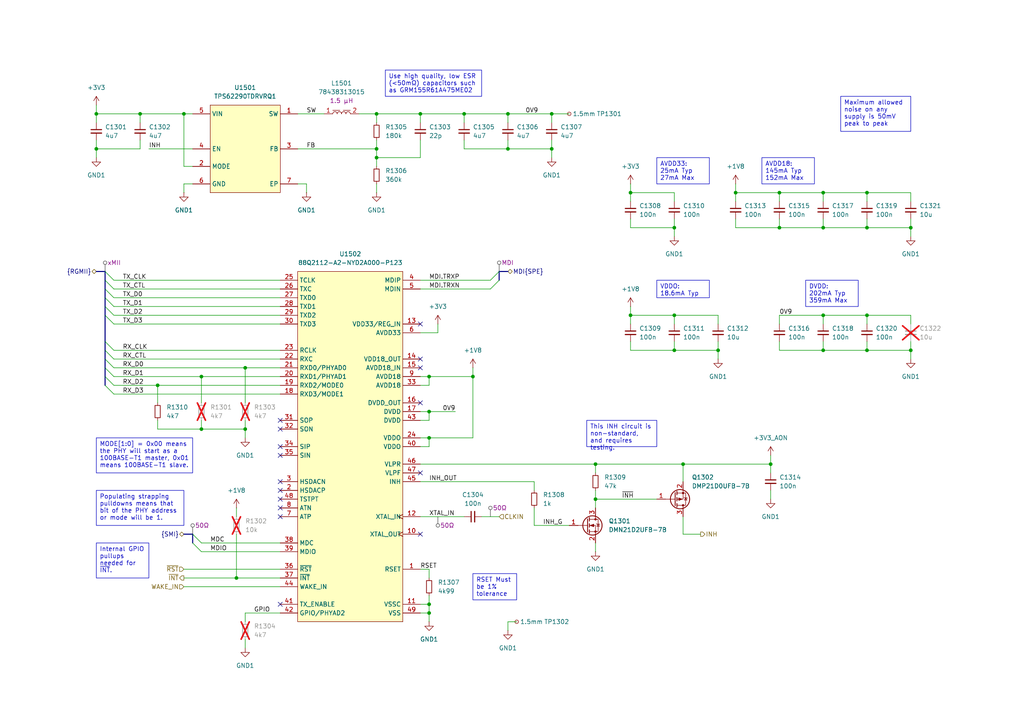
<source format=kicad_sch>
(kicad_sch
	(version 20250114)
	(generator "eeschema")
	(generator_version "9.0")
	(uuid "84d038d6-718d-45e3-b6b8-dc94c586d07e")
	(paper "A4")
	(title_block
		(title "1000BASE-T1 PHY")
		(date "2025-06-30")
	)
	(lib_symbols
		(symbol "Connector:TestPoint_Small"
			(pin_numbers
				(hide yes)
			)
			(pin_names
				(offset 0.762)
				(hide yes)
			)
			(exclude_from_sim no)
			(in_bom yes)
			(on_board yes)
			(property "Reference" "TP"
				(at 0 3.81 0)
				(effects
					(font
						(size 1.27 1.27)
					)
				)
			)
			(property "Value" "TestPoint_Small"
				(at 0 2.032 0)
				(effects
					(font
						(size 1.27 1.27)
					)
				)
			)
			(property "Footprint" ""
				(at 5.08 0 0)
				(effects
					(font
						(size 1.27 1.27)
					)
					(hide yes)
				)
			)
			(property "Datasheet" "~"
				(at 5.08 0 0)
				(effects
					(font
						(size 1.27 1.27)
					)
					(hide yes)
				)
			)
			(property "Description" "test point"
				(at 0 0 0)
				(effects
					(font
						(size 1.27 1.27)
					)
					(hide yes)
				)
			)
			(property "ki_keywords" "test point tp"
				(at 0 0 0)
				(effects
					(font
						(size 1.27 1.27)
					)
					(hide yes)
				)
			)
			(property "ki_fp_filters" "Pin* Test*"
				(at 0 0 0)
				(effects
					(font
						(size 1.27 1.27)
					)
					(hide yes)
				)
			)
			(symbol "TestPoint_Small_0_1"
				(circle
					(center 0 0)
					(radius 0.508)
					(stroke
						(width 0)
						(type default)
					)
					(fill
						(type none)
					)
				)
			)
			(symbol "TestPoint_Small_1_1"
				(pin passive line
					(at 0 0 90)
					(length 0)
					(name "1"
						(effects
							(font
								(size 1.27 1.27)
							)
						)
					)
					(number "1"
						(effects
							(font
								(size 1.27 1.27)
							)
						)
					)
				)
			)
			(embedded_fonts no)
		)
		(symbol "Device:C_Small"
			(pin_numbers
				(hide yes)
			)
			(pin_names
				(offset 0.254)
				(hide yes)
			)
			(exclude_from_sim no)
			(in_bom yes)
			(on_board yes)
			(property "Reference" "C"
				(at 0.254 1.778 0)
				(effects
					(font
						(size 1.27 1.27)
					)
					(justify left)
				)
			)
			(property "Value" "C_Small"
				(at 0.254 -2.032 0)
				(effects
					(font
						(size 1.27 1.27)
					)
					(justify left)
				)
			)
			(property "Footprint" ""
				(at 0 0 0)
				(effects
					(font
						(size 1.27 1.27)
					)
					(hide yes)
				)
			)
			(property "Datasheet" "~"
				(at 0 0 0)
				(effects
					(font
						(size 1.27 1.27)
					)
					(hide yes)
				)
			)
			(property "Description" "Unpolarized capacitor, small symbol"
				(at 0 0 0)
				(effects
					(font
						(size 1.27 1.27)
					)
					(hide yes)
				)
			)
			(property "ki_keywords" "capacitor cap"
				(at 0 0 0)
				(effects
					(font
						(size 1.27 1.27)
					)
					(hide yes)
				)
			)
			(property "ki_fp_filters" "C_*"
				(at 0 0 0)
				(effects
					(font
						(size 1.27 1.27)
					)
					(hide yes)
				)
			)
			(symbol "C_Small_0_1"
				(polyline
					(pts
						(xy -1.524 0.508) (xy 1.524 0.508)
					)
					(stroke
						(width 0.3048)
						(type default)
					)
					(fill
						(type none)
					)
				)
				(polyline
					(pts
						(xy -1.524 -0.508) (xy 1.524 -0.508)
					)
					(stroke
						(width 0.3302)
						(type default)
					)
					(fill
						(type none)
					)
				)
			)
			(symbol "C_Small_1_1"
				(pin passive line
					(at 0 2.54 270)
					(length 2.032)
					(name "~"
						(effects
							(font
								(size 1.27 1.27)
							)
						)
					)
					(number "1"
						(effects
							(font
								(size 1.27 1.27)
							)
						)
					)
				)
				(pin passive line
					(at 0 -2.54 90)
					(length 2.032)
					(name "~"
						(effects
							(font
								(size 1.27 1.27)
							)
						)
					)
					(number "2"
						(effects
							(font
								(size 1.27 1.27)
							)
						)
					)
				)
			)
			(embedded_fonts no)
		)
		(symbol "Device:R_Small"
			(pin_numbers
				(hide yes)
			)
			(pin_names
				(offset 0.254)
				(hide yes)
			)
			(exclude_from_sim no)
			(in_bom yes)
			(on_board yes)
			(property "Reference" "R"
				(at 0 0 90)
				(effects
					(font
						(size 1.016 1.016)
					)
				)
			)
			(property "Value" "R_Small"
				(at 1.778 0 90)
				(effects
					(font
						(size 1.27 1.27)
					)
				)
			)
			(property "Footprint" ""
				(at 0 0 0)
				(effects
					(font
						(size 1.27 1.27)
					)
					(hide yes)
				)
			)
			(property "Datasheet" "~"
				(at 0 0 0)
				(effects
					(font
						(size 1.27 1.27)
					)
					(hide yes)
				)
			)
			(property "Description" "Resistor, small symbol"
				(at 0 0 0)
				(effects
					(font
						(size 1.27 1.27)
					)
					(hide yes)
				)
			)
			(property "ki_keywords" "R resistor"
				(at 0 0 0)
				(effects
					(font
						(size 1.27 1.27)
					)
					(hide yes)
				)
			)
			(property "ki_fp_filters" "R_*"
				(at 0 0 0)
				(effects
					(font
						(size 1.27 1.27)
					)
					(hide yes)
				)
			)
			(symbol "R_Small_0_1"
				(rectangle
					(start -0.762 1.778)
					(end 0.762 -1.778)
					(stroke
						(width 0.2032)
						(type default)
					)
					(fill
						(type none)
					)
				)
			)
			(symbol "R_Small_1_1"
				(pin passive line
					(at 0 2.54 270)
					(length 0.762)
					(name "~"
						(effects
							(font
								(size 1.27 1.27)
							)
						)
					)
					(number "1"
						(effects
							(font
								(size 1.27 1.27)
							)
						)
					)
				)
				(pin passive line
					(at 0 -2.54 90)
					(length 0.762)
					(name "~"
						(effects
							(font
								(size 1.27 1.27)
							)
						)
					)
					(number "2"
						(effects
							(font
								(size 1.27 1.27)
							)
						)
					)
				)
			)
			(embedded_fonts no)
		)
		(symbol "ETH-PHY:88Q2112-A2-NYD2A000-P123"
			(exclude_from_sim no)
			(in_bom yes)
			(on_board yes)
			(property "Reference" "U"
				(at 0 5.08 0)
				(effects
					(font
						(size 1.27 1.27)
					)
				)
			)
			(property "Value" "88Q2112-A2-NYD2A000-P123"
				(at 0 2.54 0)
				(effects
					(font
						(size 1.27 1.27)
					)
				)
			)
			(property "Footprint" "project_footprints:88Q2112"
				(at 1.27 -109.22 0)
				(effects
					(font
						(size 1.27 1.27)
					)
					(hide yes)
				)
			)
			(property "Datasheet" "https://lcsc.com/datasheet/lcsc_datasheet_2410121929_Marvell-Tech-88Q2112-A2-NYD2A000-P123_C22387511.pdf"
				(at 1.27 -104.14 0)
				(effects
					(font
						(size 1.27 1.27)
					)
					(hide yes)
				)
			)
			(property "Description" "Marvell Tech 100/1000BASE-T1 PHY, RGMII/SGMII"
				(at 1.27 -106.68 0)
				(effects
					(font
						(size 1.27 1.27)
					)
					(hide yes)
				)
			)
			(property "ki_keywords" "ethernet phy rgmii sgmii 1000base-t1 100base-t1"
				(at 0 0 0)
				(effects
					(font
						(size 1.27 1.27)
					)
					(hide yes)
				)
			)
			(symbol "88Q2112-A2-NYD2A000-P123_1_1"
				(rectangle
					(start -15.24 0)
					(end 15.24 -101.6)
					(stroke
						(width 0)
						(type solid)
					)
					(fill
						(type background)
					)
				)
				(pin input line
					(at -20.32 -2.54 0)
					(length 5.08)
					(name "TCLK"
						(effects
							(font
								(size 1.27 1.27)
							)
						)
					)
					(number "25"
						(effects
							(font
								(size 1.27 1.27)
							)
						)
					)
				)
				(pin input line
					(at -20.32 -5.08 0)
					(length 5.08)
					(name "TXC"
						(effects
							(font
								(size 1.27 1.27)
							)
						)
					)
					(number "26"
						(effects
							(font
								(size 1.27 1.27)
							)
						)
					)
				)
				(pin input line
					(at -20.32 -7.62 0)
					(length 5.08)
					(name "TXD0"
						(effects
							(font
								(size 1.27 1.27)
							)
						)
					)
					(number "27"
						(effects
							(font
								(size 1.27 1.27)
							)
						)
					)
				)
				(pin input line
					(at -20.32 -10.16 0)
					(length 5.08)
					(name "TXD1"
						(effects
							(font
								(size 1.27 1.27)
							)
						)
					)
					(number "28"
						(effects
							(font
								(size 1.27 1.27)
							)
						)
					)
				)
				(pin input line
					(at -20.32 -12.7 0)
					(length 5.08)
					(name "TXD2"
						(effects
							(font
								(size 1.27 1.27)
							)
						)
					)
					(number "29"
						(effects
							(font
								(size 1.27 1.27)
							)
						)
					)
				)
				(pin input line
					(at -20.32 -15.24 0)
					(length 5.08)
					(name "TXD3"
						(effects
							(font
								(size 1.27 1.27)
							)
						)
					)
					(number "30"
						(effects
							(font
								(size 1.27 1.27)
							)
						)
					)
				)
				(pin output line
					(at -20.32 -22.86 0)
					(length 5.08)
					(name "RCLK"
						(effects
							(font
								(size 1.27 1.27)
							)
						)
					)
					(number "23"
						(effects
							(font
								(size 1.27 1.27)
							)
						)
					)
				)
				(pin output line
					(at -20.32 -25.4 0)
					(length 5.08)
					(name "RXC"
						(effects
							(font
								(size 1.27 1.27)
							)
						)
					)
					(number "22"
						(effects
							(font
								(size 1.27 1.27)
							)
						)
					)
				)
				(pin output line
					(at -20.32 -27.94 0)
					(length 5.08)
					(name "RXD0/PHYAD0"
						(effects
							(font
								(size 1.27 1.27)
							)
						)
					)
					(number "21"
						(effects
							(font
								(size 1.27 1.27)
							)
						)
					)
				)
				(pin output line
					(at -20.32 -30.48 0)
					(length 5.08)
					(name "RXD1/PHYAD1"
						(effects
							(font
								(size 1.27 1.27)
							)
						)
					)
					(number "20"
						(effects
							(font
								(size 1.27 1.27)
							)
						)
					)
				)
				(pin output line
					(at -20.32 -33.02 0)
					(length 5.08)
					(name "RXD2/MODE0"
						(effects
							(font
								(size 1.27 1.27)
							)
						)
					)
					(number "19"
						(effects
							(font
								(size 1.27 1.27)
							)
						)
					)
				)
				(pin output line
					(at -20.32 -35.56 0)
					(length 5.08)
					(name "RXD3/MODE1"
						(effects
							(font
								(size 1.27 1.27)
							)
						)
					)
					(number "18"
						(effects
							(font
								(size 1.27 1.27)
							)
						)
					)
				)
				(pin output line
					(at -20.32 -43.18 0)
					(length 5.08)
					(name "SOP"
						(effects
							(font
								(size 1.27 1.27)
							)
						)
					)
					(number "31"
						(effects
							(font
								(size 1.27 1.27)
							)
						)
					)
				)
				(pin output line
					(at -20.32 -45.72 0)
					(length 5.08)
					(name "SON"
						(effects
							(font
								(size 1.27 1.27)
							)
						)
					)
					(number "32"
						(effects
							(font
								(size 1.27 1.27)
							)
						)
					)
				)
				(pin input line
					(at -20.32 -50.8 0)
					(length 5.08)
					(name "SIP"
						(effects
							(font
								(size 1.27 1.27)
							)
						)
					)
					(number "34"
						(effects
							(font
								(size 1.27 1.27)
							)
						)
					)
				)
				(pin input line
					(at -20.32 -53.34 0)
					(length 5.08)
					(name "SIN"
						(effects
							(font
								(size 1.27 1.27)
							)
						)
					)
					(number "35"
						(effects
							(font
								(size 1.27 1.27)
							)
						)
					)
				)
				(pin output line
					(at -20.32 -60.96 0)
					(length 5.08)
					(name "HSDACN"
						(effects
							(font
								(size 1.27 1.27)
							)
						)
					)
					(number "3"
						(effects
							(font
								(size 1.27 1.27)
							)
						)
					)
				)
				(pin output line
					(at -20.32 -63.5 0)
					(length 5.08)
					(name "HSDACP"
						(effects
							(font
								(size 1.27 1.27)
							)
						)
					)
					(number "2"
						(effects
							(font
								(size 1.27 1.27)
							)
						)
					)
				)
				(pin output line
					(at -20.32 -66.04 0)
					(length 5.08)
					(name "TSTPT"
						(effects
							(font
								(size 1.27 1.27)
							)
						)
					)
					(number "48"
						(effects
							(font
								(size 1.27 1.27)
							)
						)
					)
				)
				(pin output line
					(at -20.32 -68.58 0)
					(length 5.08)
					(name "ATN"
						(effects
							(font
								(size 1.27 1.27)
							)
						)
					)
					(number "8"
						(effects
							(font
								(size 1.27 1.27)
							)
						)
					)
				)
				(pin output line
					(at -20.32 -71.12 0)
					(length 5.08)
					(name "ATP"
						(effects
							(font
								(size 1.27 1.27)
							)
						)
					)
					(number "7"
						(effects
							(font
								(size 1.27 1.27)
							)
						)
					)
				)
				(pin input line
					(at -20.32 -78.74 0)
					(length 5.08)
					(name "MDC"
						(effects
							(font
								(size 1.27 1.27)
							)
						)
					)
					(number "38"
						(effects
							(font
								(size 1.27 1.27)
							)
						)
					)
				)
				(pin bidirectional line
					(at -20.32 -81.28 0)
					(length 5.08)
					(name "MDIO"
						(effects
							(font
								(size 1.27 1.27)
							)
						)
					)
					(number "39"
						(effects
							(font
								(size 1.27 1.27)
							)
						)
					)
				)
				(pin input line
					(at -20.32 -86.36 0)
					(length 5.08)
					(name "~{RST}"
						(effects
							(font
								(size 1.27 1.27)
							)
						)
					)
					(number "36"
						(effects
							(font
								(size 1.27 1.27)
							)
						)
					)
				)
				(pin output line
					(at -20.32 -88.9 0)
					(length 5.08)
					(name "~{INT}"
						(effects
							(font
								(size 1.27 1.27)
							)
						)
					)
					(number "37"
						(effects
							(font
								(size 1.27 1.27)
							)
						)
					)
				)
				(pin input line
					(at -20.32 -91.44 0)
					(length 5.08)
					(name "WAKE_IN"
						(effects
							(font
								(size 1.27 1.27)
							)
						)
					)
					(number "44"
						(effects
							(font
								(size 1.27 1.27)
							)
						)
					)
				)
				(pin bidirectional line
					(at -20.32 -96.52 0)
					(length 5.08)
					(name "TX_ENABLE"
						(effects
							(font
								(size 1.27 1.27)
							)
						)
					)
					(number "41"
						(effects
							(font
								(size 1.27 1.27)
							)
						)
					)
				)
				(pin bidirectional line
					(at -20.32 -99.06 0)
					(length 5.08)
					(name "GPIO/PHYAD2"
						(effects
							(font
								(size 1.27 1.27)
							)
						)
					)
					(number "42"
						(effects
							(font
								(size 1.27 1.27)
							)
						)
					)
				)
				(pin bidirectional line
					(at 20.32 -2.54 180)
					(length 5.08)
					(name "MDIP"
						(effects
							(font
								(size 1.27 1.27)
							)
						)
					)
					(number "4"
						(effects
							(font
								(size 1.27 1.27)
							)
						)
					)
				)
				(pin bidirectional line
					(at 20.32 -5.08 180)
					(length 5.08)
					(name "MDIN"
						(effects
							(font
								(size 1.27 1.27)
							)
						)
					)
					(number "5"
						(effects
							(font
								(size 1.27 1.27)
							)
						)
					)
				)
				(pin power_in line
					(at 20.32 -15.24 180)
					(length 5.08)
					(name "VDD33/REG_IN"
						(effects
							(font
								(size 1.27 1.27)
							)
						)
					)
					(number "13"
						(effects
							(font
								(size 1.27 1.27)
							)
						)
					)
				)
				(pin power_in line
					(at 20.32 -17.78 180)
					(length 5.08)
					(name "AVDD33"
						(effects
							(font
								(size 1.27 1.27)
							)
						)
					)
					(number "6"
						(effects
							(font
								(size 1.27 1.27)
							)
						)
					)
				)
				(pin power_out line
					(at 20.32 -25.4 180)
					(length 5.08)
					(name "VDD18_OUT"
						(effects
							(font
								(size 1.27 1.27)
							)
						)
					)
					(number "14"
						(effects
							(font
								(size 1.27 1.27)
							)
						)
					)
				)
				(pin power_in line
					(at 20.32 -27.94 180)
					(length 5.08)
					(name "AVDD18_IN"
						(effects
							(font
								(size 1.27 1.27)
							)
						)
					)
					(number "15"
						(effects
							(font
								(size 1.27 1.27)
							)
						)
					)
				)
				(pin power_in line
					(at 20.32 -30.48 180)
					(length 5.08)
					(name "AVDD18"
						(effects
							(font
								(size 1.27 1.27)
							)
						)
					)
					(number "9"
						(effects
							(font
								(size 1.27 1.27)
							)
						)
					)
				)
				(pin power_in line
					(at 20.32 -33.02 180)
					(length 5.08)
					(name "AVDD18"
						(effects
							(font
								(size 1.27 1.27)
							)
						)
					)
					(number "33"
						(effects
							(font
								(size 1.27 1.27)
							)
						)
					)
				)
				(pin power_out line
					(at 20.32 -38.1 180)
					(length 5.08)
					(name "DVDD_OUT"
						(effects
							(font
								(size 1.27 1.27)
							)
						)
					)
					(number "16"
						(effects
							(font
								(size 1.27 1.27)
							)
						)
					)
				)
				(pin power_in line
					(at 20.32 -40.64 180)
					(length 5.08)
					(name "DVDD"
						(effects
							(font
								(size 1.27 1.27)
							)
						)
					)
					(number "17"
						(effects
							(font
								(size 1.27 1.27)
							)
						)
					)
				)
				(pin power_in line
					(at 20.32 -43.18 180)
					(length 5.08)
					(name "DVDD"
						(effects
							(font
								(size 1.27 1.27)
							)
						)
					)
					(number "43"
						(effects
							(font
								(size 1.27 1.27)
							)
						)
					)
				)
				(pin power_in line
					(at 20.32 -48.26 180)
					(length 5.08)
					(name "VDDO"
						(effects
							(font
								(size 1.27 1.27)
							)
						)
					)
					(number "24"
						(effects
							(font
								(size 1.27 1.27)
							)
						)
					)
				)
				(pin power_in line
					(at 20.32 -50.8 180)
					(length 5.08)
					(name "VDDO"
						(effects
							(font
								(size 1.27 1.27)
							)
						)
					)
					(number "40"
						(effects
							(font
								(size 1.27 1.27)
							)
						)
					)
				)
				(pin input line
					(at 20.32 -55.88 180)
					(length 5.08)
					(name "VLPR"
						(effects
							(font
								(size 1.27 1.27)
							)
						)
					)
					(number "46"
						(effects
							(font
								(size 1.27 1.27)
							)
						)
					)
				)
				(pin input line
					(at 20.32 -58.42 180)
					(length 5.08)
					(name "VLPF"
						(effects
							(font
								(size 1.27 1.27)
							)
						)
					)
					(number "47"
						(effects
							(font
								(size 1.27 1.27)
							)
						)
					)
				)
				(pin output line
					(at 20.32 -60.96 180)
					(length 5.08)
					(name "INH"
						(effects
							(font
								(size 1.27 1.27)
							)
						)
					)
					(number "45"
						(effects
							(font
								(size 1.27 1.27)
							)
						)
					)
				)
				(pin input clock
					(at 20.32 -71.12 180)
					(length 5.08)
					(name "XTAL_IN"
						(effects
							(font
								(size 1.27 1.27)
							)
						)
					)
					(number "12"
						(effects
							(font
								(size 1.27 1.27)
							)
						)
					)
				)
				(pin input clock
					(at 20.32 -76.2 180)
					(length 5.08)
					(name "XTAL_OUT"
						(effects
							(font
								(size 1.27 1.27)
							)
						)
					)
					(number "10"
						(effects
							(font
								(size 1.27 1.27)
							)
						)
					)
				)
				(pin input line
					(at 20.32 -86.36 180)
					(length 5.08)
					(name "RSET"
						(effects
							(font
								(size 1.27 1.27)
							)
						)
					)
					(number "1"
						(effects
							(font
								(size 1.27 1.27)
							)
						)
					)
				)
				(pin passive line
					(at 20.32 -96.52 180)
					(length 5.08)
					(name "VSSC"
						(effects
							(font
								(size 1.27 1.27)
							)
						)
					)
					(number "11"
						(effects
							(font
								(size 1.27 1.27)
							)
						)
					)
				)
				(pin passive line
					(at 20.32 -99.06 180)
					(length 5.08)
					(name "VSS"
						(effects
							(font
								(size 1.27 1.27)
							)
						)
					)
					(number "49"
						(effects
							(font
								(size 1.27 1.27)
							)
						)
					)
				)
			)
			(embedded_fonts no)
		)
		(symbol "MOSFET:DMN21D2UFB-7B"
			(pin_names
				(hide yes)
			)
			(exclude_from_sim no)
			(in_bom yes)
			(on_board yes)
			(property "Reference" "Q"
				(at 11.43 3.81 0)
				(effects
					(font
						(size 1.27 1.27)
					)
					(justify left top)
				)
			)
			(property "Value" "DMN21D2UFB-7B"
				(at 11.43 1.27 0)
				(effects
					(font
						(size 1.27 1.27)
					)
					(justify left top)
				)
			)
			(property "Footprint" "project_footprints:DMN21D2UFB7B"
				(at 11.43 -98.73 0)
				(effects
					(font
						(size 1.27 1.27)
					)
					(justify left top)
					(hide yes)
				)
			)
			(property "Datasheet" "https://componentsearchengine.com/Datasheets/1/DMN21D2UFB-7B.pdf"
				(at 11.43 -198.73 0)
				(effects
					(font
						(size 1.27 1.27)
					)
					(justify left top)
					(hide yes)
				)
			)
			(property "Description" "MOSFET MOSFET BVDSS: 8V-24V X1-DFN1006-3 T&R 10"
				(at 0 -30.48 0)
				(effects
					(font
						(size 1.27 1.27)
					)
					(hide yes)
				)
			)
			(property "Height" "0.53"
				(at 11.43 -398.73 0)
				(effects
					(font
						(size 1.27 1.27)
					)
					(justify left top)
					(hide yes)
				)
			)
			(property "Mouser Part Number" "621-DMN21D2UFB-7B"
				(at 11.43 -498.73 0)
				(effects
					(font
						(size 1.27 1.27)
					)
					(justify left top)
					(hide yes)
				)
			)
			(property "Mouser Price/Stock" ""
				(at 11.43 -598.73 0)
				(effects
					(font
						(size 1.27 1.27)
					)
					(justify left top)
					(hide yes)
				)
			)
			(property "Manufacturer_Name" "Diodes Incorporated"
				(at 11.43 -698.73 0)
				(effects
					(font
						(size 1.27 1.27)
					)
					(justify left top)
					(hide yes)
				)
			)
			(property "Manufacturer_Part_Number" "DMN21D2UFB-7B"
				(at 11.43 -798.73 0)
				(effects
					(font
						(size 1.27 1.27)
					)
					(justify left top)
					(hide yes)
				)
			)
			(symbol "DMN21D2UFB-7B_0_1"
				(polyline
					(pts
						(xy 5.334 1.905) (xy 5.334 -1.905)
					)
					(stroke
						(width 0.254)
						(type default)
					)
					(fill
						(type none)
					)
				)
				(polyline
					(pts
						(xy 5.334 0) (xy 2.54 0)
					)
					(stroke
						(width 0)
						(type default)
					)
					(fill
						(type none)
					)
				)
				(polyline
					(pts
						(xy 5.842 2.286) (xy 5.842 1.27)
					)
					(stroke
						(width 0.254)
						(type default)
					)
					(fill
						(type none)
					)
				)
				(polyline
					(pts
						(xy 5.842 0.508) (xy 5.842 -0.508)
					)
					(stroke
						(width 0.254)
						(type default)
					)
					(fill
						(type none)
					)
				)
				(polyline
					(pts
						(xy 5.842 -1.27) (xy 5.842 -2.286)
					)
					(stroke
						(width 0.254)
						(type default)
					)
					(fill
						(type none)
					)
				)
				(polyline
					(pts
						(xy 5.842 -1.778) (xy 8.382 -1.778) (xy 8.382 1.778) (xy 5.842 1.778)
					)
					(stroke
						(width 0)
						(type default)
					)
					(fill
						(type none)
					)
				)
				(polyline
					(pts
						(xy 6.096 0) (xy 7.112 0.381) (xy 7.112 -0.381) (xy 6.096 0)
					)
					(stroke
						(width 0)
						(type default)
					)
					(fill
						(type outline)
					)
				)
				(circle
					(center 6.731 0)
					(radius 2.794)
					(stroke
						(width 0.254)
						(type default)
					)
					(fill
						(type none)
					)
				)
				(polyline
					(pts
						(xy 7.62 2.54) (xy 7.62 1.778)
					)
					(stroke
						(width 0)
						(type default)
					)
					(fill
						(type none)
					)
				)
				(circle
					(center 7.62 1.778)
					(radius 0.254)
					(stroke
						(width 0)
						(type default)
					)
					(fill
						(type outline)
					)
				)
				(circle
					(center 7.62 -1.778)
					(radius 0.254)
					(stroke
						(width 0)
						(type default)
					)
					(fill
						(type outline)
					)
				)
				(polyline
					(pts
						(xy 7.62 -2.54) (xy 7.62 0) (xy 5.842 0)
					)
					(stroke
						(width 0)
						(type default)
					)
					(fill
						(type none)
					)
				)
				(polyline
					(pts
						(xy 7.874 0.508) (xy 8.001 0.381) (xy 8.763 0.381) (xy 8.89 0.254)
					)
					(stroke
						(width 0)
						(type default)
					)
					(fill
						(type none)
					)
				)
				(polyline
					(pts
						(xy 8.382 0.381) (xy 8.001 -0.254) (xy 8.763 -0.254) (xy 8.382 0.381)
					)
					(stroke
						(width 0)
						(type default)
					)
					(fill
						(type none)
					)
				)
			)
			(symbol "DMN21D2UFB-7B_1_1"
				(pin input line
					(at 0 0 0)
					(length 2.54)
					(name "G"
						(effects
							(font
								(size 1.27 1.27)
							)
						)
					)
					(number "1"
						(effects
							(font
								(size 1.27 1.27)
							)
						)
					)
				)
				(pin passive line
					(at 7.62 5.08 270)
					(length 2.54)
					(name "D"
						(effects
							(font
								(size 1.27 1.27)
							)
						)
					)
					(number "3"
						(effects
							(font
								(size 1.27 1.27)
							)
						)
					)
				)
				(pin passive line
					(at 7.62 -5.08 90)
					(length 2.54)
					(name "S"
						(effects
							(font
								(size 1.27 1.27)
							)
						)
					)
					(number "2"
						(effects
							(font
								(size 1.27 1.27)
							)
						)
					)
				)
			)
			(embedded_fonts no)
		)
		(symbol "MOSFET:DMP21D0UFB-7B"
			(pin_names
				(hide yes)
			)
			(exclude_from_sim no)
			(in_bom yes)
			(on_board yes)
			(property "Reference" "Q"
				(at 3.81 2.54 0)
				(effects
					(font
						(size 1.27 1.27)
					)
					(justify left top)
				)
			)
			(property "Value" "DMP21D0UFB-7B"
				(at 3.81 0 0)
				(effects
					(font
						(size 1.27 1.27)
					)
					(justify left top)
				)
			)
			(property "Footprint" "project_footprints:DMP21D0UFB7B"
				(at 11.43 -98.73 0)
				(effects
					(font
						(size 1.27 1.27)
					)
					(justify left top)
					(hide yes)
				)
			)
			(property "Datasheet" "https://www.diodes.com/assets/Datasheets/DMP21D0UFB.pdf"
				(at 11.43 -198.73 0)
				(effects
					(font
						(size 1.27 1.27)
					)
					(justify left top)
					(hide yes)
				)
			)
			(property "Description" "P-Channel 20 V 770mA (Ta) 430mW (Ta) Surface Mount X1-DFN1006-3"
				(at 0 -13.97 0)
				(effects
					(font
						(size 1.27 1.27)
					)
					(hide yes)
				)
			)
			(property "Height" "0.53"
				(at 11.43 -398.73 0)
				(effects
					(font
						(size 1.27 1.27)
					)
					(justify left top)
					(hide yes)
				)
			)
			(property "Mouser Part Number" "621-DMP21D0UFB-7B"
				(at 11.43 -498.73 0)
				(effects
					(font
						(size 1.27 1.27)
					)
					(justify left top)
					(hide yes)
				)
			)
			(property "Mouser Price/Stock" "https://www.mouser.co.uk/ProductDetail/Diodes-Incorporated/DMP21D0UFB-7B?qs=LpBYLtn23FTBHQvdgGhtnA%3D%3D"
				(at 11.43 -598.73 0)
				(effects
					(font
						(size 1.27 1.27)
					)
					(justify left top)
					(hide yes)
				)
			)
			(property "Manufacturer_Name" "Diodes Incorporated"
				(at 11.43 -698.73 0)
				(effects
					(font
						(size 1.27 1.27)
					)
					(justify left top)
					(hide yes)
				)
			)
			(property "Manufacturer_Part_Number" "DMP21D0UFB-7B"
				(at 11.43 -798.73 0)
				(effects
					(font
						(size 1.27 1.27)
					)
					(justify left top)
					(hide yes)
				)
			)
			(symbol "DMP21D0UFB-7B_0_1"
				(polyline
					(pts
						(xy -2.286 1.905) (xy -2.286 -1.905)
					)
					(stroke
						(width 0.254)
						(type default)
					)
					(fill
						(type none)
					)
				)
				(polyline
					(pts
						(xy -2.286 0) (xy -5.08 0)
					)
					(stroke
						(width 0)
						(type default)
					)
					(fill
						(type none)
					)
				)
				(polyline
					(pts
						(xy -1.778 2.286) (xy -1.778 1.27)
					)
					(stroke
						(width 0.254)
						(type default)
					)
					(fill
						(type none)
					)
				)
				(polyline
					(pts
						(xy -1.778 1.778) (xy 0.762 1.778) (xy 0.762 -1.778) (xy -1.778 -1.778)
					)
					(stroke
						(width 0)
						(type default)
					)
					(fill
						(type none)
					)
				)
				(polyline
					(pts
						(xy -1.778 0.508) (xy -1.778 -0.508)
					)
					(stroke
						(width 0.254)
						(type default)
					)
					(fill
						(type none)
					)
				)
				(polyline
					(pts
						(xy -1.778 -1.27) (xy -1.778 -2.286)
					)
					(stroke
						(width 0.254)
						(type default)
					)
					(fill
						(type none)
					)
				)
				(circle
					(center -0.889 0)
					(radius 2.794)
					(stroke
						(width 0.254)
						(type default)
					)
					(fill
						(type none)
					)
				)
				(polyline
					(pts
						(xy -0.254 0) (xy -1.27 0.381) (xy -1.27 -0.381) (xy -0.254 0)
					)
					(stroke
						(width 0)
						(type default)
					)
					(fill
						(type outline)
					)
				)
				(polyline
					(pts
						(xy 0 2.54) (xy 0 1.778)
					)
					(stroke
						(width 0)
						(type default)
					)
					(fill
						(type none)
					)
				)
				(circle
					(center 0 1.778)
					(radius 0.254)
					(stroke
						(width 0)
						(type default)
					)
					(fill
						(type outline)
					)
				)
				(circle
					(center 0 -1.778)
					(radius 0.254)
					(stroke
						(width 0)
						(type default)
					)
					(fill
						(type outline)
					)
				)
				(polyline
					(pts
						(xy 0 -2.54) (xy 0 0) (xy -1.778 0)
					)
					(stroke
						(width 0)
						(type default)
					)
					(fill
						(type none)
					)
				)
				(polyline
					(pts
						(xy 0.254 -0.508) (xy 0.381 -0.381) (xy 1.143 -0.381) (xy 1.27 -0.254)
					)
					(stroke
						(width 0)
						(type default)
					)
					(fill
						(type none)
					)
				)
				(polyline
					(pts
						(xy 0.762 -0.381) (xy 0.381 0.254) (xy 1.143 0.254) (xy 0.762 -0.381)
					)
					(stroke
						(width 0)
						(type default)
					)
					(fill
						(type none)
					)
				)
			)
			(symbol "DMP21D0UFB-7B_1_1"
				(pin input line
					(at -7.62 0 0)
					(length 2.54)
					(name "G"
						(effects
							(font
								(size 1.27 1.27)
							)
						)
					)
					(number "1"
						(effects
							(font
								(size 1.27 1.27)
							)
						)
					)
				)
				(pin passive line
					(at 0 5.08 270)
					(length 2.54)
					(name "D"
						(effects
							(font
								(size 1.27 1.27)
							)
						)
					)
					(number "3"
						(effects
							(font
								(size 1.27 1.27)
							)
						)
					)
				)
				(pin passive line
					(at 0 -5.08 90)
					(length 2.54)
					(name "S"
						(effects
							(font
								(size 1.27 1.27)
							)
						)
					)
					(number "2"
						(effects
							(font
								(size 1.27 1.27)
							)
						)
					)
				)
			)
			(embedded_fonts no)
		)
		(symbol "PWR-IND:1610_78438313015"
			(pin_names
				(hide yes)
			)
			(exclude_from_sim no)
			(in_bom yes)
			(on_board yes)
			(property "Reference" "L"
				(at 0 8.89 0)
				(effects
					(font
						(size 1.27 1.27)
					)
				)
			)
			(property "Value" "78438313015"
				(at 0 6.35 0)
				(effects
					(font
						(size 1.27 1.27)
					)
				)
			)
			(property "Footprint" "project_footprints:L_Wurth_WE-MAIA-1610"
				(at 12.7 20.32 0)
				(effects
					(font
						(size 1.27 1.27)
					)
					(justify left)
					(hide yes)
				)
			)
			(property "Datasheet" "https://www.we-online.com/catalog/datasheet/78438313015.pdf?ki"
				(at 12.7 17.78 0)
				(effects
					(font
						(size 1.27 1.27)
					)
					(justify left)
					(hide yes)
				)
			)
			(property "Description" "Single Coil Power Inductor"
				(at 0 0 0)
				(effects
					(font
						(size 1.27 1.27)
					)
					(hide yes)
				)
			)
			(property "Manufacturer" "Wurth Elektronik"
				(at 12.7 15.24 0)
				(effects
					(font
						(size 1.27 1.27)
					)
					(justify left)
					(hide yes)
				)
			)
			(property "Manufacturer URL" "https://www.we-online.com"
				(at 12.7 12.7 0)
				(effects
					(font
						(size 1.27 1.27)
					)
					(justify left)
					(hide yes)
				)
			)
			(property "Published Date" "20250429"
				(at 12.7 10.16 0)
				(effects
					(font
						(size 1.27 1.27)
					)
					(justify left)
					(hide yes)
				)
			)
			(property "Match Code" "WE-MAIA"
				(at 12.7 7.62 0)
				(effects
					(font
						(size 1.27 1.27)
					)
					(justify left)
					(hide yes)
				)
			)
			(property "Part Number" "78438313015"
				(at 12.7 5.08 0)
				(effects
					(font
						(size 1.27 1.27)
					)
					(justify left)
					(hide yes)
				)
			)
			(property "Size" "1610"
				(at 12.7 2.54 0)
				(effects
					(font
						(size 1.27 1.27)
					)
					(justify left)
					(hide yes)
				)
			)
			(property "Mounting Technology" "SMT"
				(at 12.7 0 0)
				(effects
					(font
						(size 1.27 1.27)
					)
					(justify left)
					(hide yes)
				)
			)
			(property "L (µH)" "1.5"
				(at 12.7 -2.54 0)
				(effects
					(font
						(size 1.27 1.27)
					)
					(justify left)
					(hide yes)
				)
			)
			(property "ISAT,10% (A)" "1.8"
				(at 12.7 -5.08 0)
				(effects
					(font
						(size 1.27 1.27)
					)
					(justify left)
					(hide yes)
				)
			)
			(property "ISAT,30% (A)" "3.45"
				(at 12.7 -7.62 0)
				(effects
					(font
						(size 1.27 1.27)
					)
					(justify left)
					(hide yes)
				)
			)
			(property "RDC max. (mΩ)" "237.0"
				(at 12.7 -10.16 0)
				(effects
					(font
						(size 1.27 1.27)
					)
					(justify left)
					(hide yes)
				)
			)
			(property "fres (MHz)" "90.0"
				(at 12.7 -12.7 0)
				(effects
					(font
						(size 1.27 1.27)
					)
					(justify left)
					(hide yes)
				)
			)
			(property "IRP,40K (A)" "1.8"
				(at 12.7 -15.24 0)
				(effects
					(font
						(size 1.27 1.27)
					)
					(justify left)
					(hide yes)
				)
			)
			(property "Critical Parameter" "1.5 µH"
				(at 0 3.81 0)
				(effects
					(font
						(size 1.27 1.27)
					)
				)
			)
			(property "ki_keywords" "SMT"
				(at 0 0 0)
				(effects
					(font
						(size 1.27 1.27)
					)
					(hide yes)
				)
			)
			(property "ki_fp_filters" "*WE-MAIA*1610*"
				(at 0 0 0)
				(effects
					(font
						(size 1.27 1.27)
					)
					(hide yes)
				)
			)
			(symbol "1610_78438313015_0_1"
				(polyline
					(pts
						(xy -2.54 1.016) (xy -0.508 1.016)
					)
					(stroke
						(width 0)
						(type default)
					)
					(fill
						(type none)
					)
				)
				(arc
					(start -2.54 0)
					(mid -1.905 0.6323)
					(end -1.27 0)
					(stroke
						(width 0)
						(type default)
					)
					(fill
						(type none)
					)
				)
				(arc
					(start -1.27 0)
					(mid -0.635 0.6323)
					(end 0 0)
					(stroke
						(width 0)
						(type default)
					)
					(fill
						(type none)
					)
				)
				(arc
					(start 0 0)
					(mid 0.635 0.6323)
					(end 1.27 0)
					(stroke
						(width 0)
						(type default)
					)
					(fill
						(type none)
					)
				)
				(arc
					(start 1.27 0)
					(mid 1.905 0.6323)
					(end 2.54 0)
					(stroke
						(width 0)
						(type default)
					)
					(fill
						(type none)
					)
				)
			)
			(symbol "1610_78438313015_1_1"
				(polyline
					(pts
						(xy 2.54 1.016) (xy 0.508 1.016)
					)
					(stroke
						(width 0)
						(type default)
					)
					(fill
						(type none)
					)
				)
				(pin power_in line
					(at -5.08 0 0)
					(length 2.54)
					(name "1"
						(effects
							(font
								(size 1.27 1.27)
							)
						)
					)
					(number "1"
						(effects
							(font
								(size 1.27 1.27)
							)
						)
					)
				)
				(pin power_out line
					(at 5.08 0 180)
					(length 2.54)
					(name "2"
						(effects
							(font
								(size 1.27 1.27)
							)
						)
					)
					(number "2"
						(effects
							(font
								(size 1.27 1.27)
							)
						)
					)
				)
			)
			(embedded_fonts no)
		)
		(symbol "PWR-SMPS:TPS62290TDRVRQ1"
			(exclude_from_sim no)
			(in_bom yes)
			(on_board yes)
			(property "Reference" "U"
				(at 0 5.08 0)
				(effects
					(font
						(size 1.27 1.27)
					)
				)
			)
			(property "Value" "TPS62290TDRVRQ1"
				(at 0 2.54 0)
				(effects
					(font
						(size 1.27 1.27)
					)
				)
			)
			(property "Footprint" "project_footprints:SON65P200X200X80-7N"
				(at 26.67 -94.92 0)
				(effects
					(font
						(size 1.27 1.27)
					)
					(justify left top)
					(hide yes)
				)
			)
			(property "Datasheet" "http://www.ti.com/lit/gpn/tps62290-q1"
				(at 26.67 -194.92 0)
				(effects
					(font
						(size 1.27 1.27)
					)
					(justify left top)
					(hide yes)
				)
			)
			(property "Description" "Automotive 2.3V to 6V, 2.25MHz Fixed Frequency 1A Buck Converter in 2x2mm SON/TSOT23 Package"
				(at 0 -27.94 0)
				(effects
					(font
						(size 1.27 1.27)
					)
					(hide yes)
				)
			)
			(property "Height" "0.8"
				(at 26.67 -394.92 0)
				(effects
					(font
						(size 1.27 1.27)
					)
					(justify left top)
					(hide yes)
				)
			)
			(property "Mouser Part Number" "595-TPS62290TDRVRQ1"
				(at 26.67 -494.92 0)
				(effects
					(font
						(size 1.27 1.27)
					)
					(justify left top)
					(hide yes)
				)
			)
			(property "Mouser Price/Stock" "https://www.mouser.co.uk/ProductDetail/Texas-Instruments/TPS62290TDRVRQ1?qs=NiBvnJE4bX0YWtuMnJowVQ%3D%3D"
				(at 26.67 -594.92 0)
				(effects
					(font
						(size 1.27 1.27)
					)
					(justify left top)
					(hide yes)
				)
			)
			(property "Manufacturer_Name" "Texas Instruments"
				(at 26.67 -694.92 0)
				(effects
					(font
						(size 1.27 1.27)
					)
					(justify left top)
					(hide yes)
				)
			)
			(property "Manufacturer_Part_Number" "TPS62290TDRVRQ1"
				(at 26.67 -794.92 0)
				(effects
					(font
						(size 1.27 1.27)
					)
					(justify left top)
					(hide yes)
				)
			)
			(symbol "TPS62290TDRVRQ1_1_1"
				(rectangle
					(start -10.16 0)
					(end 10.16 -25.4)
					(stroke
						(width 0)
						(type solid)
					)
					(fill
						(type background)
					)
				)
				(pin power_in line
					(at -15.24 -2.54 0)
					(length 5.08)
					(name "VIN"
						(effects
							(font
								(size 1.27 1.27)
							)
						)
					)
					(number "5"
						(effects
							(font
								(size 1.27 1.27)
							)
						)
					)
				)
				(pin input line
					(at -15.24 -12.7 0)
					(length 5.08)
					(name "EN"
						(effects
							(font
								(size 1.27 1.27)
							)
						)
					)
					(number "4"
						(effects
							(font
								(size 1.27 1.27)
							)
						)
					)
				)
				(pin input line
					(at -15.24 -17.78 0)
					(length 5.08)
					(name "MODE"
						(effects
							(font
								(size 1.27 1.27)
							)
						)
					)
					(number "2"
						(effects
							(font
								(size 1.27 1.27)
							)
						)
					)
				)
				(pin power_in line
					(at -15.24 -22.86 0)
					(length 5.08)
					(name "GND"
						(effects
							(font
								(size 1.27 1.27)
							)
						)
					)
					(number "6"
						(effects
							(font
								(size 1.27 1.27)
							)
						)
					)
				)
				(pin power_out line
					(at 15.24 -2.54 180)
					(length 5.08)
					(name "SW"
						(effects
							(font
								(size 1.27 1.27)
							)
						)
					)
					(number "1"
						(effects
							(font
								(size 1.27 1.27)
							)
						)
					)
				)
				(pin input line
					(at 15.24 -12.7 180)
					(length 5.08)
					(name "FB"
						(effects
							(font
								(size 1.27 1.27)
							)
						)
					)
					(number "3"
						(effects
							(font
								(size 1.27 1.27)
							)
						)
					)
				)
				(pin power_in line
					(at 15.24 -22.86 180)
					(length 5.08)
					(name "EP"
						(effects
							(font
								(size 1.27 1.27)
							)
						)
					)
					(number "7"
						(effects
							(font
								(size 1.27 1.27)
							)
						)
					)
				)
			)
			(embedded_fonts no)
		)
		(symbol "PWR-SYM:+3V3_AON"
			(power)
			(pin_numbers
				(hide yes)
			)
			(pin_names
				(offset 0)
				(hide yes)
			)
			(exclude_from_sim no)
			(in_bom yes)
			(on_board yes)
			(property "Reference" "#PWR"
				(at 0 -3.81 0)
				(effects
					(font
						(size 1.27 1.27)
					)
					(hide yes)
				)
			)
			(property "Value" "+3V3_AON"
				(at 0 3.556 0)
				(effects
					(font
						(size 1.27 1.27)
					)
				)
			)
			(property "Footprint" ""
				(at 0 0 0)
				(effects
					(font
						(size 1.27 1.27)
					)
					(hide yes)
				)
			)
			(property "Datasheet" ""
				(at 0 0 0)
				(effects
					(font
						(size 1.27 1.27)
					)
					(hide yes)
				)
			)
			(property "Description" "Power symbol creates a global label with name \"+3V3_AON\""
				(at 0 0 0)
				(effects
					(font
						(size 1.27 1.27)
					)
					(hide yes)
				)
			)
			(property "ki_keywords" "global power"
				(at 0 0 0)
				(effects
					(font
						(size 1.27 1.27)
					)
					(hide yes)
				)
			)
			(symbol "+3V3_AON_0_1"
				(polyline
					(pts
						(xy -0.762 1.27) (xy 0 2.54)
					)
					(stroke
						(width 0)
						(type default)
					)
					(fill
						(type none)
					)
				)
				(polyline
					(pts
						(xy 0 2.54) (xy 0.762 1.27)
					)
					(stroke
						(width 0)
						(type default)
					)
					(fill
						(type none)
					)
				)
				(polyline
					(pts
						(xy 0 0) (xy 0 2.54)
					)
					(stroke
						(width 0)
						(type default)
					)
					(fill
						(type none)
					)
				)
			)
			(symbol "+3V3_AON_1_1"
				(pin power_in line
					(at 0 0 90)
					(length 0)
					(name "~"
						(effects
							(font
								(size 1.27 1.27)
							)
						)
					)
					(number "1"
						(effects
							(font
								(size 1.27 1.27)
							)
						)
					)
				)
			)
			(embedded_fonts no)
		)
		(symbol "power:+1V8"
			(power)
			(pin_numbers
				(hide yes)
			)
			(pin_names
				(offset 0)
				(hide yes)
			)
			(exclude_from_sim no)
			(in_bom yes)
			(on_board yes)
			(property "Reference" "#PWR"
				(at 0 -3.81 0)
				(effects
					(font
						(size 1.27 1.27)
					)
					(hide yes)
				)
			)
			(property "Value" "+1V8"
				(at 0 3.556 0)
				(effects
					(font
						(size 1.27 1.27)
					)
				)
			)
			(property "Footprint" ""
				(at 0 0 0)
				(effects
					(font
						(size 1.27 1.27)
					)
					(hide yes)
				)
			)
			(property "Datasheet" ""
				(at 0 0 0)
				(effects
					(font
						(size 1.27 1.27)
					)
					(hide yes)
				)
			)
			(property "Description" "Power symbol creates a global label with name \"+1V8\""
				(at 0 0 0)
				(effects
					(font
						(size 1.27 1.27)
					)
					(hide yes)
				)
			)
			(property "ki_keywords" "global power"
				(at 0 0 0)
				(effects
					(font
						(size 1.27 1.27)
					)
					(hide yes)
				)
			)
			(symbol "+1V8_0_1"
				(polyline
					(pts
						(xy -0.762 1.27) (xy 0 2.54)
					)
					(stroke
						(width 0)
						(type default)
					)
					(fill
						(type none)
					)
				)
				(polyline
					(pts
						(xy 0 2.54) (xy 0.762 1.27)
					)
					(stroke
						(width 0)
						(type default)
					)
					(fill
						(type none)
					)
				)
				(polyline
					(pts
						(xy 0 0) (xy 0 2.54)
					)
					(stroke
						(width 0)
						(type default)
					)
					(fill
						(type none)
					)
				)
			)
			(symbol "+1V8_1_1"
				(pin power_in line
					(at 0 0 90)
					(length 0)
					(name "~"
						(effects
							(font
								(size 1.27 1.27)
							)
						)
					)
					(number "1"
						(effects
							(font
								(size 1.27 1.27)
							)
						)
					)
				)
			)
			(embedded_fonts no)
		)
		(symbol "power:+3V3"
			(power)
			(pin_numbers
				(hide yes)
			)
			(pin_names
				(offset 0)
				(hide yes)
			)
			(exclude_from_sim no)
			(in_bom yes)
			(on_board yes)
			(property "Reference" "#PWR"
				(at 0 -3.81 0)
				(effects
					(font
						(size 1.27 1.27)
					)
					(hide yes)
				)
			)
			(property "Value" "+3V3"
				(at 0 3.556 0)
				(effects
					(font
						(size 1.27 1.27)
					)
				)
			)
			(property "Footprint" ""
				(at 0 0 0)
				(effects
					(font
						(size 1.27 1.27)
					)
					(hide yes)
				)
			)
			(property "Datasheet" ""
				(at 0 0 0)
				(effects
					(font
						(size 1.27 1.27)
					)
					(hide yes)
				)
			)
			(property "Description" "Power symbol creates a global label with name \"+3V3\""
				(at 0 0 0)
				(effects
					(font
						(size 1.27 1.27)
					)
					(hide yes)
				)
			)
			(property "ki_keywords" "global power"
				(at 0 0 0)
				(effects
					(font
						(size 1.27 1.27)
					)
					(hide yes)
				)
			)
			(symbol "+3V3_0_1"
				(polyline
					(pts
						(xy -0.762 1.27) (xy 0 2.54)
					)
					(stroke
						(width 0)
						(type default)
					)
					(fill
						(type none)
					)
				)
				(polyline
					(pts
						(xy 0 2.54) (xy 0.762 1.27)
					)
					(stroke
						(width 0)
						(type default)
					)
					(fill
						(type none)
					)
				)
				(polyline
					(pts
						(xy 0 0) (xy 0 2.54)
					)
					(stroke
						(width 0)
						(type default)
					)
					(fill
						(type none)
					)
				)
			)
			(symbol "+3V3_1_1"
				(pin power_in line
					(at 0 0 90)
					(length 0)
					(name "~"
						(effects
							(font
								(size 1.27 1.27)
							)
						)
					)
					(number "1"
						(effects
							(font
								(size 1.27 1.27)
							)
						)
					)
				)
			)
			(embedded_fonts no)
		)
		(symbol "power:GND1"
			(power)
			(pin_numbers
				(hide yes)
			)
			(pin_names
				(offset 0)
				(hide yes)
			)
			(exclude_from_sim no)
			(in_bom yes)
			(on_board yes)
			(property "Reference" "#PWR"
				(at 0 -6.35 0)
				(effects
					(font
						(size 1.27 1.27)
					)
					(hide yes)
				)
			)
			(property "Value" "GND1"
				(at 0 -3.81 0)
				(effects
					(font
						(size 1.27 1.27)
					)
				)
			)
			(property "Footprint" ""
				(at 0 0 0)
				(effects
					(font
						(size 1.27 1.27)
					)
					(hide yes)
				)
			)
			(property "Datasheet" ""
				(at 0 0 0)
				(effects
					(font
						(size 1.27 1.27)
					)
					(hide yes)
				)
			)
			(property "Description" "Power symbol creates a global label with name \"GND1\" , ground"
				(at 0 0 0)
				(effects
					(font
						(size 1.27 1.27)
					)
					(hide yes)
				)
			)
			(property "ki_keywords" "global power"
				(at 0 0 0)
				(effects
					(font
						(size 1.27 1.27)
					)
					(hide yes)
				)
			)
			(symbol "GND1_0_1"
				(polyline
					(pts
						(xy 0 0) (xy 0 -1.27) (xy 1.27 -1.27) (xy 0 -2.54) (xy -1.27 -1.27) (xy 0 -1.27)
					)
					(stroke
						(width 0)
						(type default)
					)
					(fill
						(type none)
					)
				)
			)
			(symbol "GND1_1_1"
				(pin power_in line
					(at 0 0 270)
					(length 0)
					(name "~"
						(effects
							(font
								(size 1.27 1.27)
							)
						)
					)
					(number "1"
						(effects
							(font
								(size 1.27 1.27)
							)
						)
					)
				)
			)
			(embedded_fonts no)
		)
	)
	(text_box "AVDD18:\n145mA Typ\n152mA Max"
		(exclude_from_sim no)
		(at 220.98 45.72 0)
		(size 15.24 7.62)
		(margins 0.9525 0.9525 0.9525 0.9525)
		(stroke
			(width 0)
			(type solid)
		)
		(fill
			(type none)
		)
		(effects
			(font
				(size 1.27 1.27)
			)
			(justify left top)
		)
		(uuid "14cd1ae6-9e57-44b9-a7f0-d74f2f0c194e")
	)
	(text_box "RSET Must be 1% tolerance"
		(exclude_from_sim no)
		(at 137.16 166.37 0)
		(size 12.7 7.62)
		(margins 0.9525 0.9525 0.9525 0.9525)
		(stroke
			(width 0)
			(type solid)
		)
		(fill
			(type none)
		)
		(effects
			(font
				(size 1.27 1.27)
			)
			(justify left top)
		)
		(uuid "16bbc1a4-a2bd-4074-b5f7-409652c90ec0")
	)
	(text_box "Use high quality, low ESR (<50mΩ) capacitors such as GRM155R61A475ME02"
		(exclude_from_sim no)
		(at 111.76 20.32 0)
		(size 27.94 7.62)
		(margins 0.9525 0.9525 0.9525 0.9525)
		(stroke
			(width 0)
			(type solid)
		)
		(fill
			(type none)
		)
		(effects
			(font
				(size 1.27 1.27)
			)
			(justify left top)
		)
		(uuid "24a85da8-aa22-4604-9542-b2dcf67b7698")
	)
	(text_box "Internal GPIO pullups needed for ~{INT}."
		(exclude_from_sim no)
		(at 27.94 157.48 0)
		(size 15.24 10.16)
		(margins 0.9525 0.9525 0.9525 0.9525)
		(stroke
			(width 0)
			(type solid)
		)
		(fill
			(type none)
		)
		(effects
			(font
				(size 1.27 1.27)
			)
			(justify left top)
		)
		(uuid "355c9f78-c27b-4ba8-b96b-ac84ff94eab9")
	)
	(text_box "Populating strapping pulldowns means that bit of the PHY address or mode will be 1."
		(exclude_from_sim no)
		(at 27.94 142.24 0)
		(size 25.4 10.16)
		(margins 0.9525 0.9525 0.9525 0.9525)
		(stroke
			(width 0)
			(type solid)
		)
		(fill
			(type none)
		)
		(effects
			(font
				(size 1.27 1.27)
			)
			(justify left top)
		)
		(uuid "3f4428b6-b7da-493f-ad4a-d75d0ae3c408")
	)
	(text_box "AVDD33:\n25mA Typ\n27mA Max"
		(exclude_from_sim no)
		(at 190.5 45.72 0)
		(size 15.24 7.62)
		(margins 0.9525 0.9525 0.9525 0.9525)
		(stroke
			(width 0)
			(type solid)
		)
		(fill
			(type none)
		)
		(effects
			(font
				(size 1.27 1.27)
			)
			(justify left top)
		)
		(uuid "40b0139f-5831-4ca5-8d31-e9e5dafaa2df")
	)
	(text_box "VDDO:\n18.6mA Typ"
		(exclude_from_sim no)
		(at 190.5 81.28 0)
		(size 15.24 5.08)
		(margins 0.9525 0.9525 0.9525 0.9525)
		(stroke
			(width 0)
			(type solid)
		)
		(fill
			(type none)
		)
		(effects
			(font
				(size 1.27 1.27)
			)
			(justify left top)
		)
		(uuid "566723dc-18e2-4a03-9528-f78287368970")
	)
	(text_box "DVDD:\n202mA Typ\n359mA Max"
		(exclude_from_sim no)
		(at 233.68 81.28 0)
		(size 15.24 7.62)
		(margins 0.9525 0.9525 0.9525 0.9525)
		(stroke
			(width 0)
			(type solid)
		)
		(fill
			(type none)
		)
		(effects
			(font
				(size 1.27 1.27)
			)
			(justify left top)
		)
		(uuid "766fa368-0815-46a3-9c7c-28193b60a82e")
	)
	(text_box "This INH circuit is non-standard, and requires testing."
		(exclude_from_sim no)
		(at 170.18 121.92 0)
		(size 20.32 7.62)
		(margins 0.9525 0.9525 0.9525 0.9525)
		(stroke
			(width 0)
			(type solid)
		)
		(fill
			(type none)
		)
		(effects
			(font
				(size 1.27 1.27)
			)
			(justify left top)
		)
		(uuid "bab16cc2-6ba8-45a1-9539-2ebcc190aac4")
	)
	(text_box "MODE[1:0] = 0x00 means the PHY will start as a 100BASE-T1 master, 0x01 means 100BASE-T1 slave."
		(exclude_from_sim no)
		(at 27.94 127 0)
		(size 27.94 10.16)
		(margins 0.9525 0.9525 0.9525 0.9525)
		(stroke
			(width 0)
			(type solid)
		)
		(fill
			(type none)
		)
		(effects
			(font
				(size 1.27 1.27)
			)
			(justify left top)
		)
		(uuid "c4ff9aff-b1d4-4633-80d8-70bedb373e48")
	)
	(text_box "Maximum allowed noise on any supply is 50mV peak to peak"
		(exclude_from_sim no)
		(at 243.84 27.94 0)
		(size 20.32 10.16)
		(margins 0.9525 0.9525 0.9525 0.9525)
		(stroke
			(width 0)
			(type solid)
		)
		(fill
			(type none)
		)
		(effects
			(font
				(size 1.27 1.27)
			)
			(justify left top)
		)
		(uuid "d45324a4-af14-4f97-88d7-b5435642c978")
	)
	(junction
		(at 134.62 33.02)
		(diameter 0)
		(color 0 0 0 0)
		(uuid "052b3cc2-1c54-4c36-90df-0b76bcfee4b3")
	)
	(junction
		(at 71.12 106.68)
		(diameter 0)
		(color 0 0 0 0)
		(uuid "0850ef37-b1d0-43cf-a4d5-cb5cb1172e29")
	)
	(junction
		(at 226.06 55.88)
		(diameter 0)
		(color 0 0 0 0)
		(uuid "0bafe882-4058-4909-9d14-ac602a7b3371")
	)
	(junction
		(at 53.34 33.02)
		(diameter 0)
		(color 0 0 0 0)
		(uuid "0ce48df7-c1bc-46b5-afaf-2bd2789eb951")
	)
	(junction
		(at 172.72 144.78)
		(diameter 0)
		(color 0 0 0 0)
		(uuid "0f5daefb-db0b-4709-9730-1b952ea4acd2")
	)
	(junction
		(at 208.28 101.6)
		(diameter 0)
		(color 0 0 0 0)
		(uuid "11b753a1-0236-463c-9f27-ec31e55c89e8")
	)
	(junction
		(at 238.76 101.6)
		(diameter 0)
		(color 0 0 0 0)
		(uuid "149bb477-01ee-41d8-aacb-b980cb1d6cf1")
	)
	(junction
		(at 213.36 55.88)
		(diameter 0)
		(color 0 0 0 0)
		(uuid "1b024465-1cce-4b1d-b87b-5f16072e2792")
	)
	(junction
		(at 68.58 167.64)
		(diameter 0)
		(color 0 0 0 0)
		(uuid "26f07fc8-855c-4b96-8d06-8b0623dca647")
	)
	(junction
		(at 71.12 124.46)
		(diameter 0)
		(color 0 0 0 0)
		(uuid "290c5c2a-7eec-4332-b68c-7ea5c6a9d559")
	)
	(junction
		(at 264.16 101.6)
		(diameter 0)
		(color 0 0 0 0)
		(uuid "30c6d1bd-4f7a-4f4b-bd8b-8998bffde1a3")
	)
	(junction
		(at 27.94 43.18)
		(diameter 0)
		(color 0 0 0 0)
		(uuid "3450e51f-9283-477b-80f5-f07bf8c2248f")
	)
	(junction
		(at 251.46 101.6)
		(diameter 0)
		(color 0 0 0 0)
		(uuid "370b1a01-05ad-434e-a1c0-b6a7e37c2a8c")
	)
	(junction
		(at 124.46 127)
		(diameter 0)
		(color 0 0 0 0)
		(uuid "37f9a102-36a7-46cd-b45d-6bc0e2ee48ff")
	)
	(junction
		(at 137.16 109.22)
		(diameter 0)
		(color 0 0 0 0)
		(uuid "46a59f88-5a38-4330-adc5-5251f5468512")
	)
	(junction
		(at 238.76 66.04)
		(diameter 0)
		(color 0 0 0 0)
		(uuid "4f5a8141-08c8-4605-93cf-f20391c2aa6e")
	)
	(junction
		(at 251.46 66.04)
		(diameter 0)
		(color 0 0 0 0)
		(uuid "5369a4d3-f288-4f72-ac47-462c764a6754")
	)
	(junction
		(at 238.76 55.88)
		(diameter 0)
		(color 0 0 0 0)
		(uuid "5419725a-2cda-4b8d-a321-f6ab3d034915")
	)
	(junction
		(at 45.72 111.76)
		(diameter 0)
		(color 0 0 0 0)
		(uuid "5438d115-4d53-4374-9826-8ce65b59518c")
	)
	(junction
		(at 195.58 91.44)
		(diameter 0)
		(color 0 0 0 0)
		(uuid "5801f429-e8df-49f2-a131-340d2257b939")
	)
	(junction
		(at 182.88 55.88)
		(diameter 0)
		(color 0 0 0 0)
		(uuid "60181a0c-abcf-489d-bb75-25517aa78677")
	)
	(junction
		(at 121.92 33.02)
		(diameter 0)
		(color 0 0 0 0)
		(uuid "628f2590-3c86-41ae-9d6f-3cbe88b563fa")
	)
	(junction
		(at 160.02 43.18)
		(diameter 0)
		(color 0 0 0 0)
		(uuid "681b3d48-1bcd-4a1c-93f7-2ba2d16975a3")
	)
	(junction
		(at 251.46 91.44)
		(diameter 0)
		(color 0 0 0 0)
		(uuid "71e1ce95-414e-4225-910a-0ec6e0798ecb")
	)
	(junction
		(at 27.94 33.02)
		(diameter 0)
		(color 0 0 0 0)
		(uuid "7b17014a-c18a-4359-8d2f-986eac67fa0a")
	)
	(junction
		(at 109.22 33.02)
		(diameter 0)
		(color 0 0 0 0)
		(uuid "801a3f6f-5c3e-463d-bb7f-285351483ee9")
	)
	(junction
		(at 160.02 33.02)
		(diameter 0)
		(color 0 0 0 0)
		(uuid "884dcebd-2164-4f74-8ee9-36b2cf8ae222")
	)
	(junction
		(at 172.72 134.62)
		(diameter 0)
		(color 0 0 0 0)
		(uuid "9d34bb58-86a1-4f6c-abf0-52330fba5349")
	)
	(junction
		(at 195.58 66.04)
		(diameter 0)
		(color 0 0 0 0)
		(uuid "9e4c75f3-9555-42cd-867a-1160c3c16af8")
	)
	(junction
		(at 264.16 66.04)
		(diameter 0)
		(color 0 0 0 0)
		(uuid "a2ea8b63-2ad8-4767-bdd8-8f2128106742")
	)
	(junction
		(at 147.32 33.02)
		(diameter 0)
		(color 0 0 0 0)
		(uuid "a5e81339-482c-42b0-bbdc-12ffb2700032")
	)
	(junction
		(at 198.12 134.62)
		(diameter 0)
		(color 0 0 0 0)
		(uuid "ac6a670e-d395-44eb-a857-2de6214c1285")
	)
	(junction
		(at 124.46 109.22)
		(diameter 0)
		(color 0 0 0 0)
		(uuid "b001a4f8-f06e-425d-a34c-fda94bea6512")
	)
	(junction
		(at 109.22 45.72)
		(diameter 0)
		(color 0 0 0 0)
		(uuid "b09277c0-d2dd-4c8c-a282-8ef02fa20b23")
	)
	(junction
		(at 226.06 66.04)
		(diameter 0)
		(color 0 0 0 0)
		(uuid "b4e1b269-b29d-43e5-a255-456429e46430")
	)
	(junction
		(at 147.32 43.18)
		(diameter 0)
		(color 0 0 0 0)
		(uuid "b6f816ac-c35b-4075-8eb5-87a988cdedd7")
	)
	(junction
		(at 109.22 43.18)
		(diameter 0)
		(color 0 0 0 0)
		(uuid "bd318651-d14c-448f-bf77-23b0d0d80aa2")
	)
	(junction
		(at 58.42 109.22)
		(diameter 0)
		(color 0 0 0 0)
		(uuid "bf52abf2-077b-4fbe-b402-1a068c0fc048")
	)
	(junction
		(at 182.88 91.44)
		(diameter 0)
		(color 0 0 0 0)
		(uuid "c00f6484-9bd2-49c4-9d57-caf78b93ce90")
	)
	(junction
		(at 124.46 175.26)
		(diameter 0)
		(color 0 0 0 0)
		(uuid "d0292ee0-f65a-4560-b014-2eac5b50d25d")
	)
	(junction
		(at 40.64 33.02)
		(diameter 0)
		(color 0 0 0 0)
		(uuid "d93005e3-b7cf-4b17-8a45-8ace1ddeb24e")
	)
	(junction
		(at 124.46 177.8)
		(diameter 0)
		(color 0 0 0 0)
		(uuid "daef4f18-44d4-4602-a0b6-739bc39bebb1")
	)
	(junction
		(at 223.52 134.62)
		(diameter 0)
		(color 0 0 0 0)
		(uuid "dd67e582-9b1a-4291-a4f5-58becf224710")
	)
	(junction
		(at 124.46 119.38)
		(diameter 0)
		(color 0 0 0 0)
		(uuid "e64b57d7-bcdc-497d-9d94-1dd7367db937")
	)
	(junction
		(at 251.46 55.88)
		(diameter 0)
		(color 0 0 0 0)
		(uuid "e6f50d71-68d7-4148-b1f4-bfdd148ef178")
	)
	(junction
		(at 195.58 101.6)
		(diameter 0)
		(color 0 0 0 0)
		(uuid "eab5b924-7af8-494f-8791-efa3d3a04384")
	)
	(junction
		(at 238.76 91.44)
		(diameter 0)
		(color 0 0 0 0)
		(uuid "ebaec802-1ec2-4a73-8abf-484169e613d5")
	)
	(junction
		(at 58.42 124.46)
		(diameter 0)
		(color 0 0 0 0)
		(uuid "f6597768-133a-45b7-a795-04fba248b497")
	)
	(no_connect
		(at 81.28 132.08)
		(uuid "0eb4028c-f2b0-4fec-b653-f7d3603ad5c8")
	)
	(no_connect
		(at 81.28 147.32)
		(uuid "555af7fd-0b8c-42aa-859b-0289c700b9c3")
	)
	(no_connect
		(at 81.28 142.24)
		(uuid "5ec05664-81ad-4e15-9b8d-b0d5ed606ecf")
	)
	(no_connect
		(at 81.28 149.86)
		(uuid "8284f1da-a2d4-45c1-a785-8936683538be")
	)
	(no_connect
		(at 81.28 144.78)
		(uuid "8730953f-cd55-4438-8fcd-fe5f2db03b0d")
	)
	(no_connect
		(at 81.28 124.46)
		(uuid "8835b7fe-37e6-4be0-bd9c-4b7bab7de5fb")
	)
	(no_connect
		(at 81.28 175.26)
		(uuid "9960ad19-9a61-47c8-8ccc-a75dcec406db")
	)
	(no_connect
		(at 121.92 104.14)
		(uuid "9967d9fb-fb6a-4b38-8c91-9f2a19654cb7")
	)
	(no_connect
		(at 81.28 139.7)
		(uuid "a05fcbcc-1cba-432d-b1fb-30180b6ff984")
	)
	(no_connect
		(at 121.92 154.94)
		(uuid "a7dc1a69-565d-43a2-97b7-3c18af586060")
	)
	(no_connect
		(at 121.92 137.16)
		(uuid "c1c7433c-c186-403c-95f7-d7af74a92eb3")
	)
	(no_connect
		(at 81.28 129.54)
		(uuid "cb40ba16-5ca9-4d0c-a51a-9a43a23ad587")
	)
	(no_connect
		(at 121.92 106.68)
		(uuid "d08570d6-3642-4bf3-9dd7-e38a57dc05f5")
	)
	(no_connect
		(at 121.92 116.84)
		(uuid "d0a5f0ca-8924-4763-abf1-4fbbfd31d0dd")
	)
	(no_connect
		(at 121.92 93.98)
		(uuid "f073f984-bc9b-4d3b-bd34-5e0ac1ba2dc2")
	)
	(no_connect
		(at 81.28 121.92)
		(uuid "f6dc12e9-f1f8-4df9-b933-69314ad89a7f")
	)
	(bus_entry
		(at 30.48 88.9)
		(size 2.54 2.54)
		(stroke
			(width 0)
			(type default)
		)
		(uuid "256c85b5-6ecb-4c8b-9310-34e7d4a5dfec")
	)
	(bus_entry
		(at 30.48 86.36)
		(size 2.54 2.54)
		(stroke
			(width 0)
			(type default)
		)
		(uuid "3b3a91c9-238d-4e70-97ec-63734b00fa43")
	)
	(bus_entry
		(at 30.48 111.76)
		(size 2.54 2.54)
		(stroke
			(width 0)
			(type default)
		)
		(uuid "4e424123-2dd7-49fa-a0b1-28add1fbf97d")
	)
	(bus_entry
		(at 30.48 83.82)
		(size 2.54 2.54)
		(stroke
			(width 0)
			(type default)
		)
		(uuid "5f914fdb-a265-479a-b57b-8fc30ab8f56a")
	)
	(bus_entry
		(at 30.48 81.28)
		(size 2.54 2.54)
		(stroke
			(width 0)
			(type default)
		)
		(uuid "677facd6-07dd-4d8d-a194-d5b6c781a792")
	)
	(bus_entry
		(at 30.48 106.68)
		(size 2.54 2.54)
		(stroke
			(width 0)
			(type default)
		)
		(uuid "686c9b37-dcd7-42f5-a20b-7f70b92467a9")
	)
	(bus_entry
		(at 144.78 81.28)
		(size -2.54 2.54)
		(stroke
			(width 0)
			(type default)
		)
		(uuid "6b0e39b3-8bb8-40a4-9420-fb4c2e85820d")
	)
	(bus_entry
		(at 30.48 104.14)
		(size 2.54 2.54)
		(stroke
			(width 0)
			(type default)
		)
		(uuid "6c77fc7a-42b4-4d16-bee8-a88c84688abf")
	)
	(bus_entry
		(at 30.48 91.44)
		(size 2.54 2.54)
		(stroke
			(width 0)
			(type default)
		)
		(uuid "6e5ca2de-50f3-4149-aa27-4f3f35ef899a")
	)
	(bus_entry
		(at 30.48 78.74)
		(size 2.54 2.54)
		(stroke
			(width 0)
			(type default)
		)
		(uuid "749da053-d558-4c5b-a76f-8db2b5865103")
	)
	(bus_entry
		(at 30.48 99.06)
		(size 2.54 2.54)
		(stroke
			(width 0)
			(type default)
		)
		(uuid "750aa597-d965-4d90-a1ce-1c1059a2ce11")
	)
	(bus_entry
		(at 30.48 109.22)
		(size 2.54 2.54)
		(stroke
			(width 0)
			(type default)
		)
		(uuid "862b85b6-b89b-4b2b-85b3-d5e2cc92fe8a")
	)
	(bus_entry
		(at 55.88 157.48)
		(size 2.54 2.54)
		(stroke
			(width 0)
			(type default)
		)
		(uuid "871a684a-8758-4ff3-9f22-be4f940d1bae")
	)
	(bus_entry
		(at 30.48 101.6)
		(size 2.54 2.54)
		(stroke
			(width 0)
			(type default)
		)
		(uuid "88bacb65-221f-4693-bf5a-7cfab2cad439")
	)
	(bus_entry
		(at 144.78 78.74)
		(size -2.54 2.54)
		(stroke
			(width 0)
			(type default)
		)
		(uuid "c26d6e2a-c079-43a6-a335-f4babcc48e2a")
	)
	(bus_entry
		(at 55.88 154.94)
		(size 2.54 2.54)
		(stroke
			(width 0)
			(type default)
		)
		(uuid "cbb72d3f-b38a-464b-a5c8-eaa716661868")
	)
	(wire
		(pts
			(xy 124.46 119.38) (xy 132.08 119.38)
		)
		(stroke
			(width 0)
			(type default)
		)
		(uuid "01f73612-ec55-4dcb-97a5-bad502eb666e")
	)
	(wire
		(pts
			(xy 121.92 96.52) (xy 127 96.52)
		)
		(stroke
			(width 0)
			(type default)
		)
		(uuid "0436dd40-2172-4f27-b666-d93a01b51550")
	)
	(wire
		(pts
			(xy 68.58 147.32) (xy 68.58 149.86)
		)
		(stroke
			(width 0)
			(type default)
		)
		(uuid "05c840c3-d5f9-4cbb-8e13-ff49c6e8f36e")
	)
	(wire
		(pts
			(xy 226.06 91.44) (xy 226.06 93.98)
		)
		(stroke
			(width 0)
			(type default)
		)
		(uuid "05f3f2f4-609a-4d58-907e-36f8175b9415")
	)
	(wire
		(pts
			(xy 124.46 129.54) (xy 124.46 127)
		)
		(stroke
			(width 0)
			(type default)
		)
		(uuid "09cbb644-be60-4302-9ff6-0013c515a3c3")
	)
	(wire
		(pts
			(xy 223.52 137.16) (xy 223.52 134.62)
		)
		(stroke
			(width 0)
			(type default)
		)
		(uuid "0a21fd19-a708-4266-a2d5-4fa64696748b")
	)
	(wire
		(pts
			(xy 182.88 91.44) (xy 195.58 91.44)
		)
		(stroke
			(width 0)
			(type default)
		)
		(uuid "0a53e540-ec43-438f-948f-8e739c68f169")
	)
	(wire
		(pts
			(xy 160.02 40.64) (xy 160.02 43.18)
		)
		(stroke
			(width 0)
			(type default)
		)
		(uuid "0ae98c6a-b947-493d-99f8-fe85693d7c49")
	)
	(wire
		(pts
			(xy 27.94 40.64) (xy 27.94 43.18)
		)
		(stroke
			(width 0)
			(type default)
		)
		(uuid "0c38f002-ad2c-4009-82eb-7bd0c460fc95")
	)
	(wire
		(pts
			(xy 238.76 101.6) (xy 251.46 101.6)
		)
		(stroke
			(width 0)
			(type default)
		)
		(uuid "0c7cbfc9-50b6-4d35-a4d0-302ab48ddb32")
	)
	(wire
		(pts
			(xy 121.92 127) (xy 124.46 127)
		)
		(stroke
			(width 0)
			(type default)
		)
		(uuid "0c85274c-0844-4e41-bff0-2c141d077e98")
	)
	(wire
		(pts
			(xy 86.36 43.18) (xy 109.22 43.18)
		)
		(stroke
			(width 0)
			(type default)
		)
		(uuid "0ca658dc-aab0-461a-abf0-2d6cd709cc37")
	)
	(wire
		(pts
			(xy 58.42 121.92) (xy 58.42 124.46)
		)
		(stroke
			(width 0)
			(type default)
		)
		(uuid "108e7fb9-2b01-405f-aefc-a73e411554e2")
	)
	(wire
		(pts
			(xy 213.36 53.34) (xy 213.36 55.88)
		)
		(stroke
			(width 0)
			(type default)
		)
		(uuid "10e51334-6833-4328-8aba-00886edd0150")
	)
	(wire
		(pts
			(xy 33.02 86.36) (xy 81.28 86.36)
		)
		(stroke
			(width 0)
			(type default)
		)
		(uuid "127edd53-c244-498f-928f-7a09466ce6c7")
	)
	(wire
		(pts
			(xy 45.72 111.76) (xy 81.28 111.76)
		)
		(stroke
			(width 0)
			(type default)
		)
		(uuid "137f48f9-23ff-46e1-9a56-766af8cbe1ae")
	)
	(wire
		(pts
			(xy 45.72 111.76) (xy 45.72 116.84)
		)
		(stroke
			(width 0)
			(type default)
		)
		(uuid "13b93d50-fa43-4b5b-846d-8962e729feeb")
	)
	(wire
		(pts
			(xy 121.92 139.7) (xy 154.94 139.7)
		)
		(stroke
			(width 0)
			(type default)
		)
		(uuid "146b3bae-cf79-48af-a632-12f775ac8031")
	)
	(wire
		(pts
			(xy 198.12 134.62) (xy 223.52 134.62)
		)
		(stroke
			(width 0)
			(type default)
		)
		(uuid "1489b857-68b1-41f6-87ee-ccc18aedfdbf")
	)
	(wire
		(pts
			(xy 238.76 55.88) (xy 226.06 55.88)
		)
		(stroke
			(width 0)
			(type default)
		)
		(uuid "14d19d38-aec5-499b-987a-f1f8eeddb22f")
	)
	(wire
		(pts
			(xy 195.58 91.44) (xy 208.28 91.44)
		)
		(stroke
			(width 0)
			(type default)
		)
		(uuid "15cc34e0-de2b-4a98-8437-ae6417f44596")
	)
	(wire
		(pts
			(xy 45.72 121.92) (xy 45.72 124.46)
		)
		(stroke
			(width 0)
			(type default)
		)
		(uuid "197bc2e8-bbd7-4380-94ce-2ce043da2ebd")
	)
	(wire
		(pts
			(xy 172.72 142.24) (xy 172.72 144.78)
		)
		(stroke
			(width 0)
			(type default)
		)
		(uuid "19c4f415-ce44-4b0f-a08d-7e2ee07850e5")
	)
	(wire
		(pts
			(xy 40.64 33.02) (xy 40.64 35.56)
		)
		(stroke
			(width 0)
			(type default)
		)
		(uuid "1bcdc2bb-3fe0-4086-b827-f35af57ea0b9")
	)
	(wire
		(pts
			(xy 33.02 81.28) (xy 81.28 81.28)
		)
		(stroke
			(width 0)
			(type default)
		)
		(uuid "1c76627f-bcad-41c3-bec9-f97b93802d36")
	)
	(wire
		(pts
			(xy 121.92 33.02) (xy 134.62 33.02)
		)
		(stroke
			(width 0)
			(type default)
		)
		(uuid "1d7189c4-f4ef-476f-9306-5cfb72a261be")
	)
	(wire
		(pts
			(xy 121.92 33.02) (xy 121.92 35.56)
		)
		(stroke
			(width 0)
			(type default)
		)
		(uuid "1d71b8b8-a217-4184-a1ab-e7f8dd58c83e")
	)
	(wire
		(pts
			(xy 71.12 180.34) (xy 71.12 177.8)
		)
		(stroke
			(width 0)
			(type default)
		)
		(uuid "1f4f1abe-4c17-4090-b065-dfd55d611739")
	)
	(wire
		(pts
			(xy 109.22 53.34) (xy 109.22 55.88)
		)
		(stroke
			(width 0)
			(type default)
		)
		(uuid "1f7db677-5f61-48eb-a6be-a6802ef436b3")
	)
	(wire
		(pts
			(xy 264.16 58.42) (xy 264.16 55.88)
		)
		(stroke
			(width 0)
			(type default)
		)
		(uuid "20ef3b6b-92a0-4881-948e-12ff1a36d895")
	)
	(wire
		(pts
			(xy 190.5 144.78) (xy 172.72 144.78)
		)
		(stroke
			(width 0)
			(type default)
		)
		(uuid "244ac59d-ee91-48cf-85bb-e02f9587982b")
	)
	(wire
		(pts
			(xy 121.92 175.26) (xy 124.46 175.26)
		)
		(stroke
			(width 0)
			(type default)
		)
		(uuid "246052e3-1a2d-4e3f-abf8-3d2d94ad0a27")
	)
	(wire
		(pts
			(xy 134.62 33.02) (xy 147.32 33.02)
		)
		(stroke
			(width 0)
			(type default)
		)
		(uuid "252aedd0-1f9f-4269-94d9-24add5052c57")
	)
	(wire
		(pts
			(xy 134.62 33.02) (xy 134.62 35.56)
		)
		(stroke
			(width 0)
			(type default)
		)
		(uuid "2d4f6521-528c-4058-bb50-ec3dfe4221a3")
	)
	(wire
		(pts
			(xy 33.02 111.76) (xy 45.72 111.76)
		)
		(stroke
			(width 0)
			(type default)
		)
		(uuid "2d60a614-48cd-4f39-8df9-391f725bdb01")
	)
	(wire
		(pts
			(xy 71.12 177.8) (xy 81.28 177.8)
		)
		(stroke
			(width 0)
			(type default)
		)
		(uuid "2eb151d7-e537-4920-b1de-920419fa872e")
	)
	(wire
		(pts
			(xy 195.58 101.6) (xy 195.58 99.06)
		)
		(stroke
			(width 0)
			(type default)
		)
		(uuid "2f6721a7-1ac2-4f11-a782-5aea75114914")
	)
	(wire
		(pts
			(xy 238.76 55.88) (xy 238.76 58.42)
		)
		(stroke
			(width 0)
			(type default)
		)
		(uuid "312fd239-9ddb-45f1-8db1-ad0edad2e8e7")
	)
	(wire
		(pts
			(xy 121.92 111.76) (xy 124.46 111.76)
		)
		(stroke
			(width 0)
			(type default)
		)
		(uuid "31b0ab84-7f20-4738-8a99-9c8f6979150d")
	)
	(wire
		(pts
			(xy 71.12 124.46) (xy 71.12 127)
		)
		(stroke
			(width 0)
			(type default)
		)
		(uuid "3277ce0c-c8ac-4573-aae8-4029a73c4bf2")
	)
	(wire
		(pts
			(xy 53.34 48.26) (xy 53.34 33.02)
		)
		(stroke
			(width 0)
			(type default)
		)
		(uuid "32f47689-5cfc-4440-8e98-c3b1277c697b")
	)
	(wire
		(pts
			(xy 71.12 106.68) (xy 81.28 106.68)
		)
		(stroke
			(width 0)
			(type default)
		)
		(uuid "3367beee-458a-41cc-b504-2eba6120b7bf")
	)
	(wire
		(pts
			(xy 134.62 43.18) (xy 147.32 43.18)
		)
		(stroke
			(width 0)
			(type default)
		)
		(uuid "34453a4c-2635-4547-8e43-1ac161c13c6c")
	)
	(wire
		(pts
			(xy 121.92 165.1) (xy 124.46 165.1)
		)
		(stroke
			(width 0)
			(type default)
		)
		(uuid "35621aae-cf81-4e0e-a447-012ebc783c5a")
	)
	(wire
		(pts
			(xy 121.92 119.38) (xy 124.46 119.38)
		)
		(stroke
			(width 0)
			(type default)
		)
		(uuid "3636ec2a-e04d-48b3-ae1c-8b782abe628c")
	)
	(wire
		(pts
			(xy 127 93.98) (xy 127 96.52)
		)
		(stroke
			(width 0)
			(type default)
		)
		(uuid "3878702f-d3dd-4132-88b1-3e912cad4b41")
	)
	(wire
		(pts
			(xy 264.16 99.06) (xy 264.16 101.6)
		)
		(stroke
			(width 0)
			(type default)
		)
		(uuid "38f41780-5eae-4e84-9030-360cfdc16182")
	)
	(wire
		(pts
			(xy 139.7 149.86) (xy 144.78 149.86)
		)
		(stroke
			(width 0)
			(type default)
		)
		(uuid "3c178a9c-c4e8-49b8-8717-6b27aa692383")
	)
	(wire
		(pts
			(xy 238.76 66.04) (xy 238.76 63.5)
		)
		(stroke
			(width 0)
			(type default)
		)
		(uuid "3ceadba9-7dd0-48cf-ba13-913b996e0245")
	)
	(wire
		(pts
			(xy 109.22 33.02) (xy 109.22 35.56)
		)
		(stroke
			(width 0)
			(type default)
		)
		(uuid "436a4a5a-51e0-4e2a-8210-3976d9058546")
	)
	(wire
		(pts
			(xy 208.28 101.6) (xy 208.28 104.14)
		)
		(stroke
			(width 0)
			(type default)
		)
		(uuid "4386337e-623a-4f29-87d3-eaaa5698695a")
	)
	(wire
		(pts
			(xy 109.22 33.02) (xy 121.92 33.02)
		)
		(stroke
			(width 0)
			(type default)
		)
		(uuid "441b4ae9-7b06-44b3-83ec-b913c85ac0c5")
	)
	(wire
		(pts
			(xy 121.92 45.72) (xy 109.22 45.72)
		)
		(stroke
			(width 0)
			(type default)
		)
		(uuid "444d9bff-4bc7-46e7-af7a-0dce525d7285")
	)
	(wire
		(pts
			(xy 172.72 134.62) (xy 198.12 134.62)
		)
		(stroke
			(width 0)
			(type default)
		)
		(uuid "4450e3b7-b258-4746-bf7f-36e406b46687")
	)
	(wire
		(pts
			(xy 172.72 157.48) (xy 172.72 160.02)
		)
		(stroke
			(width 0)
			(type default)
		)
		(uuid "4554e310-9ad8-4014-81d7-80dd314bb9c4")
	)
	(wire
		(pts
			(xy 53.34 167.64) (xy 68.58 167.64)
		)
		(stroke
			(width 0)
			(type default)
		)
		(uuid "486b999d-10cd-4603-97bb-85b414ba45c5")
	)
	(wire
		(pts
			(xy 124.46 177.8) (xy 124.46 180.34)
		)
		(stroke
			(width 0)
			(type default)
		)
		(uuid "493dbf53-c973-4319-98a0-925537dfe00c")
	)
	(wire
		(pts
			(xy 109.22 45.72) (xy 109.22 48.26)
		)
		(stroke
			(width 0)
			(type default)
		)
		(uuid "49c187b1-2897-444e-8e0f-07cf1f8ad39c")
	)
	(wire
		(pts
			(xy 198.12 134.62) (xy 198.12 139.7)
		)
		(stroke
			(width 0)
			(type default)
		)
		(uuid "4a1079e4-94c1-455f-b303-f7847370fcdd")
	)
	(wire
		(pts
			(xy 226.06 91.44) (xy 238.76 91.44)
		)
		(stroke
			(width 0)
			(type default)
		)
		(uuid "4c7579be-d1db-46f7-a6fd-b4065229fa3d")
	)
	(wire
		(pts
			(xy 147.32 33.02) (xy 160.02 33.02)
		)
		(stroke
			(width 0)
			(type default)
		)
		(uuid "4d8932bd-9825-4a14-ac74-60c26214ff50")
	)
	(wire
		(pts
			(xy 33.02 88.9) (xy 81.28 88.9)
		)
		(stroke
			(width 0)
			(type default)
		)
		(uuid "4dc2e1b7-7081-4570-b16b-0f834e269f14")
	)
	(wire
		(pts
			(xy 160.02 45.72) (xy 160.02 43.18)
		)
		(stroke
			(width 0)
			(type default)
		)
		(uuid "521bec8a-731c-4824-8a41-edbc2317cb05")
	)
	(wire
		(pts
			(xy 226.06 58.42) (xy 226.06 55.88)
		)
		(stroke
			(width 0)
			(type default)
		)
		(uuid "538ea8be-3a70-4e6a-8c6e-4f3d35cad980")
	)
	(wire
		(pts
			(xy 121.92 83.82) (xy 142.24 83.82)
		)
		(stroke
			(width 0)
			(type default)
		)
		(uuid "53f9d472-3b43-4584-80cc-dcb714f0990b")
	)
	(wire
		(pts
			(xy 147.32 182.88) (xy 147.32 180.34)
		)
		(stroke
			(width 0)
			(type default)
		)
		(uuid "54b941ea-03ce-46eb-8685-ace8a14df991")
	)
	(wire
		(pts
			(xy 154.94 147.32) (xy 154.94 152.4)
		)
		(stroke
			(width 0)
			(type default)
		)
		(uuid "585b7a01-ee3a-4692-a3be-580f71996681")
	)
	(wire
		(pts
			(xy 238.76 91.44) (xy 251.46 91.44)
		)
		(stroke
			(width 0)
			(type default)
		)
		(uuid "5917ee6a-9878-4b64-91fc-3af01304181f")
	)
	(wire
		(pts
			(xy 71.12 121.92) (xy 71.12 124.46)
		)
		(stroke
			(width 0)
			(type default)
		)
		(uuid "5953a0a2-fc3d-4956-a060-d5b8c7bf19de")
	)
	(wire
		(pts
			(xy 251.46 66.04) (xy 238.76 66.04)
		)
		(stroke
			(width 0)
			(type default)
		)
		(uuid "5b327820-b817-48ad-ae08-8265acbb1a79")
	)
	(wire
		(pts
			(xy 154.94 139.7) (xy 154.94 142.24)
		)
		(stroke
			(width 0)
			(type default)
		)
		(uuid "5cc1d736-2a4e-4686-bad5-8efa48b1ad14")
	)
	(wire
		(pts
			(xy 134.62 40.64) (xy 134.62 43.18)
		)
		(stroke
			(width 0)
			(type default)
		)
		(uuid "5d2b776b-a740-43e8-bd6e-1adfc17ac5b3")
	)
	(wire
		(pts
			(xy 195.58 101.6) (xy 208.28 101.6)
		)
		(stroke
			(width 0)
			(type default)
		)
		(uuid "5e9fb7ce-115f-4231-ba30-d25649fd9f60")
	)
	(wire
		(pts
			(xy 53.34 165.1) (xy 81.28 165.1)
		)
		(stroke
			(width 0)
			(type default)
		)
		(uuid "6280ef2e-c25b-41d7-9bf3-7b657c9eb914")
	)
	(wire
		(pts
			(xy 33.02 101.6) (xy 81.28 101.6)
		)
		(stroke
			(width 0)
			(type default)
		)
		(uuid "644280a6-41a7-4418-8040-fad6962ce7cd")
	)
	(wire
		(pts
			(xy 40.64 40.64) (xy 40.64 43.18)
		)
		(stroke
			(width 0)
			(type default)
		)
		(uuid "657d4ec1-ad39-46af-8a47-fb8308df2ec3")
	)
	(wire
		(pts
			(xy 208.28 99.06) (xy 208.28 101.6)
		)
		(stroke
			(width 0)
			(type default)
		)
		(uuid "65fdad48-06c0-4ec3-88f6-b63b7457aabd")
	)
	(wire
		(pts
			(xy 71.12 185.42) (xy 71.12 187.96)
		)
		(stroke
			(width 0)
			(type default)
		)
		(uuid "697b026f-d2d4-4897-a05e-d6d5aa46fd2c")
	)
	(wire
		(pts
			(xy 264.16 101.6) (xy 264.16 104.14)
		)
		(stroke
			(width 0)
			(type default)
		)
		(uuid "6a373907-a8fe-4cbe-b410-f2c662587f9a")
	)
	(wire
		(pts
			(xy 124.46 109.22) (xy 137.16 109.22)
		)
		(stroke
			(width 0)
			(type default)
		)
		(uuid "6b486f91-61f9-4daa-b7fa-25b8997f7ebf")
	)
	(wire
		(pts
			(xy 124.46 167.64) (xy 124.46 165.1)
		)
		(stroke
			(width 0)
			(type default)
		)
		(uuid "6e074f9a-d5c7-47ae-a887-1565b4f57cf8")
	)
	(wire
		(pts
			(xy 264.16 66.04) (xy 264.16 68.58)
		)
		(stroke
			(width 0)
			(type default)
		)
		(uuid "6e92a495-be42-4e79-973f-b0c347f9615e")
	)
	(bus
		(pts
			(xy 30.48 106.68) (xy 30.48 109.22)
		)
		(stroke
			(width 0)
			(type default)
		)
		(uuid "6fce5cb9-7a0a-475c-a4f5-697e974b7345")
	)
	(wire
		(pts
			(xy 71.12 106.68) (xy 71.12 116.84)
		)
		(stroke
			(width 0)
			(type default)
		)
		(uuid "703679de-ae11-45ea-bb78-deac0c5c796c")
	)
	(wire
		(pts
			(xy 213.36 66.04) (xy 213.36 63.5)
		)
		(stroke
			(width 0)
			(type default)
		)
		(uuid "71bdf9c5-36cb-4590-9484-b30c31fa3f66")
	)
	(bus
		(pts
			(xy 27.94 78.74) (xy 30.48 78.74)
		)
		(stroke
			(width 0)
			(type default)
		)
		(uuid "71c0ec48-09cc-4ff6-a2a5-8decca03484b")
	)
	(wire
		(pts
			(xy 137.16 127) (xy 137.16 109.22)
		)
		(stroke
			(width 0)
			(type default)
		)
		(uuid "71fd2174-b127-4fd6-b3d6-8b00854c2aed")
	)
	(wire
		(pts
			(xy 223.52 132.08) (xy 223.52 134.62)
		)
		(stroke
			(width 0)
			(type default)
		)
		(uuid "74152c26-af7f-499e-879a-b2d1d845c229")
	)
	(wire
		(pts
			(xy 68.58 167.64) (xy 81.28 167.64)
		)
		(stroke
			(width 0)
			(type default)
		)
		(uuid "74f21a5b-76fb-4b5b-a909-82758caef391")
	)
	(wire
		(pts
			(xy 195.58 66.04) (xy 195.58 68.58)
		)
		(stroke
			(width 0)
			(type default)
		)
		(uuid "75212287-60c2-4bda-b8e4-50dc6956c9a1")
	)
	(wire
		(pts
			(xy 33.02 93.98) (xy 81.28 93.98)
		)
		(stroke
			(width 0)
			(type default)
		)
		(uuid "777a119f-366d-46ab-8ab0-cee288cf0de5")
	)
	(bus
		(pts
			(xy 30.48 99.06) (xy 30.48 101.6)
		)
		(stroke
			(width 0)
			(type default)
		)
		(uuid "7947efda-f63d-462a-a0af-2cbe7d3c4d4d")
	)
	(wire
		(pts
			(xy 223.52 142.24) (xy 223.52 144.78)
		)
		(stroke
			(width 0)
			(type default)
		)
		(uuid "7bfaeee6-567a-4803-9f15-980e4fa393fa")
	)
	(wire
		(pts
			(xy 33.02 83.82) (xy 81.28 83.82)
		)
		(stroke
			(width 0)
			(type default)
		)
		(uuid "7f843759-f768-45b2-add8-2b49be8bdaa6")
	)
	(wire
		(pts
			(xy 264.16 55.88) (xy 251.46 55.88)
		)
		(stroke
			(width 0)
			(type default)
		)
		(uuid "7fed32e4-722d-4659-a302-56e1ad000173")
	)
	(wire
		(pts
			(xy 160.02 33.02) (xy 160.02 35.56)
		)
		(stroke
			(width 0)
			(type default)
		)
		(uuid "7ff43b1b-093a-44fa-bc93-dbf1d0bdce92")
	)
	(wire
		(pts
			(xy 226.06 66.04) (xy 213.36 66.04)
		)
		(stroke
			(width 0)
			(type default)
		)
		(uuid "82534082-09eb-4474-8e8a-b218674551e9")
	)
	(wire
		(pts
			(xy 27.94 43.18) (xy 40.64 43.18)
		)
		(stroke
			(width 0)
			(type default)
		)
		(uuid "826a94ed-700a-48d0-a2c6-18e789e81e5b")
	)
	(wire
		(pts
			(xy 58.42 157.48) (xy 81.28 157.48)
		)
		(stroke
			(width 0)
			(type default)
		)
		(uuid "82915259-e740-486e-b230-23dc910978af")
	)
	(wire
		(pts
			(xy 55.88 48.26) (xy 53.34 48.26)
		)
		(stroke
			(width 0)
			(type default)
		)
		(uuid "853f6669-00c0-436e-9207-91420a4265c2")
	)
	(wire
		(pts
			(xy 121.92 109.22) (xy 124.46 109.22)
		)
		(stroke
			(width 0)
			(type default)
		)
		(uuid "89479ef4-46eb-4190-a796-38d5ce37708f")
	)
	(wire
		(pts
			(xy 195.58 66.04) (xy 182.88 66.04)
		)
		(stroke
			(width 0)
			(type default)
		)
		(uuid "8a062a73-5990-4dd7-9f44-22120b854655")
	)
	(wire
		(pts
			(xy 53.34 170.18) (xy 81.28 170.18)
		)
		(stroke
			(width 0)
			(type default)
		)
		(uuid "8a294c58-915a-4d4f-8d56-c3732b7f9822")
	)
	(wire
		(pts
			(xy 198.12 154.94) (xy 203.2 154.94)
		)
		(stroke
			(width 0)
			(type default)
		)
		(uuid "8b659cd1-80a3-480a-9a06-167fe1594970")
	)
	(wire
		(pts
			(xy 58.42 124.46) (xy 71.12 124.46)
		)
		(stroke
			(width 0)
			(type default)
		)
		(uuid "8daca7a7-3413-460e-9626-dad811fe7cd0")
	)
	(wire
		(pts
			(xy 251.46 66.04) (xy 251.46 63.5)
		)
		(stroke
			(width 0)
			(type default)
		)
		(uuid "93161654-68e7-4a88-bdb5-dc2b9691b33c")
	)
	(wire
		(pts
			(xy 195.58 101.6) (xy 182.88 101.6)
		)
		(stroke
			(width 0)
			(type default)
		)
		(uuid "9630f8dd-f98a-4a88-908b-0058d725136b")
	)
	(wire
		(pts
			(xy 182.88 53.34) (xy 182.88 55.88)
		)
		(stroke
			(width 0)
			(type default)
		)
		(uuid "9807949f-788d-4d6b-bf83-fe0ab57fd284")
	)
	(wire
		(pts
			(xy 124.46 177.8) (xy 121.92 177.8)
		)
		(stroke
			(width 0)
			(type default)
		)
		(uuid "98395a5b-2c88-4762-91e0-85f0ec371e47")
	)
	(wire
		(pts
			(xy 88.9 55.88) (xy 88.9 53.34)
		)
		(stroke
			(width 0)
			(type default)
		)
		(uuid "983cc48d-5ddf-4c45-a68c-b9b167b6796a")
	)
	(wire
		(pts
			(xy 68.58 154.94) (xy 68.58 167.64)
		)
		(stroke
			(width 0)
			(type default)
		)
		(uuid "986b34eb-7d58-4814-b466-d2e1b4628632")
	)
	(wire
		(pts
			(xy 53.34 53.34) (xy 53.34 55.88)
		)
		(stroke
			(width 0)
			(type default)
		)
		(uuid "994b9ea6-aaf5-4420-95eb-16be5719a51d")
	)
	(wire
		(pts
			(xy 154.94 152.4) (xy 165.1 152.4)
		)
		(stroke
			(width 0)
			(type default)
		)
		(uuid "9971604a-b8e8-489c-ad7a-3042ee435395")
	)
	(wire
		(pts
			(xy 251.46 101.6) (xy 251.46 99.06)
		)
		(stroke
			(width 0)
			(type default)
		)
		(uuid "a03f530f-3fa2-4fae-bebb-3724c3c55bd3")
	)
	(wire
		(pts
			(xy 58.42 109.22) (xy 58.42 116.84)
		)
		(stroke
			(width 0)
			(type default)
		)
		(uuid "a0440e0c-a850-4121-8e6c-a7c6862ac513")
	)
	(wire
		(pts
			(xy 121.92 129.54) (xy 124.46 129.54)
		)
		(stroke
			(width 0)
			(type default)
		)
		(uuid "a1819644-039b-4e04-9e0c-0cb06726d76d")
	)
	(wire
		(pts
			(xy 182.88 55.88) (xy 195.58 55.88)
		)
		(stroke
			(width 0)
			(type default)
		)
		(uuid "a192a10c-5683-43c1-9de7-1ab6a3dd0c76")
	)
	(wire
		(pts
			(xy 33.02 106.68) (xy 71.12 106.68)
		)
		(stroke
			(width 0)
			(type default)
		)
		(uuid "a49fd695-7a18-4fb3-82c0-1df21fd3aeeb")
	)
	(wire
		(pts
			(xy 40.64 33.02) (xy 53.34 33.02)
		)
		(stroke
			(width 0)
			(type default)
		)
		(uuid "a4cc344d-a755-4a98-9e7e-9ec49e7b8691")
	)
	(wire
		(pts
			(xy 172.72 134.62) (xy 172.72 137.16)
		)
		(stroke
			(width 0)
			(type default)
		)
		(uuid "a4db9234-ea28-47a5-95f4-6eb886bb99db")
	)
	(wire
		(pts
			(xy 124.46 109.22) (xy 124.46 111.76)
		)
		(stroke
			(width 0)
			(type default)
		)
		(uuid "a4f4ade7-6f8a-4fb9-99f8-0d5b2e3320d6")
	)
	(wire
		(pts
			(xy 208.28 93.98) (xy 208.28 91.44)
		)
		(stroke
			(width 0)
			(type default)
		)
		(uuid "a8528567-94fb-44f6-86d1-285f79d87ee5")
	)
	(wire
		(pts
			(xy 45.72 124.46) (xy 58.42 124.46)
		)
		(stroke
			(width 0)
			(type default)
		)
		(uuid "aa229928-489c-4bd6-81c6-f8b8f9e08034")
	)
	(bus
		(pts
			(xy 30.48 88.9) (xy 30.48 91.44)
		)
		(stroke
			(width 0)
			(type default)
		)
		(uuid "aa374416-f5ba-445d-a47d-2d38e2577786")
	)
	(wire
		(pts
			(xy 195.58 93.98) (xy 195.58 91.44)
		)
		(stroke
			(width 0)
			(type default)
		)
		(uuid "aabf72f0-af1f-4fe5-99a1-174aeaced90d")
	)
	(wire
		(pts
			(xy 121.92 40.64) (xy 121.92 45.72)
		)
		(stroke
			(width 0)
			(type default)
		)
		(uuid "ab4f8fce-4622-4f9f-8fd0-d53d5a7558c4")
	)
	(wire
		(pts
			(xy 198.12 149.86) (xy 198.12 154.94)
		)
		(stroke
			(width 0)
			(type default)
		)
		(uuid "ac24fda9-8204-40a7-9207-95d290d78840")
	)
	(wire
		(pts
			(xy 27.94 30.48) (xy 27.94 33.02)
		)
		(stroke
			(width 0)
			(type default)
		)
		(uuid "ae060878-0378-4b77-adf5-fac83eeb803b")
	)
	(wire
		(pts
			(xy 251.46 93.98) (xy 251.46 91.44)
		)
		(stroke
			(width 0)
			(type default)
		)
		(uuid "ae0fdbce-6a01-4801-8603-6d60efdb5ad8")
	)
	(wire
		(pts
			(xy 104.14 33.02) (xy 109.22 33.02)
		)
		(stroke
			(width 0)
			(type default)
		)
		(uuid "afd5b7ba-117e-4e93-993d-1973774d22d8")
	)
	(wire
		(pts
			(xy 264.16 66.04) (xy 264.16 63.5)
		)
		(stroke
			(width 0)
			(type default)
		)
		(uuid "b000ce7d-8831-4b74-b144-eda74b4412ff")
	)
	(wire
		(pts
			(xy 43.18 43.18) (xy 55.88 43.18)
		)
		(stroke
			(width 0)
			(type default)
		)
		(uuid "b3d293ab-3315-4f31-afc1-9ff88b890011")
	)
	(wire
		(pts
			(xy 226.06 66.04) (xy 226.06 63.5)
		)
		(stroke
			(width 0)
			(type default)
		)
		(uuid "b5b23bff-13d8-4916-8c79-beedccc1ef3c")
	)
	(wire
		(pts
			(xy 58.42 109.22) (xy 81.28 109.22)
		)
		(stroke
			(width 0)
			(type default)
		)
		(uuid "b6dee49b-455e-4405-bdde-62d08e3615b2")
	)
	(wire
		(pts
			(xy 182.88 88.9) (xy 182.88 91.44)
		)
		(stroke
			(width 0)
			(type default)
		)
		(uuid "b960ce8d-2336-4ee2-b3dc-92e777f0d61c")
	)
	(wire
		(pts
			(xy 27.94 33.02) (xy 40.64 33.02)
		)
		(stroke
			(width 0)
			(type default)
		)
		(uuid "ba230456-6aab-4ba6-a18b-74673226c2e0")
	)
	(wire
		(pts
			(xy 264.16 93.98) (xy 264.16 91.44)
		)
		(stroke
			(width 0)
			(type default)
		)
		(uuid "bb152092-da2d-4269-89c8-e536fbafb560")
	)
	(bus
		(pts
			(xy 30.48 109.22) (xy 30.48 111.76)
		)
		(stroke
			(width 0)
			(type default)
		)
		(uuid "bbbc9006-18d6-4f10-a2e4-bec175de6ded")
	)
	(wire
		(pts
			(xy 172.72 144.78) (xy 172.72 147.32)
		)
		(stroke
			(width 0)
			(type default)
		)
		(uuid "bbbed16a-1764-4718-acc4-9705d3d3974b")
	)
	(bus
		(pts
			(xy 53.34 154.94) (xy 55.88 154.94)
		)
		(stroke
			(width 0)
			(type default)
		)
		(uuid "bbfd8169-536b-418c-bfd1-f9e599aca84e")
	)
	(wire
		(pts
			(xy 86.36 33.02) (xy 93.98 33.02)
		)
		(stroke
			(width 0)
			(type default)
		)
		(uuid "bc364de3-11fc-4981-9d63-6f5189e1ea67")
	)
	(wire
		(pts
			(xy 58.42 160.02) (xy 81.28 160.02)
		)
		(stroke
			(width 0)
			(type default)
		)
		(uuid "bc431db5-ba08-4256-b5c3-f696c2be6b55")
	)
	(wire
		(pts
			(xy 109.22 43.18) (xy 109.22 45.72)
		)
		(stroke
			(width 0)
			(type default)
		)
		(uuid "c02bb1c0-8d59-4dcb-9781-b45fff4aa680")
	)
	(wire
		(pts
			(xy 55.88 53.34) (xy 53.34 53.34)
		)
		(stroke
			(width 0)
			(type default)
		)
		(uuid "c032b9ae-9cd0-4ba9-be1b-ec986c8afc57")
	)
	(wire
		(pts
			(xy 238.76 101.6) (xy 238.76 99.06)
		)
		(stroke
			(width 0)
			(type default)
		)
		(uuid "c180d74b-40d5-4fa4-8e9c-1b26ea41d4ac")
	)
	(wire
		(pts
			(xy 124.46 121.92) (xy 124.46 119.38)
		)
		(stroke
			(width 0)
			(type default)
		)
		(uuid "c344b9ad-478f-49b3-a0c2-0a4d9547b45b")
	)
	(wire
		(pts
			(xy 195.58 58.42) (xy 195.58 55.88)
		)
		(stroke
			(width 0)
			(type default)
		)
		(uuid "c3c264e2-eb7b-4584-9ea1-3b3740417a75")
	)
	(wire
		(pts
			(xy 251.46 55.88) (xy 251.46 58.42)
		)
		(stroke
			(width 0)
			(type default)
		)
		(uuid "c3caa0d6-0a44-4473-8baf-0e5749ee2882")
	)
	(wire
		(pts
			(xy 124.46 172.72) (xy 124.46 175.26)
		)
		(stroke
			(width 0)
			(type default)
		)
		(uuid "ca05657a-9ebd-4228-aa87-b5ce397f5ff4")
	)
	(wire
		(pts
			(xy 109.22 40.64) (xy 109.22 43.18)
		)
		(stroke
			(width 0)
			(type default)
		)
		(uuid "ca65a0b4-1ea3-44e1-84a4-9bff7793e81f")
	)
	(wire
		(pts
			(xy 264.16 66.04) (xy 251.46 66.04)
		)
		(stroke
			(width 0)
			(type default)
		)
		(uuid "cd0fb055-2671-4a4c-9eb2-bccf1289ed34")
	)
	(wire
		(pts
			(xy 182.88 66.04) (xy 182.88 63.5)
		)
		(stroke
			(width 0)
			(type default)
		)
		(uuid "cda6830d-3cae-4000-8175-91183c90a128")
	)
	(wire
		(pts
			(xy 121.92 134.62) (xy 172.72 134.62)
		)
		(stroke
			(width 0)
			(type default)
		)
		(uuid "cdd5cdd7-418f-4055-a841-8379a37e9e2e")
	)
	(wire
		(pts
			(xy 182.88 101.6) (xy 182.88 99.06)
		)
		(stroke
			(width 0)
			(type default)
		)
		(uuid "cec034c6-1ebb-451d-8081-f0a925b99dca")
	)
	(bus
		(pts
			(xy 30.48 101.6) (xy 30.48 104.14)
		)
		(stroke
			(width 0)
			(type default)
		)
		(uuid "cf3458dd-a6f6-4e30-94f8-b5a5db0d6286")
	)
	(bus
		(pts
			(xy 30.48 91.44) (xy 30.48 99.06)
		)
		(stroke
			(width 0)
			(type default)
		)
		(uuid "d3070d1b-f6fa-4228-a2f4-41c755a7bb49")
	)
	(wire
		(pts
			(xy 226.06 55.88) (xy 213.36 55.88)
		)
		(stroke
			(width 0)
			(type default)
		)
		(uuid "d3419035-7d08-4181-af9f-17405f2ca7c2")
	)
	(wire
		(pts
			(xy 121.92 149.86) (xy 134.62 149.86)
		)
		(stroke
			(width 0)
			(type default)
		)
		(uuid "d429bcf1-4698-40de-b6a5-04fcc55d609b")
	)
	(wire
		(pts
			(xy 160.02 43.18) (xy 147.32 43.18)
		)
		(stroke
			(width 0)
			(type default)
		)
		(uuid "d85d8d22-953e-43b4-9842-ae9eaf60e589")
	)
	(wire
		(pts
			(xy 238.76 93.98) (xy 238.76 91.44)
		)
		(stroke
			(width 0)
			(type default)
		)
		(uuid "d8919c84-039b-4241-b01b-a6330f70ad5a")
	)
	(wire
		(pts
			(xy 238.76 101.6) (xy 226.06 101.6)
		)
		(stroke
			(width 0)
			(type default)
		)
		(uuid "d9149aae-2f4b-4db6-a914-f586b0e46767")
	)
	(wire
		(pts
			(xy 121.92 121.92) (xy 124.46 121.92)
		)
		(stroke
			(width 0)
			(type default)
		)
		(uuid "d9595afe-83a1-4ca1-acef-017f1cd42d0b")
	)
	(bus
		(pts
			(xy 30.48 83.82) (xy 30.48 86.36)
		)
		(stroke
			(width 0)
			(type default)
		)
		(uuid "da2aef0d-0f53-4af3-931a-ed07d491ac11")
	)
	(wire
		(pts
			(xy 251.46 101.6) (xy 264.16 101.6)
		)
		(stroke
			(width 0)
			(type default)
		)
		(uuid "dc3f8cc5-0a7e-48f4-b954-cf56069adf85")
	)
	(bus
		(pts
			(xy 30.48 104.14) (xy 30.48 106.68)
		)
		(stroke
			(width 0)
			(type default)
		)
		(uuid "dce16302-8ac8-4df5-a6c6-cbb7b790c787")
	)
	(wire
		(pts
			(xy 33.02 104.14) (xy 81.28 104.14)
		)
		(stroke
			(width 0)
			(type default)
		)
		(uuid "dd4e6a0b-3425-42df-8cc1-72bc904fe4c1")
	)
	(wire
		(pts
			(xy 27.94 33.02) (xy 27.94 35.56)
		)
		(stroke
			(width 0)
			(type default)
		)
		(uuid "dd54737c-d344-489f-abca-ad179cd4f6da")
	)
	(wire
		(pts
			(xy 88.9 53.34) (xy 86.36 53.34)
		)
		(stroke
			(width 0)
			(type default)
		)
		(uuid "df698e16-87ef-4eb2-a49d-d770a86359cc")
	)
	(wire
		(pts
			(xy 238.76 66.04) (xy 226.06 66.04)
		)
		(stroke
			(width 0)
			(type default)
		)
		(uuid "e09fb436-8239-4ea5-9f80-dbb329b7f20b")
	)
	(bus
		(pts
			(xy 144.78 78.74) (xy 144.78 81.28)
		)
		(stroke
			(width 0)
			(type default)
		)
		(uuid "e0d4a5f7-6512-4a0f-86fd-a0f6c443358a")
	)
	(wire
		(pts
			(xy 251.46 55.88) (xy 238.76 55.88)
		)
		(stroke
			(width 0)
			(type default)
		)
		(uuid "e2a0a9e4-199e-4a6b-a128-c8bc9ec55f62")
	)
	(wire
		(pts
			(xy 27.94 45.72) (xy 27.94 43.18)
		)
		(stroke
			(width 0)
			(type default)
		)
		(uuid "e2ebefd3-d941-4e39-b386-7e6ba41ad827")
	)
	(wire
		(pts
			(xy 213.36 55.88) (xy 213.36 58.42)
		)
		(stroke
			(width 0)
			(type default)
		)
		(uuid "e4a6c933-4e80-4edf-899c-6e699cadc63f")
	)
	(wire
		(pts
			(xy 147.32 40.64) (xy 147.32 43.18)
		)
		(stroke
			(width 0)
			(type default)
		)
		(uuid "e52d0454-6a7a-4569-b198-5bc0a65628b3")
	)
	(wire
		(pts
			(xy 33.02 114.3) (xy 81.28 114.3)
		)
		(stroke
			(width 0)
			(type default)
		)
		(uuid "e5eb4794-1967-42ea-a70c-3d27b9a183b9")
	)
	(wire
		(pts
			(xy 121.92 81.28) (xy 142.24 81.28)
		)
		(stroke
			(width 0)
			(type default)
		)
		(uuid "e6c3254a-fc9c-4358-b6a4-aae9520d06b8")
	)
	(bus
		(pts
			(xy 30.48 86.36) (xy 30.48 88.9)
		)
		(stroke
			(width 0)
			(type default)
		)
		(uuid "e7af9287-7d12-450d-b1cf-818084d7b2f3")
	)
	(wire
		(pts
			(xy 147.32 180.34) (xy 149.86 180.34)
		)
		(stroke
			(width 0)
			(type default)
		)
		(uuid "e9561895-e0cd-43b2-988a-c7e185081cfb")
	)
	(bus
		(pts
			(xy 30.48 81.28) (xy 30.48 83.82)
		)
		(stroke
			(width 0)
			(type default)
		)
		(uuid "eaccfa0b-7daa-4852-bbdd-e3ebcd4bc587")
	)
	(bus
		(pts
			(xy 147.32 78.74) (xy 144.78 78.74)
		)
		(stroke
			(width 0)
			(type default)
		)
		(uuid "eb6e3c73-b363-4bfb-8aa4-321f5b470ba4")
	)
	(wire
		(pts
			(xy 53.34 33.02) (xy 55.88 33.02)
		)
		(stroke
			(width 0)
			(type default)
		)
		(uuid "ed690167-f7bd-4a37-865e-77fa50656b76")
	)
	(wire
		(pts
			(xy 33.02 91.44) (xy 81.28 91.44)
		)
		(stroke
			(width 0)
			(type default)
		)
		(uuid "edb84d78-52ac-410e-983c-aa45e73b7d70")
	)
	(wire
		(pts
			(xy 33.02 109.22) (xy 58.42 109.22)
		)
		(stroke
			(width 0)
			(type default)
		)
		(uuid "ede26fa3-be5d-4694-8ab6-e98dd2968f07")
	)
	(bus
		(pts
			(xy 30.48 78.74) (xy 30.48 81.28)
		)
		(stroke
			(width 0)
			(type default)
		)
		(uuid "f229f4f9-f359-435a-a0ef-ec2ff4fd7cb4")
	)
	(wire
		(pts
			(xy 124.46 175.26) (xy 124.46 177.8)
		)
		(stroke
			(width 0)
			(type default)
		)
		(uuid "f2f783f7-e0d5-44d1-9c6e-00bb4fe9b33d")
	)
	(wire
		(pts
			(xy 182.88 55.88) (xy 182.88 58.42)
		)
		(stroke
			(width 0)
			(type default)
		)
		(uuid "f3e2b5bf-6872-43a8-8901-fe078746482d")
	)
	(wire
		(pts
			(xy 124.46 127) (xy 137.16 127)
		)
		(stroke
			(width 0)
			(type default)
		)
		(uuid "f4038fbe-185d-4745-8a0a-c296ffb7394b")
	)
	(wire
		(pts
			(xy 160.02 33.02) (xy 165.1 33.02)
		)
		(stroke
			(width 0)
			(type default)
		)
		(uuid "f5a782fa-0abc-44ac-9a2b-ffafd8432ed8")
	)
	(wire
		(pts
			(xy 195.58 63.5) (xy 195.58 66.04)
		)
		(stroke
			(width 0)
			(type default)
		)
		(uuid "f8aff07a-96dd-4e1a-aa4e-1f9e2efe4baf")
	)
	(wire
		(pts
			(xy 137.16 106.68) (xy 137.16 109.22)
		)
		(stroke
			(width 0)
			(type default)
		)
		(uuid "f936d6fc-b787-4e48-adee-63488e9b2c89")
	)
	(wire
		(pts
			(xy 182.88 91.44) (xy 182.88 93.98)
		)
		(stroke
			(width 0)
			(type default)
		)
		(uuid "f9e91eb1-4645-4efb-a68d-955215fb1449")
	)
	(bus
		(pts
			(xy 55.88 154.94) (xy 55.88 157.48)
		)
		(stroke
			(width 0)
			(type default)
		)
		(uuid "fa91ed85-18a2-4bf5-810d-68b3b397d059")
	)
	(wire
		(pts
			(xy 147.32 33.02) (xy 147.32 35.56)
		)
		(stroke
			(width 0)
			(type default)
		)
		(uuid "fbc49763-e31e-4729-bea5-d13e71808d0b")
	)
	(wire
		(pts
			(xy 226.06 101.6) (xy 226.06 99.06)
		)
		(stroke
			(width 0)
			(type default)
		)
		(uuid "fd9bc99c-9b66-4d20-9b18-81f293a6fbd7")
	)
	(wire
		(pts
			(xy 251.46 91.44) (xy 264.16 91.44)
		)
		(stroke
			(width 0)
			(type default)
		)
		(uuid "fe77fd0e-8e64-471f-b2b7-1c70cd28a2b3")
	)
	(label "0V9"
		(at 226.06 91.44 0)
		(effects
			(font
				(size 1.27 1.27)
			)
			(justify left bottom)
		)
		(uuid "08318022-47ea-4dd7-b883-6f22d369f069")
	)
	(label "MDI.TRXP"
		(at 124.46 81.28 0)
		(effects
			(font
				(size 1.27 1.27)
			)
			(justify left bottom)
		)
		(uuid "0c5eb08f-5e50-4acf-97e8-61a6d3775ed7")
	)
	(label "0V9"
		(at 152.4 33.02 0)
		(effects
			(font
				(size 1.27 1.27)
			)
			(justify left bottom)
		)
		(uuid "0d2e3826-82f6-4233-ab99-a02b66fb9039")
	)
	(label "MDIO"
		(at 60.96 160.02 0)
		(effects
			(font
				(size 1.27 1.27)
			)
			(justify left bottom)
		)
		(uuid "0d3269c1-00fe-4252-b6ee-442ddc2ba941")
	)
	(label "RX_D2"
		(at 35.56 111.76 0)
		(effects
			(font
				(size 1.27 1.27)
			)
			(justify left bottom)
		)
		(uuid "0d6affbf-ec6f-4a94-80af-d23f48c7db1a")
	)
	(label "RX_D0"
		(at 35.56 106.68 0)
		(effects
			(font
				(size 1.27 1.27)
			)
			(justify left bottom)
		)
		(uuid "0e0b16e0-395b-444d-af11-eb8e96327a16")
	)
	(label "TX_D0"
		(at 35.56 86.36 0)
		(effects
			(font
				(size 1.27 1.27)
			)
			(justify left bottom)
		)
		(uuid "12f64b1b-18ca-4a69-b4ec-a3dce07463f3")
	)
	(label "INH_G"
		(at 157.48 152.4 0)
		(effects
			(font
				(size 1.27 1.27)
			)
			(justify left bottom)
		)
		(uuid "229a04b5-5640-4b35-8352-a17179398cd3")
	)
	(label "TX_D2"
		(at 35.56 91.44 0)
		(effects
			(font
				(size 1.27 1.27)
			)
			(justify left bottom)
		)
		(uuid "24061e03-55e2-411e-a94d-c8868d39616f")
	)
	(label "RX_D3"
		(at 35.56 114.3 0)
		(effects
			(font
				(size 1.27 1.27)
			)
			(justify left bottom)
		)
		(uuid "2845a691-5c1c-4ab3-920a-b0a20ca59fd4")
	)
	(label "MDC"
		(at 60.96 157.48 0)
		(effects
			(font
				(size 1.27 1.27)
			)
			(justify left bottom)
		)
		(uuid "2f2bef47-a9e6-4f1a-86c4-db300c4207d3")
	)
	(label "TX_CLK"
		(at 35.56 81.28 0)
		(effects
			(font
				(size 1.27 1.27)
			)
			(justify left bottom)
		)
		(uuid "34ce2247-72fe-400f-be00-6642fc477845")
	)
	(label "TX_D1"
		(at 35.56 88.9 0)
		(effects
			(font
				(size 1.27 1.27)
			)
			(justify left bottom)
		)
		(uuid "385920fc-012c-43fa-847b-d56b8a8b046d")
	)
	(label "TX_D3"
		(at 35.56 93.98 0)
		(effects
			(font
				(size 1.27 1.27)
			)
			(justify left bottom)
		)
		(uuid "4ddbaed5-10db-4902-b1f0-310cb331afad")
	)
	(label "INH_OUT"
		(at 124.46 139.7 0)
		(effects
			(font
				(size 1.27 1.27)
			)
			(justify left bottom)
		)
		(uuid "54b83a51-48bb-4f6a-bebd-81d1ccf2923c")
	)
	(label "MDI.TRXN"
		(at 124.46 83.82 0)
		(effects
			(font
				(size 1.27 1.27)
			)
			(justify left bottom)
		)
		(uuid "61afd6c2-7361-4b5c-99a0-07954b317bdb")
	)
	(label "RX_CLK"
		(at 35.56 101.6 0)
		(effects
			(font
				(size 1.27 1.27)
			)
			(justify left bottom)
		)
		(uuid "657c5da6-371d-4d37-bdfd-e76bb6e69219")
	)
	(label "GPIO"
		(at 73.66 177.8 0)
		(effects
			(font
				(size 1.27 1.27)
			)
			(justify left bottom)
		)
		(uuid "66765e4d-9b15-4ed8-81c6-47cf2f1ab077")
	)
	(label "FB"
		(at 88.9 43.18 0)
		(effects
			(font
				(size 1.27 1.27)
			)
			(justify left bottom)
		)
		(uuid "6e1e086e-ce41-40de-8dd1-24e974000867")
	)
	(label "RX_CTL"
		(at 35.56 104.14 0)
		(effects
			(font
				(size 1.27 1.27)
			)
			(justify left bottom)
		)
		(uuid "7752c957-7b3f-4a8d-ad65-c73e5372e3b0")
	)
	(label "SW"
		(at 88.9 33.02 0)
		(effects
			(font
				(size 1.27 1.27)
			)
			(justify left bottom)
		)
		(uuid "8f473af9-6949-4eff-8e65-46ce0f7e8431")
	)
	(label "TX_CTL"
		(at 35.56 83.82 0)
		(effects
			(font
				(size 1.27 1.27)
			)
			(justify left bottom)
		)
		(uuid "a6d5d1d6-9c4f-4128-81d2-a02d60ae5738")
	)
	(label "RSET"
		(at 121.92 165.1 0)
		(effects
			(font
				(size 1.27 1.27)
			)
			(justify left bottom)
		)
		(uuid "c169d19a-609a-47b7-9ceb-d06dd7b02904")
	)
	(label "XTAL_IN"
		(at 124.46 149.86 0)
		(effects
			(font
				(size 1.27 1.27)
			)
			(justify left bottom)
		)
		(uuid "c944d31d-e95c-41dd-94e4-7cc31dee10a4")
	)
	(label "~{INH}"
		(at 180.34 144.78 0)
		(effects
			(font
				(size 1.27 1.27)
			)
			(justify left bottom)
		)
		(uuid "d99af80a-d4fb-4a51-8a07-0584f63de51d")
	)
	(label "0V9"
		(at 132.08 119.38 180)
		(effects
			(font
				(size 1.27 1.27)
			)
			(justify right bottom)
		)
		(uuid "da41b0df-07a8-41d8-9f9a-f36c19fdcbb8")
	)
	(label "INH"
		(at 43.18 43.18 0)
		(effects
			(font
				(size 1.27 1.27)
			)
			(justify left bottom)
		)
		(uuid "e993393a-deba-45a7-b169-6d72792b8aab")
	)
	(label "RX_D1"
		(at 35.56 109.22 0)
		(effects
			(font
				(size 1.27 1.27)
			)
			(justify left bottom)
		)
		(uuid "fb34e198-ea85-462d-a3ec-faceec9dad16")
	)
	(hierarchical_label "~{INT}"
		(shape output)
		(at 53.34 167.64 180)
		(effects
			(font
				(size 1.27 1.27)
			)
			(justify right)
		)
		(uuid "15ebf587-9d77-4e26-9277-8f54b15f43e2")
	)
	(hierarchical_label "{RGMII}"
		(shape bidirectional)
		(at 27.94 78.74 180)
		(effects
			(font
				(size 1.27 1.27)
			)
			(justify right)
		)
		(uuid "1a94ae39-ad49-4c89-8f6b-1dfad80f6a2b")
	)
	(hierarchical_label "{SMI}"
		(shape bidirectional)
		(at 53.34 154.94 180)
		(effects
			(font
				(size 1.27 1.27)
			)
			(justify right)
		)
		(uuid "4470184a-a457-4dbd-a4e6-5336890c6194")
	)
	(hierarchical_label "~{RST}"
		(shape input)
		(at 53.34 165.1 180)
		(effects
			(font
				(size 1.27 1.27)
			)
			(justify right)
		)
		(uuid "63f3ed99-e3db-4af5-88a9-9934a25d8a3a")
	)
	(hierarchical_label "MDI{SPE}"
		(shape bidirectional)
		(at 147.32 78.74 0)
		(effects
			(font
				(size 1.27 1.27)
			)
			(justify left)
		)
		(uuid "6a95063d-1b1d-40c8-b816-42ac017decfa")
	)
	(hierarchical_label "WAKE_IN"
		(shape input)
		(at 53.34 170.18 180)
		(effects
			(font
				(size 1.27 1.27)
			)
			(justify right)
		)
		(uuid "7f4f9a3b-d176-4eca-8dbc-cac6258b43b3")
	)
	(hierarchical_label "INH"
		(shape output)
		(at 203.2 154.94 0)
		(effects
			(font
				(size 1.27 1.27)
			)
			(justify left)
		)
		(uuid "99c1840e-e589-4dc5-a641-fca4415072aa")
	)
	(hierarchical_label "CLKIN"
		(shape input)
		(at 144.78 149.86 0)
		(effects
			(font
				(size 1.27 1.27)
			)
			(justify left)
		)
		(uuid "ba3df958-cbdf-4830-9fd9-6f9b7fbef934")
	)
	(netclass_flag ""
		(length 2.54)
		(shape round)
		(at 30.48 78.74 0)
		(fields_autoplaced yes)
		(effects
			(font
				(size 1.27 1.27)
			)
			(justify left bottom)
		)
		(uuid "142cb6b8-6148-44b2-8474-3c2e3030a826")
		(property "Netclass" "xMII"
			(at 31.1785 76.2 0)
			(effects
				(font
					(size 1.27 1.27)
				)
				(justify left)
			)
		)
		(property "Component Class" ""
			(at -388.62 35.56 0)
			(effects
				(font
					(size 1.27 1.27)
					(italic yes)
				)
			)
		)
	)
	(netclass_flag ""
		(length 2.54)
		(shape round)
		(at 127 149.86 180)
		(fields_autoplaced yes)
		(effects
			(font
				(size 1.27 1.27)
			)
			(justify right bottom)
		)
		(uuid "5903c7fd-6b26-422c-b2af-0709c8744f53")
		(property "Netclass" "50Ω"
			(at 127.6985 152.4 0)
			(effects
				(font
					(size 1.27 1.27)
				)
				(justify left)
			)
		)
		(property "Component Class" ""
			(at -53.34 63.5 0)
			(effects
				(font
					(size 1.27 1.27)
					(italic yes)
				)
			)
		)
	)
	(netclass_flag ""
		(length 2.54)
		(shape round)
		(at 55.88 154.94 0)
		(fields_autoplaced yes)
		(effects
			(font
				(size 1.27 1.27)
			)
			(justify left bottom)
		)
		(uuid "732f1f78-5945-498b-9db8-347eb17a26e2")
		(property "Netclass" "50Ω"
			(at 56.5785 152.4 0)
			(effects
				(font
					(size 1.27 1.27)
				)
				(justify left)
			)
		)
		(property "Component Class" ""
			(at -124.46 68.58 0)
			(effects
				(font
					(size 1.27 1.27)
					(italic yes)
				)
			)
		)
	)
	(netclass_flag ""
		(length 2.54)
		(shape round)
		(at 144.78 78.74 0)
		(fields_autoplaced yes)
		(effects
			(font
				(size 1.27 1.27)
			)
			(justify left bottom)
		)
		(uuid "7f07d482-b509-4f91-bf94-6d01a10406b0")
		(property "Netclass" "MDI"
			(at 145.4785 76.2 0)
			(effects
				(font
					(size 1.27 1.27)
				)
				(justify left)
			)
		)
		(property "Component Class" ""
			(at -147.32 -17.78 0)
			(effects
				(font
					(size 1.27 1.27)
					(italic yes)
				)
			)
		)
	)
	(netclass_flag ""
		(length 2.54)
		(shape round)
		(at 142.24 149.86 0)
		(fields_autoplaced yes)
		(effects
			(font
				(size 1.27 1.27)
			)
			(justify left bottom)
		)
		(uuid "ec37c7b2-bff0-43e4-b9c5-27df28fc4487")
		(property "Netclass" "50Ω"
			(at 142.9385 147.32 0)
			(effects
				(font
					(size 1.27 1.27)
				)
				(justify left)
			)
		)
		(property "Component Class" ""
			(at -38.1 63.5 0)
			(effects
				(font
					(size 1.27 1.27)
					(italic yes)
				)
			)
		)
	)
	(symbol
		(lib_id "Device:C_Small")
		(at 238.76 60.96 0)
		(unit 1)
		(exclude_from_sim no)
		(in_bom yes)
		(on_board yes)
		(dnp no)
		(uuid "01095d69-384b-4fbf-8ed7-9e28a3757d56")
		(property "Reference" "C1317"
			(at 241.3 59.6962 0)
			(effects
				(font
					(size 1.27 1.27)
				)
				(justify left)
			)
		)
		(property "Value" "100n"
			(at 241.3 62.2362 0)
			(effects
				(font
					(size 1.27 1.27)
				)
				(justify left)
			)
		)
		(property "Footprint" "Capacitor_SMD:C_0402_1005Metric"
			(at 238.76 60.96 0)
			(effects
				(font
					(size 1.27 1.27)
				)
				(hide yes)
			)
		)
		(property "Datasheet" "~"
			(at 238.76 60.96 0)
			(effects
				(font
					(size 1.27 1.27)
				)
				(hide yes)
			)
		)
		(property "Description" "Unpolarized capacitor, small symbol"
			(at 238.76 60.96 0)
			(effects
				(font
					(size 1.27 1.27)
				)
				(hide yes)
			)
		)
		(pin "1"
			(uuid "9cdfd60d-f55a-416e-8a49-8b27138c8e4d")
		)
		(pin "2"
			(uuid "ef79a563-facc-4a0c-8871-4d54a268ff6a")
		)
		(instances
			(project "switch_main_v4"
				(path "/a5e57332-4284-4d3c-ab3c-13bc0ddb29b6/71322af8-b569-498c-a6bf-684e9909732c/dfd0a53d-3ef5-4891-8c80-3fba6995c66e"
					(reference "C1317")
					(unit 1)
				)
			)
		)
	)
	(symbol
		(lib_id "PWR-SMPS:TPS62290TDRVRQ1")
		(at 71.12 30.48 0)
		(unit 1)
		(exclude_from_sim no)
		(in_bom yes)
		(on_board yes)
		(dnp no)
		(fields_autoplaced yes)
		(uuid "0137029c-c8e2-4b25-81b0-0f9ab33d6d95")
		(property "Reference" "U1301"
			(at 71.12 25.4 0)
			(effects
				(font
					(size 1.27 1.27)
				)
			)
		)
		(property "Value" "TPS62290TDRVRQ1"
			(at 71.12 27.94 0)
			(effects
				(font
					(size 1.27 1.27)
				)
			)
		)
		(property "Footprint" "project_footprints:SON65P200X200X80-7N"
			(at 97.79 125.4 0)
			(effects
				(font
					(size 1.27 1.27)
				)
				(justify left top)
				(hide yes)
			)
		)
		(property "Datasheet" "http://www.ti.com/lit/gpn/tps62290-q1"
			(at 97.79 225.4 0)
			(effects
				(font
					(size 1.27 1.27)
				)
				(justify left top)
				(hide yes)
			)
		)
		(property "Description" "Automotive 2.3V to 6V, 2.25MHz Fixed Frequency 1A Buck Converter in 2x2mm SON/TSOT23 Package"
			(at 71.12 58.42 0)
			(effects
				(font
					(size 1.27 1.27)
				)
				(hide yes)
			)
		)
		(property "Height" "0.8"
			(at 97.79 425.4 0)
			(effects
				(font
					(size 1.27 1.27)
				)
				(justify left top)
				(hide yes)
			)
		)
		(property "Mouser Part Number" "595-TPS62290TDRVRQ1"
			(at 97.79 525.4 0)
			(effects
				(font
					(size 1.27 1.27)
				)
				(justify left top)
				(hide yes)
			)
		)
		(property "Mouser Price/Stock" "https://www.mouser.co.uk/ProductDetail/Texas-Instruments/TPS62290TDRVRQ1?qs=NiBvnJE4bX0YWtuMnJowVQ%3D%3D"
			(at 97.79 625.4 0)
			(effects
				(font
					(size 1.27 1.27)
				)
				(justify left top)
				(hide yes)
			)
		)
		(property "Manufacturer_Name" "Texas Instruments"
			(at 97.79 725.4 0)
			(effects
				(font
					(size 1.27 1.27)
				)
				(justify left top)
				(hide yes)
			)
		)
		(property "Manufacturer_Part_Number" "TPS62290TDRVRQ1"
			(at 97.79 825.4 0)
			(effects
				(font
					(size 1.27 1.27)
				)
				(justify left top)
				(hide yes)
			)
		)
		(pin "1"
			(uuid "a166fcec-bb07-485d-ad33-3a91140b5f8c")
		)
		(pin "4"
			(uuid "88b2c10b-6601-4693-94f7-56fea09ebf2b")
		)
		(pin "3"
			(uuid "ff43728b-c39a-4000-a199-e2e73f5a2515")
		)
		(pin "5"
			(uuid "147fd76a-6ba9-4f6d-8ee4-a3622143e6e8")
		)
		(pin "6"
			(uuid "f327cb9c-279a-47da-84f8-bc9c1a8ab54d")
		)
		(pin "7"
			(uuid "9bb853a5-8c22-4da3-b70c-4c77093519a0")
		)
		(pin "2"
			(uuid "85e73840-ba3a-4e3a-aa22-22f3ea8d933b")
		)
		(instances
			(project ""
				(path "/a5e57332-4284-4d3c-ab3c-13bc0ddb29b6/71322af8-b569-498c-a6bf-684e9909732c/5b05d4e8-554f-4b77-b2ef-3843e3d18685"
					(reference "U1501")
					(unit 1)
				)
				(path "/a5e57332-4284-4d3c-ab3c-13bc0ddb29b6/71322af8-b569-498c-a6bf-684e9909732c/dfd0a53d-3ef5-4891-8c80-3fba6995c66e"
					(reference "U1301")
					(unit 1)
				)
				(path "/a5e57332-4284-4d3c-ab3c-13bc0ddb29b6/71322af8-b569-498c-a6bf-684e9909732c/ea4867e4-41c6-4c6a-8631-52f081f3ce30"
					(reference "U1401")
					(unit 1)
				)
			)
		)
	)
	(symbol
		(lib_id "Device:C_Small")
		(at 238.76 96.52 0)
		(unit 1)
		(exclude_from_sim no)
		(in_bom yes)
		(on_board yes)
		(dnp no)
		(uuid "05f6885f-955a-4ec5-8b76-22f7ad9694ae")
		(property "Reference" "C1318"
			(at 241.3 95.2562 0)
			(effects
				(font
					(size 1.27 1.27)
				)
				(justify left)
			)
		)
		(property "Value" "100n"
			(at 241.3 97.7962 0)
			(effects
				(font
					(size 1.27 1.27)
				)
				(justify left)
			)
		)
		(property "Footprint" "Capacitor_SMD:C_0402_1005Metric"
			(at 238.76 96.52 0)
			(effects
				(font
					(size 1.27 1.27)
				)
				(hide yes)
			)
		)
		(property "Datasheet" "~"
			(at 238.76 96.52 0)
			(effects
				(font
					(size 1.27 1.27)
				)
				(hide yes)
			)
		)
		(property "Description" "Unpolarized capacitor, small symbol"
			(at 238.76 96.52 0)
			(effects
				(font
					(size 1.27 1.27)
				)
				(hide yes)
			)
		)
		(pin "1"
			(uuid "747fcc2e-57b8-4a85-9c75-f057bf9658cb")
		)
		(pin "2"
			(uuid "8d9a7417-8952-4470-aeba-676e8c07287b")
		)
		(instances
			(project "switch_main_v4"
				(path "/a5e57332-4284-4d3c-ab3c-13bc0ddb29b6/71322af8-b569-498c-a6bf-684e9909732c/dfd0a53d-3ef5-4891-8c80-3fba6995c66e"
					(reference "C1318")
					(unit 1)
				)
			)
		)
	)
	(symbol
		(lib_id "Device:C_Small")
		(at 251.46 60.96 0)
		(unit 1)
		(exclude_from_sim no)
		(in_bom yes)
		(on_board yes)
		(dnp no)
		(uuid "143d6474-4c6f-4e67-a0d4-40e3d570a7eb")
		(property "Reference" "C1319"
			(at 254 59.6962 0)
			(effects
				(font
					(size 1.27 1.27)
				)
				(justify left)
			)
		)
		(property "Value" "100n"
			(at 254 62.2362 0)
			(effects
				(font
					(size 1.27 1.27)
				)
				(justify left)
			)
		)
		(property "Footprint" "Capacitor_SMD:C_0402_1005Metric"
			(at 251.46 60.96 0)
			(effects
				(font
					(size 1.27 1.27)
				)
				(hide yes)
			)
		)
		(property "Datasheet" "~"
			(at 251.46 60.96 0)
			(effects
				(font
					(size 1.27 1.27)
				)
				(hide yes)
			)
		)
		(property "Description" "Unpolarized capacitor, small symbol"
			(at 251.46 60.96 0)
			(effects
				(font
					(size 1.27 1.27)
				)
				(hide yes)
			)
		)
		(pin "1"
			(uuid "1d082ceb-8bb6-4ada-a90e-3b367dc5a8e6")
		)
		(pin "2"
			(uuid "cb178a8a-6a7e-44a5-b7fc-48a786760ebc")
		)
		(instances
			(project "switch_main_v4"
				(path "/a5e57332-4284-4d3c-ab3c-13bc0ddb29b6/71322af8-b569-498c-a6bf-684e9909732c/dfd0a53d-3ef5-4891-8c80-3fba6995c66e"
					(reference "C1319")
					(unit 1)
				)
			)
		)
	)
	(symbol
		(lib_id "Device:R_Small")
		(at 109.22 38.1 0)
		(unit 1)
		(exclude_from_sim no)
		(in_bom yes)
		(on_board yes)
		(dnp no)
		(fields_autoplaced yes)
		(uuid "1524e47f-aee7-41cb-9dbb-dab343eb44fd")
		(property "Reference" "R1305"
			(at 111.76 36.8299 0)
			(effects
				(font
					(size 1.27 1.27)
				)
				(justify left)
			)
		)
		(property "Value" "180k"
			(at 111.76 39.3699 0)
			(effects
				(font
					(size 1.27 1.27)
				)
				(justify left)
			)
		)
		(property "Footprint" "Resistor_SMD:R_0402_1005Metric"
			(at 109.22 38.1 0)
			(effects
				(font
					(size 1.27 1.27)
				)
				(hide yes)
			)
		)
		(property "Datasheet" "~"
			(at 109.22 38.1 0)
			(effects
				(font
					(size 1.27 1.27)
				)
				(hide yes)
			)
		)
		(property "Description" "Resistor, small symbol"
			(at 109.22 38.1 0)
			(effects
				(font
					(size 1.27 1.27)
				)
				(hide yes)
			)
		)
		(pin "2"
			(uuid "5ac84566-7821-4832-9964-6918de71b48d")
		)
		(pin "1"
			(uuid "107389dd-cfe2-4201-9568-f6ede0c854ec")
		)
		(instances
			(project "switch_main_v4"
				(path "/a5e57332-4284-4d3c-ab3c-13bc0ddb29b6/71322af8-b569-498c-a6bf-684e9909732c/dfd0a53d-3ef5-4891-8c80-3fba6995c66e"
					(reference "R1305")
					(unit 1)
				)
			)
		)
	)
	(symbol
		(lib_id "power:+3V3")
		(at 27.94 30.48 0)
		(unit 1)
		(exclude_from_sim no)
		(in_bom yes)
		(on_board yes)
		(dnp no)
		(fields_autoplaced yes)
		(uuid "1ac15d4a-1ae9-4960-9d4c-c188cffc7042")
		(property "Reference" "#PWR01301"
			(at 27.94 34.29 0)
			(effects
				(font
					(size 1.27 1.27)
				)
				(hide yes)
			)
		)
		(property "Value" "+3V3"
			(at 27.94 25.4 0)
			(effects
				(font
					(size 1.27 1.27)
				)
			)
		)
		(property "Footprint" ""
			(at 27.94 30.48 0)
			(effects
				(font
					(size 1.27 1.27)
				)
				(hide yes)
			)
		)
		(property "Datasheet" ""
			(at 27.94 30.48 0)
			(effects
				(font
					(size 1.27 1.27)
				)
				(hide yes)
			)
		)
		(property "Description" "Power symbol creates a global label with name \"+3V3\""
			(at 27.94 30.48 0)
			(effects
				(font
					(size 1.27 1.27)
				)
				(hide yes)
			)
		)
		(pin "1"
			(uuid "62017b2c-0ff3-46b5-b936-6756d80ac1e5")
		)
		(instances
			(project "switch_main_v4"
				(path "/a5e57332-4284-4d3c-ab3c-13bc0ddb29b6/71322af8-b569-498c-a6bf-684e9909732c/dfd0a53d-3ef5-4891-8c80-3fba6995c66e"
					(reference "#PWR01301")
					(unit 1)
				)
			)
		)
	)
	(symbol
		(lib_id "Device:C_Small")
		(at 40.64 38.1 0)
		(unit 1)
		(exclude_from_sim no)
		(in_bom yes)
		(on_board yes)
		(dnp no)
		(uuid "25a05313-e415-4ad5-9080-50fda9c3e6ad")
		(property "Reference" "C1302"
			(at 43.18 36.8362 0)
			(effects
				(font
					(size 1.27 1.27)
				)
				(justify left)
			)
		)
		(property "Value" "4u7"
			(at 43.18 39.3762 0)
			(effects
				(font
					(size 1.27 1.27)
				)
				(justify left)
			)
		)
		(property "Footprint" "Capacitor_SMD:C_0402_1005Metric"
			(at 40.64 38.1 0)
			(effects
				(font
					(size 1.27 1.27)
				)
				(hide yes)
			)
		)
		(property "Datasheet" "~"
			(at 40.64 38.1 0)
			(effects
				(font
					(size 1.27 1.27)
				)
				(hide yes)
			)
		)
		(property "Description" "Unpolarized capacitor, small symbol"
			(at 40.64 38.1 0)
			(effects
				(font
					(size 1.27 1.27)
				)
				(hide yes)
			)
		)
		(pin "1"
			(uuid "093409cb-d238-4429-b6c1-c756fda4de20")
		)
		(pin "2"
			(uuid "268a6e4a-5bc6-4303-b7bf-52de65030c0e")
		)
		(instances
			(project "switch_main_v4"
				(path "/a5e57332-4284-4d3c-ab3c-13bc0ddb29b6/71322af8-b569-498c-a6bf-684e9909732c/dfd0a53d-3ef5-4891-8c80-3fba6995c66e"
					(reference "C1302")
					(unit 1)
				)
			)
		)
	)
	(symbol
		(lib_id "Device:R_Small")
		(at 109.22 50.8 0)
		(unit 1)
		(exclude_from_sim no)
		(in_bom yes)
		(on_board yes)
		(dnp no)
		(fields_autoplaced yes)
		(uuid "283daebf-7237-4d0c-8ba0-c14422e6b7d2")
		(property "Reference" "R1306"
			(at 111.76 49.5299 0)
			(effects
				(font
					(size 1.27 1.27)
				)
				(justify left)
			)
		)
		(property "Value" "360k"
			(at 111.76 52.0699 0)
			(effects
				(font
					(size 1.27 1.27)
				)
				(justify left)
			)
		)
		(property "Footprint" "Resistor_SMD:R_0402_1005Metric"
			(at 109.22 50.8 0)
			(effects
				(font
					(size 1.27 1.27)
				)
				(hide yes)
			)
		)
		(property "Datasheet" "~"
			(at 109.22 50.8 0)
			(effects
				(font
					(size 1.27 1.27)
				)
				(hide yes)
			)
		)
		(property "Description" "Resistor, small symbol"
			(at 109.22 50.8 0)
			(effects
				(font
					(size 1.27 1.27)
				)
				(hide yes)
			)
		)
		(pin "2"
			(uuid "d3366f55-b991-4b18-85c4-542292d46350")
		)
		(pin "1"
			(uuid "e5debf5e-7eb8-45e9-bd22-5ab77eaf40c4")
		)
		(instances
			(project "switch_main_v4"
				(path "/a5e57332-4284-4d3c-ab3c-13bc0ddb29b6/71322af8-b569-498c-a6bf-684e9909732c/dfd0a53d-3ef5-4891-8c80-3fba6995c66e"
					(reference "R1306")
					(unit 1)
				)
			)
		)
	)
	(symbol
		(lib_id "Device:C_Small")
		(at 223.52 139.7 0)
		(unit 1)
		(exclude_from_sim no)
		(in_bom yes)
		(on_board yes)
		(dnp no)
		(fields_autoplaced yes)
		(uuid "3855bb7f-68fb-49ca-91d4-5293f712e61a")
		(property "Reference" "C1314"
			(at 226.06 138.4362 0)
			(effects
				(font
					(size 1.27 1.27)
				)
				(justify left)
			)
		)
		(property "Value" "100n"
			(at 226.06 140.9762 0)
			(effects
				(font
					(size 1.27 1.27)
				)
				(justify left)
			)
		)
		(property "Footprint" "Capacitor_SMD:C_0402_1005Metric"
			(at 223.52 139.7 0)
			(effects
				(font
					(size 1.27 1.27)
				)
				(hide yes)
			)
		)
		(property "Datasheet" "~"
			(at 223.52 139.7 0)
			(effects
				(font
					(size 1.27 1.27)
				)
				(hide yes)
			)
		)
		(property "Description" "Unpolarized capacitor, small symbol"
			(at 223.52 139.7 0)
			(effects
				(font
					(size 1.27 1.27)
				)
				(hide yes)
			)
		)
		(pin "1"
			(uuid "f6a71db3-f65b-4d55-8688-e0ba46b29a16")
		)
		(pin "2"
			(uuid "82cab4f1-60c2-454e-a31d-08e5f0eb49ae")
		)
		(instances
			(project "switch_main_v4"
				(path "/a5e57332-4284-4d3c-ab3c-13bc0ddb29b6/71322af8-b569-498c-a6bf-684e9909732c/dfd0a53d-3ef5-4891-8c80-3fba6995c66e"
					(reference "C1314")
					(unit 1)
				)
			)
		)
	)
	(symbol
		(lib_id "Device:R_Small")
		(at 45.72 119.38 180)
		(unit 1)
		(exclude_from_sim no)
		(in_bom yes)
		(on_board yes)
		(dnp no)
		(fields_autoplaced yes)
		(uuid "396bddd1-f1ef-462a-a8f1-12a4ce99be28")
		(property "Reference" "R1310"
			(at 48.26 118.1099 0)
			(effects
				(font
					(size 1.27 1.27)
				)
				(justify right)
			)
		)
		(property "Value" "4k7"
			(at 48.26 120.6499 0)
			(effects
				(font
					(size 1.27 1.27)
				)
				(justify right)
			)
		)
		(property "Footprint" "Resistor_SMD:R_0402_1005Metric"
			(at 45.72 119.38 0)
			(effects
				(font
					(size 1.27 1.27)
				)
				(hide yes)
			)
		)
		(property "Datasheet" "~"
			(at 45.72 119.38 0)
			(effects
				(font
					(size 1.27 1.27)
				)
				(hide yes)
			)
		)
		(property "Description" "Resistor, small symbol"
			(at 45.72 119.38 0)
			(effects
				(font
					(size 1.27 1.27)
				)
				(hide yes)
			)
		)
		(pin "2"
			(uuid "0da645fb-8c1f-4bce-93f7-2ddc20d10247")
		)
		(pin "1"
			(uuid "962d29d4-8656-4408-a721-e77450731f60")
		)
		(instances
			(project "switch_main_v4"
				(path "/a5e57332-4284-4d3c-ab3c-13bc0ddb29b6/71322af8-b569-498c-a6bf-684e9909732c/dfd0a53d-3ef5-4891-8c80-3fba6995c66e"
					(reference "R1310")
					(unit 1)
				)
			)
		)
	)
	(symbol
		(lib_id "Device:C_Small")
		(at 137.16 149.86 90)
		(unit 1)
		(exclude_from_sim no)
		(in_bom yes)
		(on_board yes)
		(dnp no)
		(fields_autoplaced yes)
		(uuid "40d4e391-7f38-4342-8a85-ed64324caa4b")
		(property "Reference" "C1304"
			(at 137.1663 143.51 90)
			(effects
				(font
					(size 1.27 1.27)
				)
			)
		)
		(property "Value" "100n"
			(at 137.1663 146.05 90)
			(effects
				(font
					(size 1.27 1.27)
				)
			)
		)
		(property "Footprint" "Capacitor_SMD:C_0402_1005Metric"
			(at 137.16 149.86 0)
			(effects
				(font
					(size 1.27 1.27)
				)
				(hide yes)
			)
		)
		(property "Datasheet" "~"
			(at 137.16 149.86 0)
			(effects
				(font
					(size 1.27 1.27)
				)
				(hide yes)
			)
		)
		(property "Description" "Unpolarized capacitor, small symbol"
			(at 137.16 149.86 0)
			(effects
				(font
					(size 1.27 1.27)
				)
				(hide yes)
			)
		)
		(pin "1"
			(uuid "fe58b33a-7884-47b0-84b2-5d8705f433e5")
		)
		(pin "2"
			(uuid "2a61faa3-1cc3-451e-9108-14d3add0411a")
		)
		(instances
			(project "switch_main_v4"
				(path "/a5e57332-4284-4d3c-ab3c-13bc0ddb29b6/71322af8-b569-498c-a6bf-684e9909732c/dfd0a53d-3ef5-4891-8c80-3fba6995c66e"
					(reference "C1304")
					(unit 1)
				)
			)
		)
	)
	(symbol
		(lib_id "Device:C_Small")
		(at 213.36 60.96 0)
		(unit 1)
		(exclude_from_sim no)
		(in_bom yes)
		(on_board yes)
		(dnp no)
		(uuid "40da3406-869e-4329-b291-b2781a4a74e7")
		(property "Reference" "C1313"
			(at 215.9 59.6962 0)
			(effects
				(font
					(size 1.27 1.27)
				)
				(justify left)
			)
		)
		(property "Value" "100n"
			(at 215.9 62.2362 0)
			(effects
				(font
					(size 1.27 1.27)
				)
				(justify left)
			)
		)
		(property "Footprint" "Capacitor_SMD:C_0402_1005Metric"
			(at 213.36 60.96 0)
			(effects
				(font
					(size 1.27 1.27)
				)
				(hide yes)
			)
		)
		(property "Datasheet" "~"
			(at 213.36 60.96 0)
			(effects
				(font
					(size 1.27 1.27)
				)
				(hide yes)
			)
		)
		(property "Description" "Unpolarized capacitor, small symbol"
			(at 213.36 60.96 0)
			(effects
				(font
					(size 1.27 1.27)
				)
				(hide yes)
			)
		)
		(pin "1"
			(uuid "bad25f8c-0ad8-4f3f-8afa-6a2d8cea1d38")
		)
		(pin "2"
			(uuid "b03a15d5-5964-4eef-b5de-5dd796eaa4ba")
		)
		(instances
			(project "switch_main_v4"
				(path "/a5e57332-4284-4d3c-ab3c-13bc0ddb29b6/71322af8-b569-498c-a6bf-684e9909732c/dfd0a53d-3ef5-4891-8c80-3fba6995c66e"
					(reference "C1313")
					(unit 1)
				)
			)
		)
	)
	(symbol
		(lib_id "Device:C_Small")
		(at 147.32 38.1 0)
		(unit 1)
		(exclude_from_sim no)
		(in_bom yes)
		(on_board yes)
		(dnp no)
		(fields_autoplaced yes)
		(uuid "416efe14-2c6d-43e5-9148-29f5d151e1cc")
		(property "Reference" "C1306"
			(at 149.86 36.8362 0)
			(effects
				(font
					(size 1.27 1.27)
				)
				(justify left)
			)
		)
		(property "Value" "4u7"
			(at 149.86 39.3762 0)
			(effects
				(font
					(size 1.27 1.27)
				)
				(justify left)
			)
		)
		(property "Footprint" "Capacitor_SMD:C_0402_1005Metric"
			(at 147.32 38.1 0)
			(effects
				(font
					(size 1.27 1.27)
				)
				(hide yes)
			)
		)
		(property "Datasheet" "~"
			(at 147.32 38.1 0)
			(effects
				(font
					(size 1.27 1.27)
				)
				(hide yes)
			)
		)
		(property "Description" "Unpolarized capacitor, small symbol"
			(at 147.32 38.1 0)
			(effects
				(font
					(size 1.27 1.27)
				)
				(hide yes)
			)
		)
		(pin "1"
			(uuid "f0bac687-3add-4090-a921-ed25a7c42f26")
		)
		(pin "2"
			(uuid "f509fa11-cf20-440a-bf3e-a9c8d6ab125e")
		)
		(instances
			(project "switch_main_v4"
				(path "/a5e57332-4284-4d3c-ab3c-13bc0ddb29b6/71322af8-b569-498c-a6bf-684e9909732c/dfd0a53d-3ef5-4891-8c80-3fba6995c66e"
					(reference "C1306")
					(unit 1)
				)
			)
		)
	)
	(symbol
		(lib_id "power:GND1")
		(at 160.02 45.72 0)
		(unit 1)
		(exclude_from_sim no)
		(in_bom yes)
		(on_board yes)
		(dnp no)
		(fields_autoplaced yes)
		(uuid "4e20a217-e496-4b76-890b-68e322a91b1c")
		(property "Reference" "#PWR01312"
			(at 160.02 52.07 0)
			(effects
				(font
					(size 1.27 1.27)
				)
				(hide yes)
			)
		)
		(property "Value" "GND1"
			(at 160.02 50.8 0)
			(effects
				(font
					(size 1.27 1.27)
				)
			)
		)
		(property "Footprint" ""
			(at 160.02 45.72 0)
			(effects
				(font
					(size 1.27 1.27)
				)
				(hide yes)
			)
		)
		(property "Datasheet" ""
			(at 160.02 45.72 0)
			(effects
				(font
					(size 1.27 1.27)
				)
				(hide yes)
			)
		)
		(property "Description" "Power symbol creates a global label with name \"GND1\" , ground"
			(at 160.02 45.72 0)
			(effects
				(font
					(size 1.27 1.27)
				)
				(hide yes)
			)
		)
		(pin "1"
			(uuid "e6739e13-2bb0-49c0-a724-ffaa82bee7e0")
		)
		(instances
			(project "switch_main_v4"
				(path "/a5e57332-4284-4d3c-ab3c-13bc0ddb29b6/71322af8-b569-498c-a6bf-684e9909732c/dfd0a53d-3ef5-4891-8c80-3fba6995c66e"
					(reference "#PWR01312")
					(unit 1)
				)
			)
		)
	)
	(symbol
		(lib_id "Device:C_Small")
		(at 134.62 38.1 0)
		(unit 1)
		(exclude_from_sim no)
		(in_bom yes)
		(on_board yes)
		(dnp no)
		(fields_autoplaced yes)
		(uuid "4e86229a-d837-456e-93a3-f9a721a8ada4")
		(property "Reference" "C1305"
			(at 137.16 36.8362 0)
			(effects
				(font
					(size 1.27 1.27)
				)
				(justify left)
			)
		)
		(property "Value" "4u7"
			(at 137.16 39.3762 0)
			(effects
				(font
					(size 1.27 1.27)
				)
				(justify left)
			)
		)
		(property "Footprint" "Capacitor_SMD:C_0402_1005Metric"
			(at 134.62 38.1 0)
			(effects
				(font
					(size 1.27 1.27)
				)
				(hide yes)
			)
		)
		(property "Datasheet" "~"
			(at 134.62 38.1 0)
			(effects
				(font
					(size 1.27 1.27)
				)
				(hide yes)
			)
		)
		(property "Description" "Unpolarized capacitor, small symbol"
			(at 134.62 38.1 0)
			(effects
				(font
					(size 1.27 1.27)
				)
				(hide yes)
			)
		)
		(pin "1"
			(uuid "0903a408-540e-4d77-8606-3cffe15094d2")
		)
		(pin "2"
			(uuid "de75ca1b-7d4a-451b-ab37-06cc07c43045")
		)
		(instances
			(project "switch_main_v4"
				(path "/a5e57332-4284-4d3c-ab3c-13bc0ddb29b6/71322af8-b569-498c-a6bf-684e9909732c/dfd0a53d-3ef5-4891-8c80-3fba6995c66e"
					(reference "C1305")
					(unit 1)
				)
			)
		)
	)
	(symbol
		(lib_id "power:+3V3")
		(at 182.88 53.34 0)
		(unit 1)
		(exclude_from_sim no)
		(in_bom yes)
		(on_board yes)
		(dnp no)
		(fields_autoplaced yes)
		(uuid "50fe0a3c-6be0-4c94-a2d4-c13c64d88b79")
		(property "Reference" "#PWR01314"
			(at 182.88 57.15 0)
			(effects
				(font
					(size 1.27 1.27)
				)
				(hide yes)
			)
		)
		(property "Value" "+3V3"
			(at 182.88 48.26 0)
			(effects
				(font
					(size 1.27 1.27)
				)
			)
		)
		(property "Footprint" ""
			(at 182.88 53.34 0)
			(effects
				(font
					(size 1.27 1.27)
				)
				(hide yes)
			)
		)
		(property "Datasheet" ""
			(at 182.88 53.34 0)
			(effects
				(font
					(size 1.27 1.27)
				)
				(hide yes)
			)
		)
		(property "Description" "Power symbol creates a global label with name \"+3V3\""
			(at 182.88 53.34 0)
			(effects
				(font
					(size 1.27 1.27)
				)
				(hide yes)
			)
		)
		(pin "1"
			(uuid "9a8701c5-d927-4422-99fd-ce1d0a98c0ac")
		)
		(instances
			(project "switch_main_v4"
				(path "/a5e57332-4284-4d3c-ab3c-13bc0ddb29b6/71322af8-b569-498c-a6bf-684e9909732c/dfd0a53d-3ef5-4891-8c80-3fba6995c66e"
					(reference "#PWR01314")
					(unit 1)
				)
			)
		)
	)
	(symbol
		(lib_id "power:GND1")
		(at 124.46 180.34 0)
		(unit 1)
		(exclude_from_sim no)
		(in_bom yes)
		(on_board yes)
		(dnp no)
		(fields_autoplaced yes)
		(uuid "5127e8e7-e42e-456c-9e54-fc15199557f5")
		(property "Reference" "#PWR01309"
			(at 124.46 186.69 0)
			(effects
				(font
					(size 1.27 1.27)
				)
				(hide yes)
			)
		)
		(property "Value" "GND1"
			(at 124.46 185.42 0)
			(effects
				(font
					(size 1.27 1.27)
				)
			)
		)
		(property "Footprint" ""
			(at 124.46 180.34 0)
			(effects
				(font
					(size 1.27 1.27)
				)
				(hide yes)
			)
		)
		(property "Datasheet" ""
			(at 124.46 180.34 0)
			(effects
				(font
					(size 1.27 1.27)
				)
				(hide yes)
			)
		)
		(property "Description" "Power symbol creates a global label with name \"GND1\" , ground"
			(at 124.46 180.34 0)
			(effects
				(font
					(size 1.27 1.27)
				)
				(hide yes)
			)
		)
		(pin "1"
			(uuid "688cc01a-5256-4cab-a67f-63e99411ee6a")
		)
		(instances
			(project "switch_main_v4"
				(path "/a5e57332-4284-4d3c-ab3c-13bc0ddb29b6/71322af8-b569-498c-a6bf-684e9909732c/dfd0a53d-3ef5-4891-8c80-3fba6995c66e"
					(reference "#PWR01309")
					(unit 1)
				)
			)
		)
	)
	(symbol
		(lib_id "Device:R_Small")
		(at 71.12 119.38 180)
		(unit 1)
		(exclude_from_sim no)
		(in_bom no)
		(on_board no)
		(dnp yes)
		(fields_autoplaced yes)
		(uuid "555c579a-06dd-44eb-935e-225837097c76")
		(property "Reference" "R1303"
			(at 73.66 118.1099 0)
			(effects
				(font
					(size 1.27 1.27)
				)
				(justify right)
			)
		)
		(property "Value" "4k7"
			(at 73.66 120.6499 0)
			(effects
				(font
					(size 1.27 1.27)
				)
				(justify right)
			)
		)
		(property "Footprint" "Resistor_SMD:R_0402_1005Metric"
			(at 71.12 119.38 0)
			(effects
				(font
					(size 1.27 1.27)
				)
				(hide yes)
			)
		)
		(property "Datasheet" "~"
			(at 71.12 119.38 0)
			(effects
				(font
					(size 1.27 1.27)
				)
				(hide yes)
			)
		)
		(property "Description" "Resistor, small symbol"
			(at 71.12 119.38 0)
			(effects
				(font
					(size 1.27 1.27)
				)
				(hide yes)
			)
		)
		(pin "2"
			(uuid "2ee5ffab-156b-4c73-a96f-28cedf2d4b84")
		)
		(pin "1"
			(uuid "2593a5e6-7d8c-4e43-96fb-9fd8f0022057")
		)
		(instances
			(project "switch_main_v4"
				(path "/a5e57332-4284-4d3c-ab3c-13bc0ddb29b6/71322af8-b569-498c-a6bf-684e9909732c/dfd0a53d-3ef5-4891-8c80-3fba6995c66e"
					(reference "R1303")
					(unit 1)
				)
			)
		)
	)
	(symbol
		(lib_id "Device:C_Small")
		(at 251.46 96.52 0)
		(unit 1)
		(exclude_from_sim no)
		(in_bom yes)
		(on_board yes)
		(dnp no)
		(uuid "5a74e221-6ba8-4a6f-88db-cfbf62bc9e44")
		(property "Reference" "C1320"
			(at 254 95.2562 0)
			(effects
				(font
					(size 1.27 1.27)
				)
				(justify left)
			)
		)
		(property "Value" "100n"
			(at 254 97.7962 0)
			(effects
				(font
					(size 1.27 1.27)
				)
				(justify left)
			)
		)
		(property "Footprint" "Capacitor_SMD:C_0402_1005Metric"
			(at 251.46 96.52 0)
			(effects
				(font
					(size 1.27 1.27)
				)
				(hide yes)
			)
		)
		(property "Datasheet" "~"
			(at 251.46 96.52 0)
			(effects
				(font
					(size 1.27 1.27)
				)
				(hide yes)
			)
		)
		(property "Description" "Unpolarized capacitor, small symbol"
			(at 251.46 96.52 0)
			(effects
				(font
					(size 1.27 1.27)
				)
				(hide yes)
			)
		)
		(pin "1"
			(uuid "eead3d0b-beab-4cf3-ba34-caaa881f61f6")
		)
		(pin "2"
			(uuid "de33b2c5-db54-4892-a9ea-e97cd82bbb58")
		)
		(instances
			(project "switch_main_v4"
				(path "/a5e57332-4284-4d3c-ab3c-13bc0ddb29b6/71322af8-b569-498c-a6bf-684e9909732c/dfd0a53d-3ef5-4891-8c80-3fba6995c66e"
					(reference "C1320")
					(unit 1)
				)
			)
		)
	)
	(symbol
		(lib_id "Device:C_Small")
		(at 182.88 96.52 0)
		(unit 1)
		(exclude_from_sim no)
		(in_bom yes)
		(on_board yes)
		(dnp no)
		(uuid "65ebef95-1431-450e-bed4-7cc9540bfce2")
		(property "Reference" "C1309"
			(at 185.42 95.2562 0)
			(effects
				(font
					(size 1.27 1.27)
				)
				(justify left)
			)
		)
		(property "Value" "100n"
			(at 185.42 97.7962 0)
			(effects
				(font
					(size 1.27 1.27)
				)
				(justify left)
			)
		)
		(property "Footprint" "Capacitor_SMD:C_0402_1005Metric"
			(at 182.88 96.52 0)
			(effects
				(font
					(size 1.27 1.27)
				)
				(hide yes)
			)
		)
		(property "Datasheet" "~"
			(at 182.88 96.52 0)
			(effects
				(font
					(size 1.27 1.27)
				)
				(hide yes)
			)
		)
		(property "Description" "Unpolarized capacitor, small symbol"
			(at 182.88 96.52 0)
			(effects
				(font
					(size 1.27 1.27)
				)
				(hide yes)
			)
		)
		(pin "1"
			(uuid "a7580f64-dde7-4949-8997-42bcac2c5287")
		)
		(pin "2"
			(uuid "0f3c3624-1e2d-4610-b190-88761cf1628e")
		)
		(instances
			(project "switch_main_v4"
				(path "/a5e57332-4284-4d3c-ab3c-13bc0ddb29b6/71322af8-b569-498c-a6bf-684e9909732c/dfd0a53d-3ef5-4891-8c80-3fba6995c66e"
					(reference "C1309")
					(unit 1)
				)
			)
		)
	)
	(symbol
		(lib_id "power:GND1")
		(at 172.72 160.02 0)
		(unit 1)
		(exclude_from_sim no)
		(in_bom yes)
		(on_board yes)
		(dnp no)
		(fields_autoplaced yes)
		(uuid "694d9d8f-a28a-4a3e-af5d-4e19b3d3455f")
		(property "Reference" "#PWR01313"
			(at 172.72 166.37 0)
			(effects
				(font
					(size 1.27 1.27)
				)
				(hide yes)
			)
		)
		(property "Value" "GND1"
			(at 172.72 165.1 0)
			(effects
				(font
					(size 1.27 1.27)
				)
			)
		)
		(property "Footprint" ""
			(at 172.72 160.02 0)
			(effects
				(font
					(size 1.27 1.27)
				)
				(hide yes)
			)
		)
		(property "Datasheet" ""
			(at 172.72 160.02 0)
			(effects
				(font
					(size 1.27 1.27)
				)
				(hide yes)
			)
		)
		(property "Description" "Power symbol creates a global label with name \"GND1\" , ground"
			(at 172.72 160.02 0)
			(effects
				(font
					(size 1.27 1.27)
				)
				(hide yes)
			)
		)
		(pin "1"
			(uuid "ba3acb2f-d375-4267-a579-bdfc20a6e493")
		)
		(instances
			(project "switch_main_v4"
				(path "/a5e57332-4284-4d3c-ab3c-13bc0ddb29b6/71322af8-b569-498c-a6bf-684e9909732c/dfd0a53d-3ef5-4891-8c80-3fba6995c66e"
					(reference "#PWR01313")
					(unit 1)
				)
			)
		)
	)
	(symbol
		(lib_id "Device:C_Small")
		(at 208.28 96.52 0)
		(unit 1)
		(exclude_from_sim no)
		(in_bom yes)
		(on_board yes)
		(dnp no)
		(uuid "6aa0f753-9001-45fa-a872-6f278f88cf90")
		(property "Reference" "C1312"
			(at 210.82 95.2562 0)
			(effects
				(font
					(size 1.27 1.27)
				)
				(justify left)
			)
		)
		(property "Value" "10u"
			(at 210.82 97.7962 0)
			(effects
				(font
					(size 1.27 1.27)
				)
				(justify left)
			)
		)
		(property "Footprint" "Capacitor_SMD:C_0402_1005Metric"
			(at 208.28 96.52 0)
			(effects
				(font
					(size 1.27 1.27)
				)
				(hide yes)
			)
		)
		(property "Datasheet" "~"
			(at 208.28 96.52 0)
			(effects
				(font
					(size 1.27 1.27)
				)
				(hide yes)
			)
		)
		(property "Description" "Unpolarized capacitor, small symbol"
			(at 208.28 96.52 0)
			(effects
				(font
					(size 1.27 1.27)
				)
				(hide yes)
			)
		)
		(pin "1"
			(uuid "46fdf6b6-cb39-45bc-ae0d-248c1e69e686")
		)
		(pin "2"
			(uuid "2f4757d2-f934-49a7-9556-31db2677950c")
		)
		(instances
			(project "switch_main_v4"
				(path "/a5e57332-4284-4d3c-ab3c-13bc0ddb29b6/71322af8-b569-498c-a6bf-684e9909732c/dfd0a53d-3ef5-4891-8c80-3fba6995c66e"
					(reference "C1312")
					(unit 1)
				)
			)
		)
	)
	(symbol
		(lib_id "Device:R_Small")
		(at 68.58 152.4 180)
		(unit 1)
		(exclude_from_sim no)
		(in_bom no)
		(on_board no)
		(dnp yes)
		(fields_autoplaced yes)
		(uuid "6d83aede-65f0-4891-92c7-8ab3b25db1c7")
		(property "Reference" "R1302"
			(at 71.12 151.1299 0)
			(effects
				(font
					(size 1.27 1.27)
				)
				(justify right)
			)
		)
		(property "Value" "10k"
			(at 71.12 153.6699 0)
			(effects
				(font
					(size 1.27 1.27)
				)
				(justify right)
			)
		)
		(property "Footprint" "Resistor_SMD:R_0402_1005Metric"
			(at 68.58 152.4 0)
			(effects
				(font
					(size 1.27 1.27)
				)
				(hide yes)
			)
		)
		(property "Datasheet" "~"
			(at 68.58 152.4 0)
			(effects
				(font
					(size 1.27 1.27)
				)
				(hide yes)
			)
		)
		(property "Description" "Resistor, small symbol"
			(at 68.58 152.4 0)
			(effects
				(font
					(size 1.27 1.27)
				)
				(hide yes)
			)
		)
		(pin "2"
			(uuid "b98ccd2c-7f91-4934-a4bb-6f0f7a97c811")
		)
		(pin "1"
			(uuid "61420e33-e0fc-46bc-8604-3426065ae796")
		)
		(instances
			(project "switch_main_v4"
				(path "/a5e57332-4284-4d3c-ab3c-13bc0ddb29b6/71322af8-b569-498c-a6bf-684e9909732c/dfd0a53d-3ef5-4891-8c80-3fba6995c66e"
					(reference "R1302")
					(unit 1)
				)
			)
		)
	)
	(symbol
		(lib_id "power:GND1")
		(at 71.12 127 0)
		(unit 1)
		(exclude_from_sim no)
		(in_bom yes)
		(on_board yes)
		(dnp no)
		(fields_autoplaced yes)
		(uuid "71014542-c9e6-4145-a0d0-848f9216c49a")
		(property "Reference" "#PWR01305"
			(at 71.12 133.35 0)
			(effects
				(font
					(size 1.27 1.27)
				)
				(hide yes)
			)
		)
		(property "Value" "GND1"
			(at 71.12 132.08 0)
			(effects
				(font
					(size 1.27 1.27)
				)
			)
		)
		(property "Footprint" ""
			(at 71.12 127 0)
			(effects
				(font
					(size 1.27 1.27)
				)
				(hide yes)
			)
		)
		(property "Datasheet" ""
			(at 71.12 127 0)
			(effects
				(font
					(size 1.27 1.27)
				)
				(hide yes)
			)
		)
		(property "Description" "Power symbol creates a global label with name \"GND1\" , ground"
			(at 71.12 127 0)
			(effects
				(font
					(size 1.27 1.27)
				)
				(hide yes)
			)
		)
		(pin "1"
			(uuid "73602de6-d362-4bb3-b039-3e9223a20d09")
		)
		(instances
			(project "switch_main_v4"
				(path "/a5e57332-4284-4d3c-ab3c-13bc0ddb29b6/71322af8-b569-498c-a6bf-684e9909732c/dfd0a53d-3ef5-4891-8c80-3fba6995c66e"
					(reference "#PWR01305")
					(unit 1)
				)
			)
		)
	)
	(symbol
		(lib_id "power:+1V8")
		(at 182.88 88.9 0)
		(unit 1)
		(exclude_from_sim no)
		(in_bom yes)
		(on_board yes)
		(dnp no)
		(fields_autoplaced yes)
		(uuid "7245d76f-8dc2-40eb-801c-201663b5e20a")
		(property "Reference" "#PWR01315"
			(at 182.88 92.71 0)
			(effects
				(font
					(size 1.27 1.27)
				)
				(hide yes)
			)
		)
		(property "Value" "+1V8"
			(at 182.88 83.82 0)
			(effects
				(font
					(size 1.27 1.27)
				)
			)
		)
		(property "Footprint" ""
			(at 182.88 88.9 0)
			(effects
				(font
					(size 1.27 1.27)
				)
				(hide yes)
			)
		)
		(property "Datasheet" ""
			(at 182.88 88.9 0)
			(effects
				(font
					(size 1.27 1.27)
				)
				(hide yes)
			)
		)
		(property "Description" "Power symbol creates a global label with name \"+1V8\""
			(at 182.88 88.9 0)
			(effects
				(font
					(size 1.27 1.27)
				)
				(hide yes)
			)
		)
		(pin "1"
			(uuid "8ff202f7-9253-4361-ab7f-92be3e52185e")
		)
		(instances
			(project "switch_main_v4"
				(path "/a5e57332-4284-4d3c-ab3c-13bc0ddb29b6/71322af8-b569-498c-a6bf-684e9909732c/dfd0a53d-3ef5-4891-8c80-3fba6995c66e"
					(reference "#PWR01315")
					(unit 1)
				)
			)
		)
	)
	(symbol
		(lib_id "power:+1V8")
		(at 68.58 147.32 0)
		(unit 1)
		(exclude_from_sim no)
		(in_bom yes)
		(on_board yes)
		(dnp no)
		(fields_autoplaced yes)
		(uuid "732bb67a-3b0d-4982-93ae-4ead585d7de7")
		(property "Reference" "#PWR01304"
			(at 68.58 151.13 0)
			(effects
				(font
					(size 1.27 1.27)
				)
				(hide yes)
			)
		)
		(property "Value" "+1V8"
			(at 68.58 142.24 0)
			(effects
				(font
					(size 1.27 1.27)
				)
			)
		)
		(property "Footprint" ""
			(at 68.58 147.32 0)
			(effects
				(font
					(size 1.27 1.27)
				)
				(hide yes)
			)
		)
		(property "Datasheet" ""
			(at 68.58 147.32 0)
			(effects
				(font
					(size 1.27 1.27)
				)
				(hide yes)
			)
		)
		(property "Description" "Power symbol creates a global label with name \"+1V8\""
			(at 68.58 147.32 0)
			(effects
				(font
					(size 1.27 1.27)
				)
				(hide yes)
			)
		)
		(pin "1"
			(uuid "6eb9b924-2e6f-4302-a0d9-b30f4681f62e")
		)
		(instances
			(project "switch_main_v4"
				(path "/a5e57332-4284-4d3c-ab3c-13bc0ddb29b6/71322af8-b569-498c-a6bf-684e9909732c/dfd0a53d-3ef5-4891-8c80-3fba6995c66e"
					(reference "#PWR01304")
					(unit 1)
				)
			)
		)
	)
	(symbol
		(lib_id "Device:C_Small")
		(at 226.06 96.52 0)
		(unit 1)
		(exclude_from_sim no)
		(in_bom yes)
		(on_board yes)
		(dnp no)
		(uuid "75a45fca-3495-4e98-a207-ba2da5691f86")
		(property "Reference" "C1316"
			(at 228.6 95.2562 0)
			(effects
				(font
					(size 1.27 1.27)
				)
				(justify left)
			)
		)
		(property "Value" "100n"
			(at 228.6 97.7962 0)
			(effects
				(font
					(size 1.27 1.27)
				)
				(justify left)
			)
		)
		(property "Footprint" "Capacitor_SMD:C_0402_1005Metric"
			(at 226.06 96.52 0)
			(effects
				(font
					(size 1.27 1.27)
				)
				(hide yes)
			)
		)
		(property "Datasheet" "~"
			(at 226.06 96.52 0)
			(effects
				(font
					(size 1.27 1.27)
				)
				(hide yes)
			)
		)
		(property "Description" "Unpolarized capacitor, small symbol"
			(at 226.06 96.52 0)
			(effects
				(font
					(size 1.27 1.27)
				)
				(hide yes)
			)
		)
		(pin "1"
			(uuid "1c2ffc30-de36-4ef1-89a7-3b4adbb62b61")
		)
		(pin "2"
			(uuid "49aa617a-449b-44a8-a45b-1216af9571ca")
		)
		(instances
			(project "switch_main_v4"
				(path "/a5e57332-4284-4d3c-ab3c-13bc0ddb29b6/71322af8-b569-498c-a6bf-684e9909732c/dfd0a53d-3ef5-4891-8c80-3fba6995c66e"
					(reference "C1316")
					(unit 1)
				)
			)
		)
	)
	(symbol
		(lib_id "power:+1V8")
		(at 137.16 106.68 0)
		(unit 1)
		(exclude_from_sim no)
		(in_bom yes)
		(on_board yes)
		(dnp no)
		(fields_autoplaced yes)
		(uuid "785fdea3-966d-4e90-bea0-0c42a0321d55")
		(property "Reference" "#PWR01311"
			(at 137.16 110.49 0)
			(effects
				(font
					(size 1.27 1.27)
				)
				(hide yes)
			)
		)
		(property "Value" "+1V8"
			(at 137.16 101.6 0)
			(effects
				(font
					(size 1.27 1.27)
				)
			)
		)
		(property "Footprint" ""
			(at 137.16 106.68 0)
			(effects
				(font
					(size 1.27 1.27)
				)
				(hide yes)
			)
		)
		(property "Datasheet" ""
			(at 137.16 106.68 0)
			(effects
				(font
					(size 1.27 1.27)
				)
				(hide yes)
			)
		)
		(property "Description" "Power symbol creates a global label with name \"+1V8\""
			(at 137.16 106.68 0)
			(effects
				(font
					(size 1.27 1.27)
				)
				(hide yes)
			)
		)
		(pin "1"
			(uuid "77667a72-7b6e-4326-8e31-27f4db6869b3")
		)
		(instances
			(project ""
				(path "/a5e57332-4284-4d3c-ab3c-13bc0ddb29b6/71322af8-b569-498c-a6bf-684e9909732c/5b05d4e8-554f-4b77-b2ef-3843e3d18685"
					(reference "#PWR01511")
					(unit 1)
				)
				(path "/a5e57332-4284-4d3c-ab3c-13bc0ddb29b6/71322af8-b569-498c-a6bf-684e9909732c/dfd0a53d-3ef5-4891-8c80-3fba6995c66e"
					(reference "#PWR01311")
					(unit 1)
				)
				(path "/a5e57332-4284-4d3c-ab3c-13bc0ddb29b6/71322af8-b569-498c-a6bf-684e9909732c/ea4867e4-41c6-4c6a-8631-52f081f3ce30"
					(reference "#PWR01411")
					(unit 1)
				)
			)
		)
	)
	(symbol
		(lib_id "Device:R_Small")
		(at 71.12 182.88 180)
		(unit 1)
		(exclude_from_sim no)
		(in_bom no)
		(on_board no)
		(dnp yes)
		(fields_autoplaced yes)
		(uuid "7cb6ad95-c288-4572-a3ab-99fd2e4b832f")
		(property "Reference" "R1304"
			(at 73.66 181.6099 0)
			(effects
				(font
					(size 1.27 1.27)
				)
				(justify right)
			)
		)
		(property "Value" "4k7"
			(at 73.66 184.1499 0)
			(effects
				(font
					(size 1.27 1.27)
				)
				(justify right)
			)
		)
		(property "Footprint" "Resistor_SMD:R_0402_1005Metric"
			(at 71.12 182.88 0)
			(effects
				(font
					(size 1.27 1.27)
				)
				(hide yes)
			)
		)
		(property "Datasheet" "~"
			(at 71.12 182.88 0)
			(effects
				(font
					(size 1.27 1.27)
				)
				(hide yes)
			)
		)
		(property "Description" "Resistor, small symbol"
			(at 71.12 182.88 0)
			(effects
				(font
					(size 1.27 1.27)
				)
				(hide yes)
			)
		)
		(pin "2"
			(uuid "6358472f-9085-45d3-888d-0562342056cc")
		)
		(pin "1"
			(uuid "434c482f-aacf-4e95-9d56-2df7089eb070")
		)
		(instances
			(project "switch_main_v4"
				(path "/a5e57332-4284-4d3c-ab3c-13bc0ddb29b6/71322af8-b569-498c-a6bf-684e9909732c/dfd0a53d-3ef5-4891-8c80-3fba6995c66e"
					(reference "R1304")
					(unit 1)
				)
			)
		)
	)
	(symbol
		(lib_id "power:+1V8")
		(at 213.36 53.34 0)
		(unit 1)
		(exclude_from_sim no)
		(in_bom yes)
		(on_board yes)
		(dnp no)
		(fields_autoplaced yes)
		(uuid "8b20e3fe-1a39-4c68-b9c9-06fd3bb2872c")
		(property "Reference" "#PWR01318"
			(at 213.36 57.15 0)
			(effects
				(font
					(size 1.27 1.27)
				)
				(hide yes)
			)
		)
		(property "Value" "+1V8"
			(at 213.36 48.26 0)
			(effects
				(font
					(size 1.27 1.27)
				)
			)
		)
		(property "Footprint" ""
			(at 213.36 53.34 0)
			(effects
				(font
					(size 1.27 1.27)
				)
				(hide yes)
			)
		)
		(property "Datasheet" ""
			(at 213.36 53.34 0)
			(effects
				(font
					(size 1.27 1.27)
				)
				(hide yes)
			)
		)
		(property "Description" "Power symbol creates a global label with name \"+1V8\""
			(at 213.36 53.34 0)
			(effects
				(font
					(size 1.27 1.27)
				)
				(hide yes)
			)
		)
		(pin "1"
			(uuid "ce57abad-272c-43ba-87e4-fca789950ecd")
		)
		(instances
			(project "switch_main_v4"
				(path "/a5e57332-4284-4d3c-ab3c-13bc0ddb29b6/71322af8-b569-498c-a6bf-684e9909732c/dfd0a53d-3ef5-4891-8c80-3fba6995c66e"
					(reference "#PWR01318")
					(unit 1)
				)
			)
		)
	)
	(symbol
		(lib_id "PWR-IND:1610_78438313015")
		(at 99.06 33.02 0)
		(unit 1)
		(exclude_from_sim no)
		(in_bom yes)
		(on_board yes)
		(dnp no)
		(fields_autoplaced yes)
		(uuid "8e0a0b25-fd40-4d97-aeed-2ed10277383a")
		(property "Reference" "L1301"
			(at 99.06 24.13 0)
			(effects
				(font
					(size 1.27 1.27)
				)
			)
		)
		(property "Value" "78438313015"
			(at 99.06 26.67 0)
			(effects
				(font
					(size 1.27 1.27)
				)
			)
		)
		(property "Footprint" "project_footprints:L_Wurth_WE-MAIA-1610"
			(at 111.76 12.7 0)
			(effects
				(font
					(size 1.27 1.27)
				)
				(justify left)
				(hide yes)
			)
		)
		(property "Datasheet" "https://www.we-online.com/catalog/datasheet/78438313015.pdf?ki"
			(at 111.76 15.24 0)
			(effects
				(font
					(size 1.27 1.27)
				)
				(justify left)
				(hide yes)
			)
		)
		(property "Description" "Single Coil Power Inductor"
			(at 99.06 33.02 0)
			(effects
				(font
					(size 1.27 1.27)
				)
				(hide yes)
			)
		)
		(property "Manufacturer" "Wurth Elektronik"
			(at 111.76 17.78 0)
			(effects
				(font
					(size 1.27 1.27)
				)
				(justify left)
				(hide yes)
			)
		)
		(property "Manufacturer URL" "https://www.we-online.com"
			(at 111.76 20.32 0)
			(effects
				(font
					(size 1.27 1.27)
				)
				(justify left)
				(hide yes)
			)
		)
		(property "Published Date" "20250429"
			(at 111.76 22.86 0)
			(effects
				(font
					(size 1.27 1.27)
				)
				(justify left)
				(hide yes)
			)
		)
		(property "Match Code" "WE-MAIA"
			(at 111.76 25.4 0)
			(effects
				(font
					(size 1.27 1.27)
				)
				(justify left)
				(hide yes)
			)
		)
		(property "Part Number" "78438313015"
			(at 111.76 27.94 0)
			(effects
				(font
					(size 1.27 1.27)
				)
				(justify left)
				(hide yes)
			)
		)
		(property "Size" "1610"
			(at 111.76 30.48 0)
			(effects
				(font
					(size 1.27 1.27)
				)
				(justify left)
				(hide yes)
			)
		)
		(property "Mounting Technology" "SMT"
			(at 111.76 33.02 0)
			(effects
				(font
					(size 1.27 1.27)
				)
				(justify left)
				(hide yes)
			)
		)
		(property "L (µH)" "1.5"
			(at 111.76 35.56 0)
			(effects
				(font
					(size 1.27 1.27)
				)
				(justify left)
				(hide yes)
			)
		)
		(property "ISAT,10% (A)" "1.8"
			(at 111.76 38.1 0)
			(effects
				(font
					(size 1.27 1.27)
				)
				(justify left)
				(hide yes)
			)
		)
		(property "ISAT,30% (A)" "3.45"
			(at 111.76 40.64 0)
			(effects
				(font
					(size 1.27 1.27)
				)
				(justify left)
				(hide yes)
			)
		)
		(property "RDC max. (mΩ)" "237.0"
			(at 111.76 43.18 0)
			(effects
				(font
					(size 1.27 1.27)
				)
				(justify left)
				(hide yes)
			)
		)
		(property "fres (MHz)" "90.0"
			(at 111.76 45.72 0)
			(effects
				(font
					(size 1.27 1.27)
				)
				(justify left)
				(hide yes)
			)
		)
		(property "IRP,40K (A)" "1.8"
			(at 111.76 48.26 0)
			(effects
				(font
					(size 1.27 1.27)
				)
				(justify left)
				(hide yes)
			)
		)
		(property "Critical Parameter" "1.5 µH"
			(at 99.06 29.21 0)
			(effects
				(font
					(size 1.27 1.27)
				)
			)
		)
		(pin "2"
			(uuid "200d7eeb-9752-404b-99ff-fd8d54f79e53")
		)
		(pin "1"
			(uuid "1420ffa3-0fe6-4af0-a8d1-cbabf42de9bb")
		)
		(instances
			(project ""
				(path "/a5e57332-4284-4d3c-ab3c-13bc0ddb29b6/71322af8-b569-498c-a6bf-684e9909732c/5b05d4e8-554f-4b77-b2ef-3843e3d18685"
					(reference "L1501")
					(unit 1)
				)
				(path "/a5e57332-4284-4d3c-ab3c-13bc0ddb29b6/71322af8-b569-498c-a6bf-684e9909732c/dfd0a53d-3ef5-4891-8c80-3fba6995c66e"
					(reference "L1301")
					(unit 1)
				)
				(path "/a5e57332-4284-4d3c-ab3c-13bc0ddb29b6/71322af8-b569-498c-a6bf-684e9909732c/ea4867e4-41c6-4c6a-8631-52f081f3ce30"
					(reference "L1401")
					(unit 1)
				)
			)
		)
	)
	(symbol
		(lib_id "power:GND1")
		(at 27.94 45.72 0)
		(mirror y)
		(unit 1)
		(exclude_from_sim no)
		(in_bom yes)
		(on_board yes)
		(dnp no)
		(fields_autoplaced yes)
		(uuid "8f7163f7-ea02-4e23-8e2d-e383ee3e738b")
		(property "Reference" "#PWR01302"
			(at 27.94 52.07 0)
			(effects
				(font
					(size 1.27 1.27)
				)
				(hide yes)
			)
		)
		(property "Value" "GND1"
			(at 27.94 50.8 0)
			(effects
				(font
					(size 1.27 1.27)
				)
			)
		)
		(property "Footprint" ""
			(at 27.94 45.72 0)
			(effects
				(font
					(size 1.27 1.27)
				)
				(hide yes)
			)
		)
		(property "Datasheet" ""
			(at 27.94 45.72 0)
			(effects
				(font
					(size 1.27 1.27)
				)
				(hide yes)
			)
		)
		(property "Description" "Power symbol creates a global label with name \"GND1\" , ground"
			(at 27.94 45.72 0)
			(effects
				(font
					(size 1.27 1.27)
				)
				(hide yes)
			)
		)
		(pin "1"
			(uuid "6395ae02-f773-487b-8c2c-6d0684f265a1")
		)
		(instances
			(project "switch_main_v4"
				(path "/a5e57332-4284-4d3c-ab3c-13bc0ddb29b6/71322af8-b569-498c-a6bf-684e9909732c/dfd0a53d-3ef5-4891-8c80-3fba6995c66e"
					(reference "#PWR01302")
					(unit 1)
				)
			)
		)
	)
	(symbol
		(lib_id "PWR-SYM:+3V3_AON")
		(at 223.52 132.08 0)
		(unit 1)
		(exclude_from_sim no)
		(in_bom yes)
		(on_board yes)
		(dnp no)
		(fields_autoplaced yes)
		(uuid "92696403-e315-4a33-b79d-54ce4fb32d67")
		(property "Reference" "#PWR01319"
			(at 223.52 135.89 0)
			(effects
				(font
					(size 1.27 1.27)
				)
				(hide yes)
			)
		)
		(property "Value" "+3V3_AON"
			(at 223.52 127 0)
			(effects
				(font
					(size 1.27 1.27)
				)
			)
		)
		(property "Footprint" ""
			(at 223.52 132.08 0)
			(effects
				(font
					(size 1.27 1.27)
				)
				(hide yes)
			)
		)
		(property "Datasheet" ""
			(at 223.52 132.08 0)
			(effects
				(font
					(size 1.27 1.27)
				)
				(hide yes)
			)
		)
		(property "Description" "Power symbol creates a global label with name \"+3V3_AON\""
			(at 223.52 132.08 0)
			(effects
				(font
					(size 1.27 1.27)
				)
				(hide yes)
			)
		)
		(pin "1"
			(uuid "97f66693-35cc-4a41-9af8-73921a06319c")
		)
		(instances
			(project "switch_main_v4"
				(path "/a5e57332-4284-4d3c-ab3c-13bc0ddb29b6/71322af8-b569-498c-a6bf-684e9909732c/dfd0a53d-3ef5-4891-8c80-3fba6995c66e"
					(reference "#PWR01319")
					(unit 1)
				)
			)
		)
	)
	(symbol
		(lib_id "power:GND1")
		(at 88.9 55.88 0)
		(unit 1)
		(exclude_from_sim no)
		(in_bom yes)
		(on_board yes)
		(dnp no)
		(fields_autoplaced yes)
		(uuid "96bdcdf8-1ca9-4464-aff5-e63916cd77a1")
		(property "Reference" "#PWR01307"
			(at 88.9 62.23 0)
			(effects
				(font
					(size 1.27 1.27)
				)
				(hide yes)
			)
		)
		(property "Value" "GND1"
			(at 88.9 60.96 0)
			(effects
				(font
					(size 1.27 1.27)
				)
			)
		)
		(property "Footprint" ""
			(at 88.9 55.88 0)
			(effects
				(font
					(size 1.27 1.27)
				)
				(hide yes)
			)
		)
		(property "Datasheet" ""
			(at 88.9 55.88 0)
			(effects
				(font
					(size 1.27 1.27)
				)
				(hide yes)
			)
		)
		(property "Description" "Power symbol creates a global label with name \"GND1\" , ground"
			(at 88.9 55.88 0)
			(effects
				(font
					(size 1.27 1.27)
				)
				(hide yes)
			)
		)
		(pin "1"
			(uuid "314e22c0-ee56-4522-a66b-3080594b3b69")
		)
		(instances
			(project "switch_main_v4"
				(path "/a5e57332-4284-4d3c-ab3c-13bc0ddb29b6/71322af8-b569-498c-a6bf-684e9909732c/dfd0a53d-3ef5-4891-8c80-3fba6995c66e"
					(reference "#PWR01307")
					(unit 1)
				)
			)
		)
	)
	(symbol
		(lib_id "power:GND1")
		(at 195.58 68.58 0)
		(unit 1)
		(exclude_from_sim no)
		(in_bom yes)
		(on_board yes)
		(dnp no)
		(fields_autoplaced yes)
		(uuid "98340e38-dc99-4c56-a611-b594776c1228")
		(property "Reference" "#PWR01316"
			(at 195.58 74.93 0)
			(effects
				(font
					(size 1.27 1.27)
				)
				(hide yes)
			)
		)
		(property "Value" "GND1"
			(at 195.58 73.66 0)
			(effects
				(font
					(size 1.27 1.27)
				)
			)
		)
		(property "Footprint" ""
			(at 195.58 68.58 0)
			(effects
				(font
					(size 1.27 1.27)
				)
				(hide yes)
			)
		)
		(property "Datasheet" ""
			(at 195.58 68.58 0)
			(effects
				(font
					(size 1.27 1.27)
				)
				(hide yes)
			)
		)
		(property "Description" "Power symbol creates a global label with name \"GND1\" , ground"
			(at 195.58 68.58 0)
			(effects
				(font
					(size 1.27 1.27)
				)
				(hide yes)
			)
		)
		(pin "1"
			(uuid "3d0df9cf-f00b-4f39-b7b6-b02210e3cd0b")
		)
		(instances
			(project "switch_main_v4"
				(path "/a5e57332-4284-4d3c-ab3c-13bc0ddb29b6/71322af8-b569-498c-a6bf-684e9909732c/dfd0a53d-3ef5-4891-8c80-3fba6995c66e"
					(reference "#PWR01316")
					(unit 1)
				)
			)
		)
	)
	(symbol
		(lib_id "Device:R_Small")
		(at 172.72 139.7 180)
		(unit 1)
		(exclude_from_sim no)
		(in_bom yes)
		(on_board yes)
		(dnp no)
		(fields_autoplaced yes)
		(uuid "9884eb61-0910-4783-8891-a591b7eff383")
		(property "Reference" "R1309"
			(at 175.26 138.4299 0)
			(effects
				(font
					(size 1.27 1.27)
				)
				(justify right)
			)
		)
		(property "Value" "47k"
			(at 175.26 140.9699 0)
			(effects
				(font
					(size 1.27 1.27)
				)
				(justify right)
			)
		)
		(property "Footprint" "Resistor_SMD:R_0402_1005Metric"
			(at 172.72 139.7 0)
			(effects
				(font
					(size 1.27 1.27)
				)
				(hide yes)
			)
		)
		(property "Datasheet" "~"
			(at 172.72 139.7 0)
			(effects
				(font
					(size 1.27 1.27)
				)
				(hide yes)
			)
		)
		(property "Description" "Resistor, small symbol"
			(at 172.72 139.7 0)
			(effects
				(font
					(size 1.27 1.27)
				)
				(hide yes)
			)
		)
		(pin "2"
			(uuid "88d7c02f-80f5-4a94-8719-5850524098ec")
		)
		(pin "1"
			(uuid "c3280b1e-6724-4246-b9a1-5e59e8a3fd52")
		)
		(instances
			(project "switch_main_v4"
				(path "/a5e57332-4284-4d3c-ab3c-13bc0ddb29b6/71322af8-b569-498c-a6bf-684e9909732c/dfd0a53d-3ef5-4891-8c80-3fba6995c66e"
					(reference "R1309")
					(unit 1)
				)
			)
		)
	)
	(symbol
		(lib_id "Device:R_Small")
		(at 154.94 144.78 180)
		(unit 1)
		(exclude_from_sim no)
		(in_bom yes)
		(on_board yes)
		(dnp no)
		(fields_autoplaced yes)
		(uuid "9f226b74-b1a7-4c14-941d-0ac9ae051293")
		(property "Reference" "R1308"
			(at 157.48 143.5099 0)
			(effects
				(font
					(size 1.27 1.27)
				)
				(justify right)
			)
		)
		(property "Value" "1k"
			(at 157.48 146.0499 0)
			(effects
				(font
					(size 1.27 1.27)
				)
				(justify right)
			)
		)
		(property "Footprint" "Resistor_SMD:R_0402_1005Metric"
			(at 154.94 144.78 0)
			(effects
				(font
					(size 1.27 1.27)
				)
				(hide yes)
			)
		)
		(property "Datasheet" "~"
			(at 154.94 144.78 0)
			(effects
				(font
					(size 1.27 1.27)
				)
				(hide yes)
			)
		)
		(property "Description" "Resistor, small symbol"
			(at 154.94 144.78 0)
			(effects
				(font
					(size 1.27 1.27)
				)
				(hide yes)
			)
		)
		(pin "2"
			(uuid "dae7eda3-d7cc-4a3a-9d51-340bc7959350")
		)
		(pin "1"
			(uuid "c9a87e88-ec58-47f7-a02c-fff4760cd23e")
		)
		(instances
			(project "switch_main_v4"
				(path "/a5e57332-4284-4d3c-ab3c-13bc0ddb29b6/71322af8-b569-498c-a6bf-684e9909732c/dfd0a53d-3ef5-4891-8c80-3fba6995c66e"
					(reference "R1308")
					(unit 1)
				)
			)
		)
	)
	(symbol
		(lib_id "Device:C_Small")
		(at 121.92 38.1 0)
		(unit 1)
		(exclude_from_sim no)
		(in_bom yes)
		(on_board yes)
		(dnp no)
		(uuid "9fe794ba-15bf-4dc8-9228-6e48df1ca1dc")
		(property "Reference" "C1303"
			(at 124.46 36.8362 0)
			(effects
				(font
					(size 1.27 1.27)
				)
				(justify left)
			)
		)
		(property "Value" "22p"
			(at 124.46 39.3762 0)
			(effects
				(font
					(size 1.27 1.27)
				)
				(justify left)
			)
		)
		(property "Footprint" "Capacitor_SMD:C_0402_1005Metric"
			(at 121.92 38.1 0)
			(effects
				(font
					(size 1.27 1.27)
				)
				(hide yes)
			)
		)
		(property "Datasheet" "~"
			(at 121.92 38.1 0)
			(effects
				(font
					(size 1.27 1.27)
				)
				(hide yes)
			)
		)
		(property "Description" "Unpolarized capacitor, small symbol"
			(at 121.92 38.1 0)
			(effects
				(font
					(size 1.27 1.27)
				)
				(hide yes)
			)
		)
		(pin "1"
			(uuid "d278e88f-b964-4c89-8015-dab5591157ae")
		)
		(pin "2"
			(uuid "ce5942a1-7173-4226-964e-768e10265a85")
		)
		(instances
			(project "switch_main_v4"
				(path "/a5e57332-4284-4d3c-ab3c-13bc0ddb29b6/71322af8-b569-498c-a6bf-684e9909732c/dfd0a53d-3ef5-4891-8c80-3fba6995c66e"
					(reference "C1303")
					(unit 1)
				)
			)
		)
	)
	(symbol
		(lib_id "ETH-PHY:88Q2112-A2-NYD2A000-P123")
		(at 101.6 78.74 0)
		(unit 1)
		(exclude_from_sim no)
		(in_bom yes)
		(on_board yes)
		(dnp no)
		(fields_autoplaced yes)
		(uuid "a511172f-b6b4-46ba-85a5-14399b8120aa")
		(property "Reference" "U1302"
			(at 101.6 73.66 0)
			(effects
				(font
					(size 1.27 1.27)
				)
			)
		)
		(property "Value" "88Q2112-A2-NYD2A000-P123"
			(at 101.6 76.2 0)
			(effects
				(font
					(size 1.27 1.27)
				)
			)
		)
		(property "Footprint" "project_footprints:88Q2112"
			(at 102.87 187.96 0)
			(effects
				(font
					(size 1.27 1.27)
				)
				(hide yes)
			)
		)
		(property "Datasheet" "https://lcsc.com/datasheet/lcsc_datasheet_2410121929_Marvell-Tech-88Q2112-A2-NYD2A000-P123_C22387511.pdf"
			(at 102.87 182.88 0)
			(effects
				(font
					(size 1.27 1.27)
				)
				(hide yes)
			)
		)
		(property "Description" "Marvell Tech 100/1000BASE-T1 PHY, RGMII/SGMII"
			(at 102.87 185.42 0)
			(effects
				(font
					(size 1.27 1.27)
				)
				(hide yes)
			)
		)
		(pin "29"
			(uuid "50107f45-d7d9-48ad-85c9-2cd62a534ead")
		)
		(pin "25"
			(uuid "d268b0eb-5a98-4c45-8a20-cb8a585f8e7b")
		)
		(pin "26"
			(uuid "dad4ca87-ff9f-4c4e-80e7-842091a33082")
		)
		(pin "27"
			(uuid "00ec557c-a7ef-409f-b224-e5b18e496808")
		)
		(pin "31"
			(uuid "4190e932-632a-42b0-a5a0-03e9493dfb69")
		)
		(pin "3"
			(uuid "694b15c6-5f76-40c6-bae2-764a6b9c5da6")
		)
		(pin "28"
			(uuid "7bce7b5d-4483-42f0-b384-07a54962ac31")
		)
		(pin "38"
			(uuid "b6690137-bc03-4eff-9f7e-2466fed6667c")
		)
		(pin "35"
			(uuid "f4a2553c-f050-4118-8c45-dad1679818c1")
		)
		(pin "36"
			(uuid "7dbfa68f-e044-4f85-a291-cffd4f326cff")
		)
		(pin "37"
			(uuid "30b55ccd-ad7b-409d-99f4-d0f83629245f")
		)
		(pin "44"
			(uuid "15ee3b61-1f75-4687-927f-c0d5ce4137b3")
		)
		(pin "23"
			(uuid "7d2f1404-392c-4654-9ea0-b42d86899585")
		)
		(pin "30"
			(uuid "db483d1c-2d35-4f6b-bde2-36c8453a6086")
		)
		(pin "19"
			(uuid "51e069c2-90c8-4e77-acfa-ac3363306673")
		)
		(pin "8"
			(uuid "af9c9e7c-0936-434c-9af7-e1d5598d1f8a")
		)
		(pin "32"
			(uuid "29ff0d99-0226-428e-8e3e-5763a365251e")
		)
		(pin "48"
			(uuid "d9933df3-d310-400d-b395-f01028d6f1f5")
		)
		(pin "22"
			(uuid "43e869f2-8d62-401f-b48b-efb9dab6f6f7")
		)
		(pin "21"
			(uuid "381fa045-dd08-4b2a-8077-60e9d1290acd")
		)
		(pin "7"
			(uuid "2974a60b-cc4d-41d6-9019-0e5619ec0bfb")
		)
		(pin "20"
			(uuid "71c10db1-b063-4380-9fe2-a1801e4250df")
		)
		(pin "18"
			(uuid "ed6e7374-e603-4b40-a95f-68471f3932d1")
		)
		(pin "34"
			(uuid "1925984d-7d09-47ac-b933-5c70a07bfa9b")
		)
		(pin "2"
			(uuid "d998b51f-d8ea-46d2-97ad-efa6f3caf883")
		)
		(pin "39"
			(uuid "c1b70ee7-2993-4764-b42a-385263b36449")
		)
		(pin "1"
			(uuid "89cb332d-95cd-4d84-95df-a757e62275b5")
		)
		(pin "4"
			(uuid "b529d9f3-290b-4f34-a53a-aebc46a63ae1")
		)
		(pin "45"
			(uuid "843ad528-85de-4086-933d-52c2f9761810")
		)
		(pin "41"
			(uuid "a60f48ad-8ebb-4b7b-bcb3-79f7a6ebebf9")
		)
		(pin "17"
			(uuid "6411f0f1-8c37-4123-a625-12ea028add8f")
		)
		(pin "13"
			(uuid "743cc0d2-1c45-4b85-aaea-c3134555707d")
		)
		(pin "46"
			(uuid "fd84d797-b94d-4383-a639-b47467703a2f")
		)
		(pin "42"
			(uuid "009afa5b-fe54-43e5-8415-3f4ad181d096")
		)
		(pin "12"
			(uuid "9a22cc08-06b6-4fd0-9de6-7ab55eb19379")
		)
		(pin "49"
			(uuid "f531fc64-52a0-4f98-89af-1b550b29ba66")
		)
		(pin "14"
			(uuid "b38a3022-31e3-49c3-ab77-ccc4aeb79e1d")
		)
		(pin "33"
			(uuid "3943ac29-d623-42cd-a442-42c550721b81")
		)
		(pin "24"
			(uuid "2d3e03b4-ccad-4be0-8957-b6763bccf122")
		)
		(pin "16"
			(uuid "0ae8f821-74ec-4e22-ace1-510bdb1bb628")
		)
		(pin "9"
			(uuid "893bacaf-a66c-4214-ae6c-a44f8e97b73c")
		)
		(pin "6"
			(uuid "460d42d7-661b-4b8a-aa2a-7c1f5a3f9525")
		)
		(pin "15"
			(uuid "599f11c2-2a66-4f9d-8419-adedf0261b32")
		)
		(pin "43"
			(uuid "72682c3f-4924-4963-bec8-9399d37982ea")
		)
		(pin "40"
			(uuid "10c1e999-1032-4666-9500-8147d1eb467e")
		)
		(pin "5"
			(uuid "03468349-1f76-4dd2-aeb8-6acc6431c09a")
		)
		(pin "47"
			(uuid "4f78cd3e-38c1-41f3-bfd0-7caef26fc62a")
		)
		(pin "10"
			(uuid "7266eb23-4276-4c3e-b59f-ec8332da28bb")
		)
		(pin "11"
			(uuid "c12c19cd-241b-443f-bd38-09fb046b1987")
		)
		(instances
			(project ""
				(path "/a5e57332-4284-4d3c-ab3c-13bc0ddb29b6/71322af8-b569-498c-a6bf-684e9909732c/5b05d4e8-554f-4b77-b2ef-3843e3d18685"
					(reference "U1502")
					(unit 1)
				)
				(path "/a5e57332-4284-4d3c-ab3c-13bc0ddb29b6/71322af8-b569-498c-a6bf-684e9909732c/dfd0a53d-3ef5-4891-8c80-3fba6995c66e"
					(reference "U1302")
					(unit 1)
				)
				(path "/a5e57332-4284-4d3c-ab3c-13bc0ddb29b6/71322af8-b569-498c-a6bf-684e9909732c/ea4867e4-41c6-4c6a-8631-52f081f3ce30"
					(reference "U1402")
					(unit 1)
				)
			)
		)
	)
	(symbol
		(lib_id "Device:C_Small")
		(at 264.16 60.96 0)
		(unit 1)
		(exclude_from_sim no)
		(in_bom yes)
		(on_board yes)
		(dnp no)
		(uuid "a7e8368c-730e-4b66-8651-3062436fe49d")
		(property "Reference" "C1321"
			(at 266.7 59.6962 0)
			(effects
				(font
					(size 1.27 1.27)
				)
				(justify left)
			)
		)
		(property "Value" "10u"
			(at 266.7 62.2362 0)
			(effects
				(font
					(size 1.27 1.27)
				)
				(justify left)
			)
		)
		(property "Footprint" "Capacitor_SMD:C_0402_1005Metric"
			(at 264.16 60.96 0)
			(effects
				(font
					(size 1.27 1.27)
				)
				(hide yes)
			)
		)
		(property "Datasheet" "~"
			(at 264.16 60.96 0)
			(effects
				(font
					(size 1.27 1.27)
				)
				(hide yes)
			)
		)
		(property "Description" "Unpolarized capacitor, small symbol"
			(at 264.16 60.96 0)
			(effects
				(font
					(size 1.27 1.27)
				)
				(hide yes)
			)
		)
		(pin "1"
			(uuid "59adff52-6550-4293-b2a7-f90f21f45564")
		)
		(pin "2"
			(uuid "26aed7b5-2c93-4e18-b7c8-4b1e0c3f1b9a")
		)
		(instances
			(project "switch_main_v4"
				(path "/a5e57332-4284-4d3c-ab3c-13bc0ddb29b6/71322af8-b569-498c-a6bf-684e9909732c/dfd0a53d-3ef5-4891-8c80-3fba6995c66e"
					(reference "C1321")
					(unit 1)
				)
			)
		)
	)
	(symbol
		(lib_id "power:GND1")
		(at 264.16 104.14 0)
		(unit 1)
		(exclude_from_sim no)
		(in_bom yes)
		(on_board yes)
		(dnp no)
		(fields_autoplaced yes)
		(uuid "ada1c8fa-f95f-41c3-a2e8-3dfd1ca8b9b2")
		(property "Reference" "#PWR01322"
			(at 264.16 110.49 0)
			(effects
				(font
					(size 1.27 1.27)
				)
				(hide yes)
			)
		)
		(property "Value" "GND1"
			(at 264.16 109.22 0)
			(effects
				(font
					(size 1.27 1.27)
				)
			)
		)
		(property "Footprint" ""
			(at 264.16 104.14 0)
			(effects
				(font
					(size 1.27 1.27)
				)
				(hide yes)
			)
		)
		(property "Datasheet" ""
			(at 264.16 104.14 0)
			(effects
				(font
					(size 1.27 1.27)
				)
				(hide yes)
			)
		)
		(property "Description" "Power symbol creates a global label with name \"GND1\" , ground"
			(at 264.16 104.14 0)
			(effects
				(font
					(size 1.27 1.27)
				)
				(hide yes)
			)
		)
		(pin "1"
			(uuid "ca45bd4e-fc15-49b0-9265-65cf11edf389")
		)
		(instances
			(project "switch_main_v4"
				(path "/a5e57332-4284-4d3c-ab3c-13bc0ddb29b6/71322af8-b569-498c-a6bf-684e9909732c/dfd0a53d-3ef5-4891-8c80-3fba6995c66e"
					(reference "#PWR01322")
					(unit 1)
				)
			)
		)
	)
	(symbol
		(lib_id "power:GND1")
		(at 53.34 55.88 0)
		(unit 1)
		(exclude_from_sim no)
		(in_bom yes)
		(on_board yes)
		(dnp no)
		(fields_autoplaced yes)
		(uuid "add0181b-426d-48ef-8363-48ed775a2e93")
		(property "Reference" "#PWR01303"
			(at 53.34 62.23 0)
			(effects
				(font
					(size 1.27 1.27)
				)
				(hide yes)
			)
		)
		(property "Value" "GND1"
			(at 53.34 60.96 0)
			(effects
				(font
					(size 1.27 1.27)
				)
			)
		)
		(property "Footprint" ""
			(at 53.34 55.88 0)
			(effects
				(font
					(size 1.27 1.27)
				)
				(hide yes)
			)
		)
		(property "Datasheet" ""
			(at 53.34 55.88 0)
			(effects
				(font
					(size 1.27 1.27)
				)
				(hide yes)
			)
		)
		(property "Description" "Power symbol creates a global label with name \"GND1\" , ground"
			(at 53.34 55.88 0)
			(effects
				(font
					(size 1.27 1.27)
				)
				(hide yes)
			)
		)
		(pin "1"
			(uuid "1ea17292-a7fc-4885-9514-c39cacd74450")
		)
		(instances
			(project "switch_main_v4"
				(path "/a5e57332-4284-4d3c-ab3c-13bc0ddb29b6/71322af8-b569-498c-a6bf-684e9909732c/dfd0a53d-3ef5-4891-8c80-3fba6995c66e"
					(reference "#PWR01303")
					(unit 1)
				)
			)
		)
	)
	(symbol
		(lib_id "power:GND1")
		(at 208.28 104.14 0)
		(unit 1)
		(exclude_from_sim no)
		(in_bom yes)
		(on_board yes)
		(dnp no)
		(uuid "ae5377ee-e391-44c4-972d-6cf5f190e77b")
		(property "Reference" "#PWR01317"
			(at 208.28 110.49 0)
			(effects
				(font
					(size 1.27 1.27)
				)
				(hide yes)
			)
		)
		(property "Value" "GND1"
			(at 208.28 109.22 0)
			(effects
				(font
					(size 1.27 1.27)
				)
			)
		)
		(property "Footprint" ""
			(at 208.28 104.14 0)
			(effects
				(font
					(size 1.27 1.27)
				)
				(hide yes)
			)
		)
		(property "Datasheet" ""
			(at 208.28 104.14 0)
			(effects
				(font
					(size 1.27 1.27)
				)
				(hide yes)
			)
		)
		(property "Description" "Power symbol creates a global label with name \"GND1\" , ground"
			(at 208.28 104.14 0)
			(effects
				(font
					(size 1.27 1.27)
				)
				(hide yes)
			)
		)
		(pin "1"
			(uuid "c1d7a9f8-1ff4-49e4-ab70-fa0137618cdc")
		)
		(instances
			(project "switch_main_v4"
				(path "/a5e57332-4284-4d3c-ab3c-13bc0ddb29b6/71322af8-b569-498c-a6bf-684e9909732c/dfd0a53d-3ef5-4891-8c80-3fba6995c66e"
					(reference "#PWR01317")
					(unit 1)
				)
			)
		)
	)
	(symbol
		(lib_id "Device:C_Small")
		(at 264.16 96.52 0)
		(unit 1)
		(exclude_from_sim no)
		(in_bom no)
		(on_board no)
		(dnp yes)
		(uuid "b0219d5f-b506-489a-b708-c168e8398755")
		(property "Reference" "C1322"
			(at 266.7 95.2562 0)
			(effects
				(font
					(size 1.27 1.27)
				)
				(justify left)
			)
		)
		(property "Value" "10u"
			(at 266.7 97.7962 0)
			(effects
				(font
					(size 1.27 1.27)
				)
				(justify left)
			)
		)
		(property "Footprint" "Capacitor_SMD:C_0402_1005Metric"
			(at 264.16 96.52 0)
			(effects
				(font
					(size 1.27 1.27)
				)
				(hide yes)
			)
		)
		(property "Datasheet" "~"
			(at 264.16 96.52 0)
			(effects
				(font
					(size 1.27 1.27)
				)
				(hide yes)
			)
		)
		(property "Description" "Unpolarized capacitor, small symbol"
			(at 264.16 96.52 0)
			(effects
				(font
					(size 1.27 1.27)
				)
				(hide yes)
			)
		)
		(pin "1"
			(uuid "ee1e5014-7e56-4150-80a4-b1d3f1f09181")
		)
		(pin "2"
			(uuid "cccde217-04f1-4a0d-9586-8b60e6c29e8b")
		)
		(instances
			(project "switch_main_v4"
				(path "/a5e57332-4284-4d3c-ab3c-13bc0ddb29b6/71322af8-b569-498c-a6bf-684e9909732c/dfd0a53d-3ef5-4891-8c80-3fba6995c66e"
					(reference "C1322")
					(unit 1)
				)
			)
		)
	)
	(symbol
		(lib_id "power:GND1")
		(at 147.32 182.88 0)
		(unit 1)
		(exclude_from_sim no)
		(in_bom yes)
		(on_board yes)
		(dnp no)
		(fields_autoplaced yes)
		(uuid "b1098a08-2f53-4123-ab29-8132c9055aba")
		(property "Reference" "#PWR01323"
			(at 147.32 189.23 0)
			(effects
				(font
					(size 1.27 1.27)
				)
				(hide yes)
			)
		)
		(property "Value" "GND1"
			(at 147.32 187.96 0)
			(effects
				(font
					(size 1.27 1.27)
				)
			)
		)
		(property "Footprint" ""
			(at 147.32 182.88 0)
			(effects
				(font
					(size 1.27 1.27)
				)
				(hide yes)
			)
		)
		(property "Datasheet" ""
			(at 147.32 182.88 0)
			(effects
				(font
					(size 1.27 1.27)
				)
				(hide yes)
			)
		)
		(property "Description" "Power symbol creates a global label with name \"GND1\" , ground"
			(at 147.32 182.88 0)
			(effects
				(font
					(size 1.27 1.27)
				)
				(hide yes)
			)
		)
		(pin "1"
			(uuid "b6529a20-5040-4c9f-a0a6-f51721ecbd06")
		)
		(instances
			(project "switch_main_v4"
				(path "/a5e57332-4284-4d3c-ab3c-13bc0ddb29b6/71322af8-b569-498c-a6bf-684e9909732c/dfd0a53d-3ef5-4891-8c80-3fba6995c66e"
					(reference "#PWR01323")
					(unit 1)
				)
			)
		)
	)
	(symbol
		(lib_id "Device:R_Small")
		(at 124.46 170.18 180)
		(unit 1)
		(exclude_from_sim no)
		(in_bom yes)
		(on_board yes)
		(dnp no)
		(fields_autoplaced yes)
		(uuid "b1436e4c-b10d-445d-8b46-702977f84b5e")
		(property "Reference" "R1307"
			(at 127 168.9099 0)
			(effects
				(font
					(size 1.27 1.27)
				)
				(justify right)
			)
		)
		(property "Value" "4k99"
			(at 127 171.4499 0)
			(effects
				(font
					(size 1.27 1.27)
				)
				(justify right)
			)
		)
		(property "Footprint" "Resistor_SMD:R_0402_1005Metric"
			(at 124.46 170.18 0)
			(effects
				(font
					(size 1.27 1.27)
				)
				(hide yes)
			)
		)
		(property "Datasheet" "~"
			(at 124.46 170.18 0)
			(effects
				(font
					(size 1.27 1.27)
				)
				(hide yes)
			)
		)
		(property "Description" "Resistor, small symbol"
			(at 124.46 170.18 0)
			(effects
				(font
					(size 1.27 1.27)
				)
				(hide yes)
			)
		)
		(pin "2"
			(uuid "f9c47e97-185d-4662-8e45-a011eb9d5bd7")
		)
		(pin "1"
			(uuid "54b23fca-1a8c-46f5-b058-1c01667e49d4")
		)
		(instances
			(project "switch_main_v4"
				(path "/a5e57332-4284-4d3c-ab3c-13bc0ddb29b6/71322af8-b569-498c-a6bf-684e9909732c/dfd0a53d-3ef5-4891-8c80-3fba6995c66e"
					(reference "R1307")
					(unit 1)
				)
			)
		)
	)
	(symbol
		(lib_id "power:GND1")
		(at 71.12 187.96 0)
		(unit 1)
		(exclude_from_sim no)
		(in_bom yes)
		(on_board yes)
		(dnp no)
		(fields_autoplaced yes)
		(uuid "b889d5ba-66a4-4046-9493-73be8aeab3fe")
		(property "Reference" "#PWR01306"
			(at 71.12 194.31 0)
			(effects
				(font
					(size 1.27 1.27)
				)
				(hide yes)
			)
		)
		(property "Value" "GND1"
			(at 71.12 193.04 0)
			(effects
				(font
					(size 1.27 1.27)
				)
			)
		)
		(property "Footprint" ""
			(at 71.12 187.96 0)
			(effects
				(font
					(size 1.27 1.27)
				)
				(hide yes)
			)
		)
		(property "Datasheet" ""
			(at 71.12 187.96 0)
			(effects
				(font
					(size 1.27 1.27)
				)
				(hide yes)
			)
		)
		(property "Description" "Power symbol creates a global label with name \"GND1\" , ground"
			(at 71.12 187.96 0)
			(effects
				(font
					(size 1.27 1.27)
				)
				(hide yes)
			)
		)
		(pin "1"
			(uuid "e50ed170-5f90-409b-93c5-7f5672398348")
		)
		(instances
			(project "switch_main_v4"
				(path "/a5e57332-4284-4d3c-ab3c-13bc0ddb29b6/71322af8-b569-498c-a6bf-684e9909732c/dfd0a53d-3ef5-4891-8c80-3fba6995c66e"
					(reference "#PWR01306")
					(unit 1)
				)
			)
		)
	)
	(symbol
		(lib_id "power:GND1")
		(at 264.16 68.58 0)
		(unit 1)
		(exclude_from_sim no)
		(in_bom yes)
		(on_board yes)
		(dnp no)
		(fields_autoplaced yes)
		(uuid "b9a5ca83-a84e-4283-b77c-4d6289d85251")
		(property "Reference" "#PWR01321"
			(at 264.16 74.93 0)
			(effects
				(font
					(size 1.27 1.27)
				)
				(hide yes)
			)
		)
		(property "Value" "GND1"
			(at 264.16 73.66 0)
			(effects
				(font
					(size 1.27 1.27)
				)
			)
		)
		(property "Footprint" ""
			(at 264.16 68.58 0)
			(effects
				(font
					(size 1.27 1.27)
				)
				(hide yes)
			)
		)
		(property "Datasheet" ""
			(at 264.16 68.58 0)
			(effects
				(font
					(size 1.27 1.27)
				)
				(hide yes)
			)
		)
		(property "Description" "Power symbol creates a global label with name \"GND1\" , ground"
			(at 264.16 68.58 0)
			(effects
				(font
					(size 1.27 1.27)
				)
				(hide yes)
			)
		)
		(pin "1"
			(uuid "f75544fa-46fb-4214-b716-7bb3de6bc570")
		)
		(instances
			(project "switch_main_v4"
				(path "/a5e57332-4284-4d3c-ab3c-13bc0ddb29b6/71322af8-b569-498c-a6bf-684e9909732c/dfd0a53d-3ef5-4891-8c80-3fba6995c66e"
					(reference "#PWR01321")
					(unit 1)
				)
			)
		)
	)
	(symbol
		(lib_id "Device:R_Small")
		(at 58.42 119.38 180)
		(unit 1)
		(exclude_from_sim no)
		(in_bom no)
		(on_board no)
		(dnp yes)
		(fields_autoplaced yes)
		(uuid "c032ceee-2cee-4067-8884-8cb711835e5f")
		(property "Reference" "R1301"
			(at 60.96 118.1099 0)
			(effects
				(font
					(size 1.27 1.27)
				)
				(justify right)
			)
		)
		(property "Value" "4k7"
			(at 60.96 120.6499 0)
			(effects
				(font
					(size 1.27 1.27)
				)
				(justify right)
			)
		)
		(property "Footprint" "Resistor_SMD:R_0402_1005Metric"
			(at 58.42 119.38 0)
			(effects
				(font
					(size 1.27 1.27)
				)
				(hide yes)
			)
		)
		(property "Datasheet" "~"
			(at 58.42 119.38 0)
			(effects
				(font
					(size 1.27 1.27)
				)
				(hide yes)
			)
		)
		(property "Description" "Resistor, small symbol"
			(at 58.42 119.38 0)
			(effects
				(font
					(size 1.27 1.27)
				)
				(hide yes)
			)
		)
		(pin "2"
			(uuid "9cb254bc-acd0-4690-bbd5-ca66747ca54f")
		)
		(pin "1"
			(uuid "486fa407-b298-4f4a-b743-672d6956e332")
		)
		(instances
			(project "switch_main_v4"
				(path "/a5e57332-4284-4d3c-ab3c-13bc0ddb29b6/71322af8-b569-498c-a6bf-684e9909732c/dfd0a53d-3ef5-4891-8c80-3fba6995c66e"
					(reference "R1301")
					(unit 1)
				)
			)
		)
	)
	(symbol
		(lib_id "Device:C_Small")
		(at 182.88 60.96 0)
		(unit 1)
		(exclude_from_sim no)
		(in_bom yes)
		(on_board yes)
		(dnp no)
		(uuid "c2447c72-a3e5-4f90-96bc-52beb6328fe0")
		(property "Reference" "C1308"
			(at 185.42 59.6962 0)
			(effects
				(font
					(size 1.27 1.27)
				)
				(justify left)
			)
		)
		(property "Value" "100n"
			(at 185.42 62.2362 0)
			(effects
				(font
					(size 1.27 1.27)
				)
				(justify left)
			)
		)
		(property "Footprint" "Capacitor_SMD:C_0402_1005Metric"
			(at 182.88 60.96 0)
			(effects
				(font
					(size 1.27 1.27)
				)
				(hide yes)
			)
		)
		(property "Datasheet" "~"
			(at 182.88 60.96 0)
			(effects
				(font
					(size 1.27 1.27)
				)
				(hide yes)
			)
		)
		(property "Description" "Unpolarized capacitor, small symbol"
			(at 182.88 60.96 0)
			(effects
				(font
					(size 1.27 1.27)
				)
				(hide yes)
			)
		)
		(pin "1"
			(uuid "e44309bf-83df-45ba-8ab2-f75544067ef0")
		)
		(pin "2"
			(uuid "f6df825a-4807-4bd2-abe3-1be948555205")
		)
		(instances
			(project "switch_main_v4"
				(path "/a5e57332-4284-4d3c-ab3c-13bc0ddb29b6/71322af8-b569-498c-a6bf-684e9909732c/dfd0a53d-3ef5-4891-8c80-3fba6995c66e"
					(reference "C1308")
					(unit 1)
				)
			)
		)
	)
	(symbol
		(lib_id "power:GND1")
		(at 109.22 55.88 0)
		(unit 1)
		(exclude_from_sim no)
		(in_bom yes)
		(on_board yes)
		(dnp no)
		(fields_autoplaced yes)
		(uuid "c94e8052-a91c-46bf-af7e-8498dfed69fd")
		(property "Reference" "#PWR01308"
			(at 109.22 62.23 0)
			(effects
				(font
					(size 1.27 1.27)
				)
				(hide yes)
			)
		)
		(property "Value" "GND1"
			(at 109.22 60.96 0)
			(effects
				(font
					(size 1.27 1.27)
				)
			)
		)
		(property "Footprint" ""
			(at 109.22 55.88 0)
			(effects
				(font
					(size 1.27 1.27)
				)
				(hide yes)
			)
		)
		(property "Datasheet" ""
			(at 109.22 55.88 0)
			(effects
				(font
					(size 1.27 1.27)
				)
				(hide yes)
			)
		)
		(property "Description" "Power symbol creates a global label with name \"GND1\" , ground"
			(at 109.22 55.88 0)
			(effects
				(font
					(size 1.27 1.27)
				)
				(hide yes)
			)
		)
		(pin "1"
			(uuid "0637aefd-e4d8-4609-8e98-375e27b1d3a2")
		)
		(instances
			(project "switch_main_v4"
				(path "/a5e57332-4284-4d3c-ab3c-13bc0ddb29b6/71322af8-b569-498c-a6bf-684e9909732c/dfd0a53d-3ef5-4891-8c80-3fba6995c66e"
					(reference "#PWR01308")
					(unit 1)
				)
			)
		)
	)
	(symbol
		(lib_id "Device:C_Small")
		(at 195.58 60.96 0)
		(unit 1)
		(exclude_from_sim no)
		(in_bom yes)
		(on_board yes)
		(dnp no)
		(uuid "cb690fa7-ec31-4898-a3e4-a6548c1e6f18")
		(property "Reference" "C1310"
			(at 198.12 59.6962 0)
			(effects
				(font
					(size 1.27 1.27)
				)
				(justify left)
			)
		)
		(property "Value" "100n"
			(at 198.12 62.2362 0)
			(effects
				(font
					(size 1.27 1.27)
				)
				(justify left)
			)
		)
		(property "Footprint" "Capacitor_SMD:C_0402_1005Metric"
			(at 195.58 60.96 0)
			(effects
				(font
					(size 1.27 1.27)
				)
				(hide yes)
			)
		)
		(property "Datasheet" "~"
			(at 195.58 60.96 0)
			(effects
				(font
					(size 1.27 1.27)
				)
				(hide yes)
			)
		)
		(property "Description" "Unpolarized capacitor, small symbol"
			(at 195.58 60.96 0)
			(effects
				(font
					(size 1.27 1.27)
				)
				(hide yes)
			)
		)
		(pin "1"
			(uuid "52469258-36ce-48a2-ac5a-67288da5d065")
		)
		(pin "2"
			(uuid "6fc73259-f49e-4a1e-8b53-0edf153c9545")
		)
		(instances
			(project "switch_main_v4"
				(path "/a5e57332-4284-4d3c-ab3c-13bc0ddb29b6/71322af8-b569-498c-a6bf-684e9909732c/dfd0a53d-3ef5-4891-8c80-3fba6995c66e"
					(reference "C1310")
					(unit 1)
				)
			)
		)
	)
	(symbol
		(lib_id "Device:C_Small")
		(at 226.06 60.96 0)
		(unit 1)
		(exclude_from_sim no)
		(in_bom yes)
		(on_board yes)
		(dnp no)
		(uuid "cfc054ef-2e0d-4e68-8435-9c4dd68ba59e")
		(property "Reference" "C1315"
			(at 228.6 59.6962 0)
			(effects
				(font
					(size 1.27 1.27)
				)
				(justify left)
			)
		)
		(property "Value" "100n"
			(at 228.6 62.2362 0)
			(effects
				(font
					(size 1.27 1.27)
				)
				(justify left)
			)
		)
		(property "Footprint" "Capacitor_SMD:C_0402_1005Metric"
			(at 226.06 60.96 0)
			(effects
				(font
					(size 1.27 1.27)
				)
				(hide yes)
			)
		)
		(property "Datasheet" "~"
			(at 226.06 60.96 0)
			(effects
				(font
					(size 1.27 1.27)
				)
				(hide yes)
			)
		)
		(property "Description" "Unpolarized capacitor, small symbol"
			(at 226.06 60.96 0)
			(effects
				(font
					(size 1.27 1.27)
				)
				(hide yes)
			)
		)
		(pin "1"
			(uuid "0df7feab-a68e-4b76-a438-f9e8888ae75d")
		)
		(pin "2"
			(uuid "c79584c7-7f65-4085-9c14-591362473982")
		)
		(instances
			(project "switch_main_v4"
				(path "/a5e57332-4284-4d3c-ab3c-13bc0ddb29b6/71322af8-b569-498c-a6bf-684e9909732c/dfd0a53d-3ef5-4891-8c80-3fba6995c66e"
					(reference "C1315")
					(unit 1)
				)
			)
		)
	)
	(symbol
		(lib_id "Device:C_Small")
		(at 195.58 96.52 0)
		(unit 1)
		(exclude_from_sim no)
		(in_bom yes)
		(on_board yes)
		(dnp no)
		(uuid "d38585e4-f73c-4b8d-a799-bb171cbd3231")
		(property "Reference" "C1311"
			(at 198.12 95.2562 0)
			(effects
				(font
					(size 1.27 1.27)
				)
				(justify left)
			)
		)
		(property "Value" "100n"
			(at 198.12 97.7962 0)
			(effects
				(font
					(size 1.27 1.27)
				)
				(justify left)
			)
		)
		(property "Footprint" "Capacitor_SMD:C_0402_1005Metric"
			(at 195.58 96.52 0)
			(effects
				(font
					(size 1.27 1.27)
				)
				(hide yes)
			)
		)
		(property "Datasheet" "~"
			(at 195.58 96.52 0)
			(effects
				(font
					(size 1.27 1.27)
				)
				(hide yes)
			)
		)
		(property "Description" "Unpolarized capacitor, small symbol"
			(at 195.58 96.52 0)
			(effects
				(font
					(size 1.27 1.27)
				)
				(hide yes)
			)
		)
		(pin "1"
			(uuid "3ffaaef8-0337-46e1-a419-31865619ebc0")
		)
		(pin "2"
			(uuid "cfc6a712-e15d-4dd5-b042-550d557804e6")
		)
		(instances
			(project "switch_main_v4"
				(path "/a5e57332-4284-4d3c-ab3c-13bc0ddb29b6/71322af8-b569-498c-a6bf-684e9909732c/dfd0a53d-3ef5-4891-8c80-3fba6995c66e"
					(reference "C1311")
					(unit 1)
				)
			)
		)
	)
	(symbol
		(lib_id "Device:C_Small")
		(at 160.02 38.1 0)
		(unit 1)
		(exclude_from_sim no)
		(in_bom yes)
		(on_board yes)
		(dnp no)
		(fields_autoplaced yes)
		(uuid "d766739a-11c9-4255-b97c-6de2680db66e")
		(property "Reference" "C1307"
			(at 162.56 36.8362 0)
			(effects
				(font
					(size 1.27 1.27)
				)
				(justify left)
			)
		)
		(property "Value" "4u7"
			(at 162.56 39.3762 0)
			(effects
				(font
					(size 1.27 1.27)
				)
				(justify left)
			)
		)
		(property "Footprint" "Capacitor_SMD:C_0402_1005Metric"
			(at 160.02 38.1 0)
			(effects
				(font
					(size 1.27 1.27)
				)
				(hide yes)
			)
		)
		(property "Datasheet" "~"
			(at 160.02 38.1 0)
			(effects
				(font
					(size 1.27 1.27)
				)
				(hide yes)
			)
		)
		(property "Description" "Unpolarized capacitor, small symbol"
			(at 160.02 38.1 0)
			(effects
				(font
					(size 1.27 1.27)
				)
				(hide yes)
			)
		)
		(pin "1"
			(uuid "43740ce8-c128-43d9-a685-d07e878cf98c")
		)
		(pin "2"
			(uuid "3de30de0-ea90-4ea0-9040-4b960ecfb2f2")
		)
		(instances
			(project "switch_main_v4"
				(path "/a5e57332-4284-4d3c-ab3c-13bc0ddb29b6/71322af8-b569-498c-a6bf-684e9909732c/dfd0a53d-3ef5-4891-8c80-3fba6995c66e"
					(reference "C1307")
					(unit 1)
				)
			)
		)
	)
	(symbol
		(lib_id "power:+3V3")
		(at 127 93.98 0)
		(unit 1)
		(exclude_from_sim no)
		(in_bom yes)
		(on_board yes)
		(dnp no)
		(fields_autoplaced yes)
		(uuid "d912628d-d0fd-423c-9ff6-48e1f50cdf68")
		(property "Reference" "#PWR01310"
			(at 127 97.79 0)
			(effects
				(font
					(size 1.27 1.27)
				)
				(hide yes)
			)
		)
		(property "Value" "+3V3"
			(at 127 88.9 0)
			(effects
				(font
					(size 1.27 1.27)
				)
			)
		)
		(property "Footprint" ""
			(at 127 93.98 0)
			(effects
				(font
					(size 1.27 1.27)
				)
				(hide yes)
			)
		)
		(property "Datasheet" ""
			(at 127 93.98 0)
			(effects
				(font
					(size 1.27 1.27)
				)
				(hide yes)
			)
		)
		(property "Description" "Power symbol creates a global label with name \"+3V3\""
			(at 127 93.98 0)
			(effects
				(font
					(size 1.27 1.27)
				)
				(hide yes)
			)
		)
		(pin "1"
			(uuid "70ba5d1b-effb-4f42-8129-7f64900b6bc0")
		)
		(instances
			(project "switch_main_v4"
				(path "/a5e57332-4284-4d3c-ab3c-13bc0ddb29b6/71322af8-b569-498c-a6bf-684e9909732c/dfd0a53d-3ef5-4891-8c80-3fba6995c66e"
					(reference "#PWR01310")
					(unit 1)
				)
			)
		)
	)
	(symbol
		(lib_id "Connector:TestPoint_Small")
		(at 149.86 180.34 0)
		(unit 1)
		(exclude_from_sim no)
		(in_bom no)
		(on_board yes)
		(dnp no)
		(uuid "dd33b7b5-9c37-4907-bc67-ffa6ae1ca611")
		(property "Reference" "TP1302"
			(at 165.1 180.34 0)
			(effects
				(font
					(size 1.27 1.27)
				)
				(justify right)
			)
		)
		(property "Value" "1.5mm"
			(at 157.48 180.34 0)
			(effects
				(font
					(size 1.27 1.27)
				)
				(justify right)
			)
		)
		(property "Footprint" "TestPoint:TestPoint_Pad_D1.5mm"
			(at 154.94 180.34 0)
			(effects
				(font
					(size 1.27 1.27)
				)
				(hide yes)
			)
		)
		(property "Datasheet" "~"
			(at 154.94 180.34 0)
			(effects
				(font
					(size 1.27 1.27)
				)
				(hide yes)
			)
		)
		(property "Description" "test point"
			(at 149.86 180.34 0)
			(effects
				(font
					(size 1.27 1.27)
				)
				(hide yes)
			)
		)
		(pin "1"
			(uuid "3f900db4-34e9-47e0-8e2f-49d96871a577")
		)
		(instances
			(project "switch_main_v4"
				(path "/a5e57332-4284-4d3c-ab3c-13bc0ddb29b6/71322af8-b569-498c-a6bf-684e9909732c/dfd0a53d-3ef5-4891-8c80-3fba6995c66e"
					(reference "TP1302")
					(unit 1)
				)
			)
		)
	)
	(symbol
		(lib_id "Device:C_Small")
		(at 27.94 38.1 0)
		(unit 1)
		(exclude_from_sim no)
		(in_bom yes)
		(on_board yes)
		(dnp no)
		(uuid "dd3a3d92-9bf2-482c-8462-298df48a5c8d")
		(property "Reference" "C1301"
			(at 30.48 36.8362 0)
			(effects
				(font
					(size 1.27 1.27)
				)
				(justify left)
			)
		)
		(property "Value" "4u7"
			(at 30.48 39.3762 0)
			(effects
				(font
					(size 1.27 1.27)
				)
				(justify left)
			)
		)
		(property "Footprint" "Capacitor_SMD:C_0402_1005Metric"
			(at 27.94 38.1 0)
			(effects
				(font
					(size 1.27 1.27)
				)
				(hide yes)
			)
		)
		(property "Datasheet" "~"
			(at 27.94 38.1 0)
			(effects
				(font
					(size 1.27 1.27)
				)
				(hide yes)
			)
		)
		(property "Description" "Unpolarized capacitor, small symbol"
			(at 27.94 38.1 0)
			(effects
				(font
					(size 1.27 1.27)
				)
				(hide yes)
			)
		)
		(pin "1"
			(uuid "640c2496-db9e-43fc-976f-05c231876813")
		)
		(pin "2"
			(uuid "0208c3f5-6ebe-4c32-8e18-5857880eae10")
		)
		(instances
			(project "switch_main_v4"
				(path "/a5e57332-4284-4d3c-ab3c-13bc0ddb29b6/71322af8-b569-498c-a6bf-684e9909732c/dfd0a53d-3ef5-4891-8c80-3fba6995c66e"
					(reference "C1301")
					(unit 1)
				)
			)
		)
	)
	(symbol
		(lib_id "MOSFET:DMP21D0UFB-7B")
		(at 198.12 144.78 0)
		(mirror x)
		(unit 1)
		(exclude_from_sim no)
		(in_bom yes)
		(on_board yes)
		(dnp no)
		(uuid "ed4b0697-5667-40b6-8a04-6118d952c5b2")
		(property "Reference" "Q1302"
			(at 200.66 138.43 0)
			(effects
				(font
					(size 1.27 1.27)
				)
				(justify left)
			)
		)
		(property "Value" "DMP21D0UFB-7B"
			(at 200.66 140.97 0)
			(effects
				(font
					(size 1.27 1.27)
				)
				(justify left)
			)
		)
		(property "Footprint" "project_footprints:DMP21D0UFB7B"
			(at 209.55 46.05 0)
			(effects
				(font
					(size 1.27 1.27)
				)
				(justify left top)
				(hide yes)
			)
		)
		(property "Datasheet" "https://www.diodes.com/assets/Datasheets/DMP21D0UFB.pdf"
			(at 209.55 -53.95 0)
			(effects
				(font
					(size 1.27 1.27)
				)
				(justify left top)
				(hide yes)
			)
		)
		(property "Description" "P-Channel 20 V 770mA (Ta) 430mW (Ta) Surface Mount X1-DFN1006-3"
			(at 198.12 130.81 0)
			(effects
				(font
					(size 1.27 1.27)
				)
				(hide yes)
			)
		)
		(property "Height" "0.53"
			(at 209.55 -253.95 0)
			(effects
				(font
					(size 1.27 1.27)
				)
				(justify left top)
				(hide yes)
			)
		)
		(property "Mouser Part Number" "621-DMP21D0UFB-7B"
			(at 209.55 -353.95 0)
			(effects
				(font
					(size 1.27 1.27)
				)
				(justify left top)
				(hide yes)
			)
		)
		(property "Mouser Price/Stock" "https://www.mouser.co.uk/ProductDetail/Diodes-Incorporated/DMP21D0UFB-7B?qs=LpBYLtn23FTBHQvdgGhtnA%3D%3D"
			(at 209.55 -453.95 0)
			(effects
				(font
					(size 1.27 1.27)
				)
				(justify left top)
				(hide yes)
			)
		)
		(property "Manufacturer_Name" "Diodes Incorporated"
			(at 209.55 -553.95 0)
			(effects
				(font
					(size 1.27 1.27)
				)
				(justify left top)
				(hide yes)
			)
		)
		(property "Manufacturer_Part_Number" "DMP21D0UFB-7B"
			(at 209.55 -653.95 0)
			(effects
				(font
					(size 1.27 1.27)
				)
				(justify left top)
				(hide yes)
			)
		)
		(property "Sim.Library" "sim_models\\DMP21D0UFB-7B.spice.txt"
			(at 198.12 144.78 0)
			(effects
				(font
					(size 1.27 1.27)
				)
				(hide yes)
			)
		)
		(property "Sim.Name" "DMP21D0UFB"
			(at 198.12 144.78 0)
			(effects
				(font
					(size 1.27 1.27)
				)
				(hide yes)
			)
		)
		(property "Sim.Device" "SUBCKT"
			(at 198.12 144.78 0)
			(effects
				(font
					(size 1.27 1.27)
				)
				(hide yes)
			)
		)
		(property "Sim.Pins" "1=20 2=30 3=10"
			(at 198.12 144.78 0)
			(effects
				(font
					(size 1.27 1.27)
				)
				(hide yes)
			)
		)
		(pin "2"
			(uuid "c969eabf-271a-4275-b0c9-0fbe4edeec7c")
		)
		(pin "1"
			(uuid "1dabbeec-22bb-40ec-bd2a-5d1f4c30e119")
		)
		(pin "3"
			(uuid "dc9963a6-ead5-4ff8-b92f-c4a6b39340b9")
		)
		(instances
			(project "switch_main_v4"
				(path "/a5e57332-4284-4d3c-ab3c-13bc0ddb29b6/71322af8-b569-498c-a6bf-684e9909732c/dfd0a53d-3ef5-4891-8c80-3fba6995c66e"
					(reference "Q1302")
					(unit 1)
				)
			)
		)
	)
	(symbol
		(lib_id "MOSFET:DMN21D2UFB-7B")
		(at 165.1 152.4 0)
		(unit 1)
		(exclude_from_sim no)
		(in_bom yes)
		(on_board yes)
		(dnp no)
		(fields_autoplaced yes)
		(uuid "f41e6d98-b7bb-49d0-8428-4e07f6e7a3ac")
		(property "Reference" "Q1301"
			(at 176.53 151.1299 0)
			(effects
				(font
					(size 1.27 1.27)
				)
				(justify left)
			)
		)
		(property "Value" "DMN21D2UFB-7B"
			(at 176.53 153.6699 0)
			(effects
				(font
					(size 1.27 1.27)
				)
				(justify left)
			)
		)
		(property "Footprint" "project_footprints:DMN21D2UFB7B"
			(at 176.53 251.13 0)
			(effects
				(font
					(size 1.27 1.27)
				)
				(justify left top)
				(hide yes)
			)
		)
		(property "Datasheet" "https://componentsearchengine.com/Datasheets/1/DMN21D2UFB-7B.pdf"
			(at 176.53 351.13 0)
			(effects
				(font
					(size 1.27 1.27)
				)
				(justify left top)
				(hide yes)
			)
		)
		(property "Description" "MOSFET MOSFET BVDSS: 8V-24V X1-DFN1006-3 T&R 10"
			(at 165.1 182.88 0)
			(effects
				(font
					(size 1.27 1.27)
				)
				(hide yes)
			)
		)
		(property "Height" "0.53"
			(at 176.53 551.13 0)
			(effects
				(font
					(size 1.27 1.27)
				)
				(justify left top)
				(hide yes)
			)
		)
		(property "Mouser Part Number" "621-DMN21D2UFB-7B"
			(at 176.53 651.13 0)
			(effects
				(font
					(size 1.27 1.27)
				)
				(justify left top)
				(hide yes)
			)
		)
		(property "Mouser Price/Stock" ""
			(at 176.53 751.13 0)
			(effects
				(font
					(size 1.27 1.27)
				)
				(justify left top)
				(hide yes)
			)
		)
		(property "Manufacturer_Name" "Diodes Incorporated"
			(at 176.53 851.13 0)
			(effects
				(font
					(size 1.27 1.27)
				)
				(justify left top)
				(hide yes)
			)
		)
		(property "Manufacturer_Part_Number" "DMN21D2UFB-7B"
			(at 176.53 951.13 0)
			(effects
				(font
					(size 1.27 1.27)
				)
				(justify left top)
				(hide yes)
			)
		)
		(property "Sim.Library" "sim_models\\DMN21D2UFB.spice.txt"
			(at 165.1 152.4 0)
			(effects
				(font
					(size 1.27 1.27)
				)
				(hide yes)
			)
		)
		(property "Sim.Name" "DMN21D2UFB"
			(at 165.1 152.4 0)
			(effects
				(font
					(size 1.27 1.27)
				)
				(hide yes)
			)
		)
		(property "Sim.Device" "SUBCKT"
			(at 165.1 152.4 0)
			(effects
				(font
					(size 1.27 1.27)
				)
				(hide yes)
			)
		)
		(property "Sim.Pins" "1=20 2=30 3=10"
			(at 165.1 152.4 0)
			(effects
				(font
					(size 1.27 1.27)
				)
				(hide yes)
			)
		)
		(pin "1"
			(uuid "25d61526-3426-40d9-860d-933ffe680d12")
		)
		(pin "3"
			(uuid "abe12ff4-0082-4ec5-bd64-87db91c704f3")
		)
		(pin "2"
			(uuid "05a79ad4-11aa-4b2f-a037-3282de169aaa")
		)
		(instances
			(project "switch_main_v4"
				(path "/a5e57332-4284-4d3c-ab3c-13bc0ddb29b6/71322af8-b569-498c-a6bf-684e9909732c/dfd0a53d-3ef5-4891-8c80-3fba6995c66e"
					(reference "Q1301")
					(unit 1)
				)
			)
		)
	)
	(symbol
		(lib_id "Connector:TestPoint_Small")
		(at 165.1 33.02 0)
		(unit 1)
		(exclude_from_sim no)
		(in_bom no)
		(on_board yes)
		(dnp no)
		(uuid "f704ac58-621f-49a7-8406-a372b07446f0")
		(property "Reference" "TP1301"
			(at 180.34 33.02 0)
			(effects
				(font
					(size 1.27 1.27)
				)
				(justify right)
			)
		)
		(property "Value" "1.5mm"
			(at 172.72 33.02 0)
			(effects
				(font
					(size 1.27 1.27)
				)
				(justify right)
			)
		)
		(property "Footprint" "TestPoint:TestPoint_Pad_D1.5mm"
			(at 170.18 33.02 0)
			(effects
				(font
					(size 1.27 1.27)
				)
				(hide yes)
			)
		)
		(property "Datasheet" "~"
			(at 170.18 33.02 0)
			(effects
				(font
					(size 1.27 1.27)
				)
				(hide yes)
			)
		)
		(property "Description" "test point"
			(at 165.1 33.02 0)
			(effects
				(font
					(size 1.27 1.27)
				)
				(hide yes)
			)
		)
		(pin "1"
			(uuid "82aac2c2-5d4e-41fb-8057-7cf873960873")
		)
		(instances
			(project "switch_main_v4"
				(path "/a5e57332-4284-4d3c-ab3c-13bc0ddb29b6/71322af8-b569-498c-a6bf-684e9909732c/dfd0a53d-3ef5-4891-8c80-3fba6995c66e"
					(reference "TP1301")
					(unit 1)
				)
			)
		)
	)
	(symbol
		(lib_id "power:GND1")
		(at 223.52 144.78 0)
		(unit 1)
		(exclude_from_sim no)
		(in_bom yes)
		(on_board yes)
		(dnp no)
		(fields_autoplaced yes)
		(uuid "f9cf7bcf-c3b4-4538-a694-a2a2953517f5")
		(property "Reference" "#PWR01320"
			(at 223.52 151.13 0)
			(effects
				(font
					(size 1.27 1.27)
				)
				(hide yes)
			)
		)
		(property "Value" "GND1"
			(at 223.52 149.86 0)
			(effects
				(font
					(size 1.27 1.27)
				)
			)
		)
		(property "Footprint" ""
			(at 223.52 144.78 0)
			(effects
				(font
					(size 1.27 1.27)
				)
				(hide yes)
			)
		)
		(property "Datasheet" ""
			(at 223.52 144.78 0)
			(effects
				(font
					(size 1.27 1.27)
				)
				(hide yes)
			)
		)
		(property "Description" "Power symbol creates a global label with name \"GND1\" , ground"
			(at 223.52 144.78 0)
			(effects
				(font
					(size 1.27 1.27)
				)
				(hide yes)
			)
		)
		(pin "1"
			(uuid "7eb43ddd-d728-465f-b8b5-2ee3d5ab5a1b")
		)
		(instances
			(project "switch_main_v4"
				(path "/a5e57332-4284-4d3c-ab3c-13bc0ddb29b6/71322af8-b569-498c-a6bf-684e9909732c/dfd0a53d-3ef5-4891-8c80-3fba6995c66e"
					(reference "#PWR01320")
					(unit 1)
				)
			)
		)
	)
)

</source>
